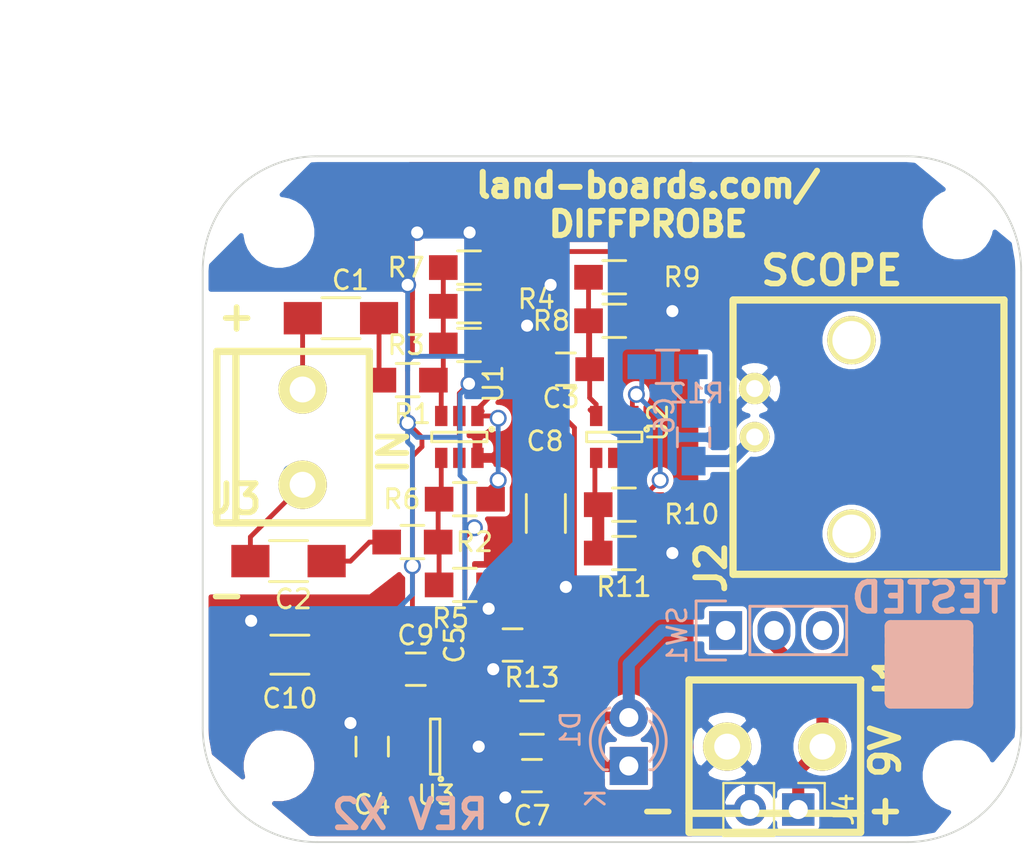
<source format=kicad_pcb>
(kicad_pcb (version 20171130) (host pcbnew "(5.1.5)-3")

  (general
    (thickness 1.6)
    (drawings 42)
    (tracks 217)
    (zones 0)
    (modules 37)
    (nets 19)
  )

  (page B)
  (title_block
    (title "8-Channel Opto-Isolated Output I2C")
    (rev X1)
    (company land-boards.com)
  )

  (layers
    (0 F.Cu signal)
    (31 B.Cu signal)
    (36 B.SilkS user)
    (37 F.SilkS user)
    (38 B.Mask user)
    (39 F.Mask user)
    (42 Eco1.User user)
    (44 Edge.Cuts user)
    (45 Margin user)
    (46 B.CrtYd user)
    (47 F.CrtYd user)
  )

  (setup
    (last_trace_width 0.254)
    (user_trace_width 0.635)
    (trace_clearance 0.254)
    (zone_clearance 0.254)
    (zone_45_only yes)
    (trace_min 0.254)
    (via_size 0.889)
    (via_drill 0.635)
    (via_min_size 0.889)
    (via_min_drill 0.508)
    (uvia_size 0.508)
    (uvia_drill 0.127)
    (uvias_allowed no)
    (uvia_min_size 0.508)
    (uvia_min_drill 0.127)
    (edge_width 0.1)
    (segment_width 0.2)
    (pcb_text_width 0.3)
    (pcb_text_size 1.5 1.5)
    (mod_edge_width 0.15)
    (mod_text_size 1.27 1.27)
    (mod_text_width 0.3175)
    (pad_size 9.525 9.525)
    (pad_drill 3.8354)
    (pad_to_mask_clearance 0.0762)
    (aux_axis_origin 0 0)
    (visible_elements 7FFFFF3F)
    (pcbplotparams
      (layerselection 0x010f0_ffffffff)
      (usegerberextensions false)
      (usegerberattributes false)
      (usegerberadvancedattributes false)
      (creategerberjobfile false)
      (excludeedgelayer true)
      (linewidth 0.150000)
      (plotframeref false)
      (viasonmask false)
      (mode 1)
      (useauxorigin false)
      (hpglpennumber 1)
      (hpglpenspeed 20)
      (hpglpendiameter 15.000000)
      (psnegative false)
      (psa4output false)
      (plotreference true)
      (plotvalue true)
      (plotinvisibletext false)
      (padsonsilk false)
      (subtractmaskfromsilk false)
      (outputformat 1)
      (mirror false)
      (drillshape 0)
      (scaleselection 1)
      (outputdirectory "plots/"))
  )

  (net 0 "")
  (net 1 GND)
  (net 2 +5V)
  (net 3 "Net-(C1-Pad1)")
  (net 4 "Net-(C2-Pad1)")
  (net 5 "Net-(C7-Pad1)")
  (net 6 "Net-(C9-Pad2)")
  (net 7 "Net-(J1-Pad1)")
  (net 8 "Net-(D1-Pad2)")
  (net 9 /VI-)
  (net 10 /VI+)
  (net 11 /VIF)
  (net 12 /VDO)
  (net 13 /VOUT)
  (net 14 /RCO)
  (net 15 /VFBM)
  (net 16 /VFB)
  (net 17 /FOUT)
  (net 18 /VIP)

  (net_class Default "This is the default net class."
    (clearance 0.254)
    (trace_width 0.254)
    (via_dia 0.889)
    (via_drill 0.635)
    (uvia_dia 0.508)
    (uvia_drill 0.127)
    (diff_pair_width 0.254)
    (diff_pair_gap 0.25)
    (add_net +5V)
    (add_net /FOUT)
    (add_net /RCO)
    (add_net /VDO)
    (add_net /VFB)
    (add_net /VFBM)
    (add_net /VI+)
    (add_net /VI-)
    (add_net /VIF)
    (add_net /VIP)
    (add_net /VOUT)
    (add_net GND)
    (add_net "Net-(C1-Pad1)")
    (add_net "Net-(C2-Pad1)")
    (add_net "Net-(C7-Pad1)")
    (add_net "Net-(C9-Pad2)")
    (add_net "Net-(D1-Pad2)")
    (add_net "Net-(J1-Pad1)")
  )

  (module Mounting_Holes:MountingHole_3.2mm_M3 (layer F.Cu) (tedit 583668A0) (tstamp 58368D62)
    (at 39.624 32.512 180)
    (descr "Mounting Hole 3.2mm, no annular, M3")
    (tags "mounting hole 3.2mm no annular m3")
    (path /537A5CA4)
    (fp_text reference MTG1 (at 0 -4.2 180) (layer F.SilkS) hide
      (effects (font (size 1 1) (thickness 0.15)))
    )
    (fp_text value MTG_HOLE (at 0 4.2 180) (layer F.Fab) hide
      (effects (font (size 1 1) (thickness 0.15)))
    )
    (fp_circle (center 0 0) (end 3.2 0) (layer Cmts.User) (width 0.15))
    (fp_circle (center 0 0) (end 3.45 0) (layer F.CrtYd) (width 0.05))
    (pad 1 np_thru_hole circle (at 0 0 180) (size 3.2 3.2) (drill 3.2) (layers *.Cu *.Mask))
  )

  (module Resistors_SMD:R_1206_HandSoldering (layer F.Cu) (tedit 58686458) (tstamp 58365C04)
    (at 7.25 8.5 180)
    (descr "Resistor SMD 1206, hand soldering")
    (tags "resistor 1206")
    (path /5836656E)
    (attr smd)
    (fp_text reference C1 (at -0.5 2 180) (layer F.SilkS)
      (effects (font (size 1 1) (thickness 0.15)))
    )
    (fp_text value 2.2nF/1kV (at 0 2.3 180) (layer F.Fab) hide
      (effects (font (size 1 1) (thickness 0.15)))
    )
    (fp_line (start -1.6 0.8) (end -1.6 -0.8) (layer F.Fab) (width 0.1))
    (fp_line (start 1.6 0.8) (end -1.6 0.8) (layer F.Fab) (width 0.1))
    (fp_line (start 1.6 -0.8) (end 1.6 0.8) (layer F.Fab) (width 0.1))
    (fp_line (start -1.6 -0.8) (end 1.6 -0.8) (layer F.Fab) (width 0.1))
    (fp_line (start -3.3 -1.2) (end 3.3 -1.2) (layer F.CrtYd) (width 0.05))
    (fp_line (start -3.3 1.2) (end 3.3 1.2) (layer F.CrtYd) (width 0.05))
    (fp_line (start -3.3 -1.2) (end -3.3 1.2) (layer F.CrtYd) (width 0.05))
    (fp_line (start 3.3 -1.2) (end 3.3 1.2) (layer F.CrtYd) (width 0.05))
    (fp_line (start 1 1.075) (end -1 1.075) (layer F.SilkS) (width 0.15))
    (fp_line (start -1 -1.075) (end 1 -1.075) (layer F.SilkS) (width 0.15))
    (pad 1 smd rect (at -2 0 180) (size 2 1.7) (layers F.Cu F.Mask)
      (net 3 "Net-(C1-Pad1)"))
    (pad 2 smd rect (at 2 0 180) (size 2 1.7) (layers F.Cu F.Mask)
      (net 9 /VI-))
    (model Resistors_SMD.3dshapes/R_1206_HandSoldering.wrl
      (at (xyz 0 0 0))
      (scale (xyz 1 1 1))
      (rotate (xyz 0 0 0))
    )
  )

  (module Resistors_SMD:R_1206_HandSoldering (layer F.Cu) (tedit 58686438) (tstamp 58365C13)
    (at 4.5 21.25 180)
    (descr "Resistor SMD 1206, hand soldering")
    (tags "resistor 1206")
    (path /583668C4)
    (attr smd)
    (fp_text reference C2 (at -0.25 -2 180) (layer F.SilkS)
      (effects (font (size 1 1) (thickness 0.15)))
    )
    (fp_text value 2.2nF/1kV (at 0 2.3 180) (layer F.Fab) hide
      (effects (font (size 1 1) (thickness 0.15)))
    )
    (fp_line (start -1.6 0.8) (end -1.6 -0.8) (layer F.Fab) (width 0.1))
    (fp_line (start 1.6 0.8) (end -1.6 0.8) (layer F.Fab) (width 0.1))
    (fp_line (start 1.6 -0.8) (end 1.6 0.8) (layer F.Fab) (width 0.1))
    (fp_line (start -1.6 -0.8) (end 1.6 -0.8) (layer F.Fab) (width 0.1))
    (fp_line (start -3.3 -1.2) (end 3.3 -1.2) (layer F.CrtYd) (width 0.05))
    (fp_line (start -3.3 1.2) (end 3.3 1.2) (layer F.CrtYd) (width 0.05))
    (fp_line (start -3.3 -1.2) (end -3.3 1.2) (layer F.CrtYd) (width 0.05))
    (fp_line (start 3.3 -1.2) (end 3.3 1.2) (layer F.CrtYd) (width 0.05))
    (fp_line (start 1 1.075) (end -1 1.075) (layer F.SilkS) (width 0.15))
    (fp_line (start -1 -1.075) (end 1 -1.075) (layer F.SilkS) (width 0.15))
    (pad 1 smd rect (at -2 0 180) (size 2 1.7) (layers F.Cu F.Mask)
      (net 4 "Net-(C2-Pad1)"))
    (pad 2 smd rect (at 2 0 180) (size 2 1.7) (layers F.Cu F.Mask)
      (net 10 /VI+))
    (model Resistors_SMD.3dshapes/R_1206_HandSoldering.wrl
      (at (xyz 0 0 0))
      (scale (xyz 1 1 1))
      (rotate (xyz 0 0 0))
    )
  )

  (module Capacitors_SMD:C_0805_HandSoldering (layer F.Cu) (tedit 5838E46A) (tstamp 58365C22)
    (at 19.05 11.176 180)
    (descr "Capacitor SMD 0805, hand soldering")
    (tags "capacitor 0805")
    (path /5836D0EE)
    (attr smd)
    (fp_text reference C3 (at 0.254 -1.524 180) (layer F.SilkS)
      (effects (font (size 1 1) (thickness 0.15)))
    )
    (fp_text value 10nF (at 0 2.1 180) (layer F.Fab) hide
      (effects (font (size 1 1) (thickness 0.15)))
    )
    (fp_line (start -1 0.625) (end -1 -0.625) (layer F.Fab) (width 0.15))
    (fp_line (start 1 0.625) (end -1 0.625) (layer F.Fab) (width 0.15))
    (fp_line (start 1 -0.625) (end 1 0.625) (layer F.Fab) (width 0.15))
    (fp_line (start -1 -0.625) (end 1 -0.625) (layer F.Fab) (width 0.15))
    (fp_line (start -2.3 -1) (end 2.3 -1) (layer F.CrtYd) (width 0.05))
    (fp_line (start -2.3 1) (end 2.3 1) (layer F.CrtYd) (width 0.05))
    (fp_line (start -2.3 -1) (end -2.3 1) (layer F.CrtYd) (width 0.05))
    (fp_line (start 2.3 -1) (end 2.3 1) (layer F.CrtYd) (width 0.05))
    (fp_line (start 0.5 -0.85) (end -0.5 -0.85) (layer F.SilkS) (width 0.15))
    (fp_line (start -0.5 0.85) (end 0.5 0.85) (layer F.SilkS) (width 0.15))
    (pad 1 smd rect (at -1.25 0 180) (size 1.5 1.25) (layers F.Cu F.Mask)
      (net 11 /VIF))
    (pad 2 smd rect (at 1.25 0 180) (size 1.5 1.25) (layers F.Cu F.Mask)
      (net 12 /VDO))
    (model Capacitors_SMD.3dshapes/C_0805_HandSoldering.wrl
      (at (xyz 0 0 0))
      (scale (xyz 1 1 1))
      (rotate (xyz 0 0 0))
    )
  )

  (module Capacitors_SMD:C_0805_HandSoldering (layer F.Cu) (tedit 5838E4BE) (tstamp 58365C40)
    (at 8.89 30.988 90)
    (descr "Capacitor SMD 0805, hand soldering")
    (tags "capacitor 0805")
    (path /5836BDD6)
    (attr smd)
    (fp_text reference C4 (at -3.048 0 180) (layer F.SilkS)
      (effects (font (size 1 1) (thickness 0.15)))
    )
    (fp_text value 10nF (at 0 2.1 90) (layer F.Fab) hide
      (effects (font (size 1 1) (thickness 0.15)))
    )
    (fp_line (start -1 0.625) (end -1 -0.625) (layer F.Fab) (width 0.15))
    (fp_line (start 1 0.625) (end -1 0.625) (layer F.Fab) (width 0.15))
    (fp_line (start 1 -0.625) (end 1 0.625) (layer F.Fab) (width 0.15))
    (fp_line (start -1 -0.625) (end 1 -0.625) (layer F.Fab) (width 0.15))
    (fp_line (start -2.3 -1) (end 2.3 -1) (layer F.CrtYd) (width 0.05))
    (fp_line (start -2.3 1) (end 2.3 1) (layer F.CrtYd) (width 0.05))
    (fp_line (start -2.3 -1) (end -2.3 1) (layer F.CrtYd) (width 0.05))
    (fp_line (start 2.3 -1) (end 2.3 1) (layer F.CrtYd) (width 0.05))
    (fp_line (start 0.5 -0.85) (end -0.5 -0.85) (layer F.SilkS) (width 0.15))
    (fp_line (start -0.5 0.85) (end 0.5 0.85) (layer F.SilkS) (width 0.15))
    (pad 1 smd rect (at -1.25 0 90) (size 1.5 1.25) (layers F.Cu F.Mask)
      (net 2 +5V))
    (pad 2 smd rect (at 1.25 0 90) (size 1.5 1.25) (layers F.Cu F.Mask)
      (net 1 GND))
    (model Capacitors_SMD.3dshapes/C_0805_HandSoldering.wrl
      (at (xyz 0 0 0))
      (scale (xyz 1 1 1))
      (rotate (xyz 0 0 0))
    )
  )

  (module Capacitors_SMD:C_0805_HandSoldering (layer F.Cu) (tedit 5838E4C6) (tstamp 58365C50)
    (at 16.256 25.654 180)
    (descr "Capacitor SMD 0805, hand soldering")
    (tags "capacitor 0805")
    (path /58379FDF)
    (attr smd)
    (fp_text reference C5 (at 3.048 0 270) (layer F.SilkS)
      (effects (font (size 1 1) (thickness 0.15)))
    )
    (fp_text value 10nF (at 0 2.1 180) (layer F.Fab) hide
      (effects (font (size 1 1) (thickness 0.15)))
    )
    (fp_line (start -1 0.625) (end -1 -0.625) (layer F.Fab) (width 0.15))
    (fp_line (start 1 0.625) (end -1 0.625) (layer F.Fab) (width 0.15))
    (fp_line (start 1 -0.625) (end 1 0.625) (layer F.Fab) (width 0.15))
    (fp_line (start -1 -0.625) (end 1 -0.625) (layer F.Fab) (width 0.15))
    (fp_line (start -2.3 -1) (end 2.3 -1) (layer F.CrtYd) (width 0.05))
    (fp_line (start -2.3 1) (end 2.3 1) (layer F.CrtYd) (width 0.05))
    (fp_line (start -2.3 -1) (end -2.3 1) (layer F.CrtYd) (width 0.05))
    (fp_line (start 2.3 -1) (end 2.3 1) (layer F.CrtYd) (width 0.05))
    (fp_line (start 0.5 -0.85) (end -0.5 -0.85) (layer F.SilkS) (width 0.15))
    (fp_line (start -0.5 0.85) (end 0.5 0.85) (layer F.SilkS) (width 0.15))
    (pad 1 smd rect (at -1.25 0 180) (size 1.5 1.25) (layers F.Cu F.Mask)
      (net 2 +5V))
    (pad 2 smd rect (at 1.25 0 180) (size 1.5 1.25) (layers F.Cu F.Mask)
      (net 1 GND))
    (model Capacitors_SMD.3dshapes/C_0805_HandSoldering.wrl
      (at (xyz 0 0 0))
      (scale (xyz 1 1 1))
      (rotate (xyz 0 0 0))
    )
  )

  (module Capacitors_SMD:C_0805_HandSoldering (layer B.Cu) (tedit 5838E494) (tstamp 58365C60)
    (at 25.75 14.75 90)
    (descr "Capacitor SMD 0805, hand soldering")
    (tags "capacitor 0805")
    (path /583716E8)
    (attr smd)
    (fp_text reference C6 (at 1.143 -1.524 90) (layer B.SilkS)
      (effects (font (size 1 1) (thickness 0.15)) (justify mirror))
    )
    (fp_text value 1uF (at 0 -2.1 90) (layer B.Fab) hide
      (effects (font (size 1 1) (thickness 0.15)) (justify mirror))
    )
    (fp_line (start -1 -0.625) (end -1 0.625) (layer B.Fab) (width 0.15))
    (fp_line (start 1 -0.625) (end -1 -0.625) (layer B.Fab) (width 0.15))
    (fp_line (start 1 0.625) (end 1 -0.625) (layer B.Fab) (width 0.15))
    (fp_line (start -1 0.625) (end 1 0.625) (layer B.Fab) (width 0.15))
    (fp_line (start -2.3 1) (end 2.3 1) (layer B.CrtYd) (width 0.05))
    (fp_line (start -2.3 -1) (end 2.3 -1) (layer B.CrtYd) (width 0.05))
    (fp_line (start -2.3 1) (end -2.3 -1) (layer B.CrtYd) (width 0.05))
    (fp_line (start 2.3 1) (end 2.3 -1) (layer B.CrtYd) (width 0.05))
    (fp_line (start 0.5 0.85) (end -0.5 0.85) (layer B.SilkS) (width 0.15))
    (fp_line (start -0.5 -0.85) (end 0.5 -0.85) (layer B.SilkS) (width 0.15))
    (pad 1 smd rect (at -1.25 0 90) (size 1.5 1.25) (layers B.Cu B.Mask)
      (net 13 /VOUT))
    (pad 2 smd rect (at 1.25 0 90) (size 1.5 1.25) (layers B.Cu B.Mask)
      (net 14 /RCO))
    (model Capacitors_SMD.3dshapes/C_0805_HandSoldering.wrl
      (at (xyz 0 0 0))
      (scale (xyz 1 1 1))
      (rotate (xyz 0 0 0))
    )
  )

  (module Capacitors_SMD:C_0805_HandSoldering (layer F.Cu) (tedit 58366724) (tstamp 58365C70)
    (at 17.272 32.512 180)
    (descr "Capacitor SMD 0805, hand soldering")
    (tags "capacitor 0805")
    (path /583651F8)
    (attr smd)
    (fp_text reference C7 (at 0 -2.1 180) (layer F.SilkS)
      (effects (font (size 1 1) (thickness 0.15)))
    )
    (fp_text value 1uF (at 0 2.1 180) (layer F.Fab) hide
      (effects (font (size 1 1) (thickness 0.15)))
    )
    (fp_line (start -1 0.625) (end -1 -0.625) (layer F.Fab) (width 0.15))
    (fp_line (start 1 0.625) (end -1 0.625) (layer F.Fab) (width 0.15))
    (fp_line (start 1 -0.625) (end 1 0.625) (layer F.Fab) (width 0.15))
    (fp_line (start -1 -0.625) (end 1 -0.625) (layer F.Fab) (width 0.15))
    (fp_line (start -2.3 -1) (end 2.3 -1) (layer F.CrtYd) (width 0.05))
    (fp_line (start -2.3 1) (end 2.3 1) (layer F.CrtYd) (width 0.05))
    (fp_line (start -2.3 -1) (end -2.3 1) (layer F.CrtYd) (width 0.05))
    (fp_line (start 2.3 -1) (end 2.3 1) (layer F.CrtYd) (width 0.05))
    (fp_line (start 0.5 -0.85) (end -0.5 -0.85) (layer F.SilkS) (width 0.15))
    (fp_line (start -0.5 0.85) (end 0.5 0.85) (layer F.SilkS) (width 0.15))
    (pad 1 smd rect (at -1.25 0 180) (size 1.5 1.25) (layers F.Cu F.Mask)
      (net 5 "Net-(C7-Pad1)"))
    (pad 2 smd rect (at 1.25 0 180) (size 1.5 1.25) (layers F.Cu F.Mask)
      (net 1 GND))
    (model Capacitors_SMD.3dshapes/C_0805_HandSoldering.wrl
      (at (xyz 0 0 0))
      (scale (xyz 1 1 1))
      (rotate (xyz 0 0 0))
    )
  )

  (module Capacitors_SMD:C_0805_HandSoldering (layer F.Cu) (tedit 5838E4B5) (tstamp 58365C90)
    (at 11.176 26.924 180)
    (descr "Capacitor SMD 0805, hand soldering")
    (tags "capacitor 0805")
    (path /583657AF)
    (attr smd)
    (fp_text reference C9 (at 0 1.778 180) (layer F.SilkS)
      (effects (font (size 1 1) (thickness 0.15)))
    )
    (fp_text value 10nF (at 0 2.1 180) (layer F.Fab) hide
      (effects (font (size 1 1) (thickness 0.15)))
    )
    (fp_line (start -1 0.625) (end -1 -0.625) (layer F.Fab) (width 0.15))
    (fp_line (start 1 0.625) (end -1 0.625) (layer F.Fab) (width 0.15))
    (fp_line (start 1 -0.625) (end 1 0.625) (layer F.Fab) (width 0.15))
    (fp_line (start -1 -0.625) (end 1 -0.625) (layer F.Fab) (width 0.15))
    (fp_line (start -2.3 -1) (end 2.3 -1) (layer F.CrtYd) (width 0.05))
    (fp_line (start -2.3 1) (end 2.3 1) (layer F.CrtYd) (width 0.05))
    (fp_line (start -2.3 -1) (end -2.3 1) (layer F.CrtYd) (width 0.05))
    (fp_line (start 2.3 -1) (end 2.3 1) (layer F.CrtYd) (width 0.05))
    (fp_line (start 0.5 -0.85) (end -0.5 -0.85) (layer F.SilkS) (width 0.15))
    (fp_line (start -0.5 0.85) (end 0.5 0.85) (layer F.SilkS) (width 0.15))
    (pad 1 smd rect (at -1.25 0 180) (size 1.5 1.25) (layers F.Cu F.Mask)
      (net 2 +5V))
    (pad 2 smd rect (at 1.25 0 180) (size 1.5 1.25) (layers F.Cu F.Mask)
      (net 6 "Net-(C9-Pad2)"))
    (model Capacitors_SMD.3dshapes/C_0805_HandSoldering.wrl
      (at (xyz 0 0 0))
      (scale (xyz 1 1 1))
      (rotate (xyz 0 0 0))
    )
  )

  (module Resistors_SMD:R_0805_HandSoldering (layer F.Cu) (tedit 5840745E) (tstamp 58365C91)
    (at 10.75 11.75 180)
    (descr "Resistor SMD 0805, hand soldering")
    (tags "resistor 0805")
    (path /58366D64)
    (attr smd)
    (fp_text reference R1 (at -0.254 -1.778 180) (layer F.SilkS)
      (effects (font (size 1 1) (thickness 0.15)))
    )
    (fp_text value 470K (at 0 2.1 180) (layer F.Fab) hide
      (effects (font (size 1 1) (thickness 0.15)))
    )
    (fp_line (start -1 0.625) (end -1 -0.625) (layer F.Fab) (width 0.1))
    (fp_line (start 1 0.625) (end -1 0.625) (layer F.Fab) (width 0.1))
    (fp_line (start 1 -0.625) (end 1 0.625) (layer F.Fab) (width 0.1))
    (fp_line (start -1 -0.625) (end 1 -0.625) (layer F.Fab) (width 0.1))
    (fp_line (start -2.4 -1) (end 2.4 -1) (layer F.CrtYd) (width 0.05))
    (fp_line (start -2.4 1) (end 2.4 1) (layer F.CrtYd) (width 0.05))
    (fp_line (start -2.4 -1) (end -2.4 1) (layer F.CrtYd) (width 0.05))
    (fp_line (start 2.4 -1) (end 2.4 1) (layer F.CrtYd) (width 0.05))
    (fp_line (start 0.6 0.875) (end -0.6 0.875) (layer F.SilkS) (width 0.15))
    (fp_line (start -0.6 -0.875) (end 0.6 -0.875) (layer F.SilkS) (width 0.15))
    (pad 1 smd rect (at -1.35 0 180) (size 1.5 1.3) (layers F.Cu F.Mask)
      (net 18 /VIP))
    (pad 2 smd rect (at 1.35 0 180) (size 1.5 1.3) (layers F.Cu F.Mask)
      (net 3 "Net-(C1-Pad1)"))
    (model Resistors_SMD.3dshapes/R_0805_HandSoldering.wrl
      (at (xyz 0 0 0))
      (scale (xyz 1 1 1))
      (rotate (xyz 0 0 0))
    )
  )

  (module Resistors_SMD:R_0805_HandSoldering (layer F.Cu) (tedit 5868641E) (tstamp 58365CA0)
    (at 11 20.25 180)
    (descr "Resistor SMD 0805, hand soldering")
    (tags "resistor 0805")
    (path /583670C8)
    (attr smd)
    (fp_text reference R2 (at -3.25 0 180) (layer F.SilkS)
      (effects (font (size 1 1) (thickness 0.15)))
    )
    (fp_text value 470K (at 0 2.1 180) (layer F.Fab) hide
      (effects (font (size 1 1) (thickness 0.15)))
    )
    (fp_line (start -1 0.625) (end -1 -0.625) (layer F.Fab) (width 0.1))
    (fp_line (start 1 0.625) (end -1 0.625) (layer F.Fab) (width 0.1))
    (fp_line (start 1 -0.625) (end 1 0.625) (layer F.Fab) (width 0.1))
    (fp_line (start -1 -0.625) (end 1 -0.625) (layer F.Fab) (width 0.1))
    (fp_line (start -2.4 -1) (end 2.4 -1) (layer F.CrtYd) (width 0.05))
    (fp_line (start -2.4 1) (end 2.4 1) (layer F.CrtYd) (width 0.05))
    (fp_line (start -2.4 -1) (end -2.4 1) (layer F.CrtYd) (width 0.05))
    (fp_line (start 2.4 -1) (end 2.4 1) (layer F.CrtYd) (width 0.05))
    (fp_line (start 0.6 0.875) (end -0.6 0.875) (layer F.SilkS) (width 0.15))
    (fp_line (start -0.6 -0.875) (end 0.6 -0.875) (layer F.SilkS) (width 0.15))
    (pad 1 smd rect (at -1.35 0 180) (size 1.5 1.3) (layers F.Cu F.Mask)
      (net 15 /VFBM))
    (pad 2 smd rect (at 1.35 0 180) (size 1.5 1.3) (layers F.Cu F.Mask)
      (net 4 "Net-(C2-Pad1)"))
    (model Resistors_SMD.3dshapes/R_0805_HandSoldering.wrl
      (at (xyz 0 0 0))
      (scale (xyz 1 1 1))
      (rotate (xyz 0 0 0))
    )
  )

  (module Resistors_SMD:R_0805_HandSoldering (layer F.Cu) (tedit 5838E447) (tstamp 58365CAF)
    (at 13.97 9.906)
    (descr "Resistor SMD 0805, hand soldering")
    (tags "resistor 0805")
    (path /58367602)
    (attr smd)
    (fp_text reference R3 (at -3.302 0) (layer F.SilkS)
      (effects (font (size 1 1) (thickness 0.15)))
    )
    (fp_text value 549 (at 0 2.1) (layer F.Fab) hide
      (effects (font (size 1 1) (thickness 0.15)))
    )
    (fp_line (start -1 0.625) (end -1 -0.625) (layer F.Fab) (width 0.1))
    (fp_line (start 1 0.625) (end -1 0.625) (layer F.Fab) (width 0.1))
    (fp_line (start 1 -0.625) (end 1 0.625) (layer F.Fab) (width 0.1))
    (fp_line (start -1 -0.625) (end 1 -0.625) (layer F.Fab) (width 0.1))
    (fp_line (start -2.4 -1) (end 2.4 -1) (layer F.CrtYd) (width 0.05))
    (fp_line (start -2.4 1) (end 2.4 1) (layer F.CrtYd) (width 0.05))
    (fp_line (start -2.4 -1) (end -2.4 1) (layer F.CrtYd) (width 0.05))
    (fp_line (start 2.4 -1) (end 2.4 1) (layer F.CrtYd) (width 0.05))
    (fp_line (start 0.6 0.875) (end -0.6 0.875) (layer F.SilkS) (width 0.15))
    (fp_line (start -0.6 -0.875) (end 0.6 -0.875) (layer F.SilkS) (width 0.15))
    (pad 1 smd rect (at -1.35 0) (size 1.5 1.3) (layers F.Cu F.Mask)
      (net 18 /VIP))
    (pad 2 smd rect (at 1.35 0) (size 1.5 1.3) (layers F.Cu F.Mask)
      (net 1 GND))
    (model Resistors_SMD.3dshapes/R_0805_HandSoldering.wrl
      (at (xyz 0 0 0))
      (scale (xyz 1 1 1))
      (rotate (xyz 0 0 0))
    )
  )

  (module Resistors_SMD:R_0805_HandSoldering (layer F.Cu) (tedit 5868645F) (tstamp 58365CBE)
    (at 13.97 7.874)
    (descr "Resistor SMD 0805, hand soldering")
    (tags "resistor 0805")
    (path /58367664)
    (attr smd)
    (fp_text reference R4 (at 3.53 -0.374) (layer F.SilkS)
      (effects (font (size 1 1) (thickness 0.15)))
    )
    (fp_text value 10K (at 0 2.1) (layer F.Fab) hide
      (effects (font (size 1 1) (thickness 0.15)))
    )
    (fp_line (start -1 0.625) (end -1 -0.625) (layer F.Fab) (width 0.1))
    (fp_line (start 1 0.625) (end -1 0.625) (layer F.Fab) (width 0.1))
    (fp_line (start 1 -0.625) (end 1 0.625) (layer F.Fab) (width 0.1))
    (fp_line (start -1 -0.625) (end 1 -0.625) (layer F.Fab) (width 0.1))
    (fp_line (start -2.4 -1) (end 2.4 -1) (layer F.CrtYd) (width 0.05))
    (fp_line (start -2.4 1) (end 2.4 1) (layer F.CrtYd) (width 0.05))
    (fp_line (start -2.4 -1) (end -2.4 1) (layer F.CrtYd) (width 0.05))
    (fp_line (start 2.4 -1) (end 2.4 1) (layer F.CrtYd) (width 0.05))
    (fp_line (start 0.6 0.875) (end -0.6 0.875) (layer F.SilkS) (width 0.15))
    (fp_line (start -0.6 -0.875) (end 0.6 -0.875) (layer F.SilkS) (width 0.15))
    (pad 1 smd rect (at -1.35 0) (size 1.5 1.3) (layers F.Cu F.Mask)
      (net 18 /VIP))
    (pad 2 smd rect (at 1.35 0) (size 1.5 1.3) (layers F.Cu F.Mask)
      (net 1 GND))
    (model Resistors_SMD.3dshapes/R_0805_HandSoldering.wrl
      (at (xyz 0 0 0))
      (scale (xyz 1 1 1))
      (rotate (xyz 0 0 0))
    )
  )

  (module Resistors_SMD:R_0805_HandSoldering (layer F.Cu) (tedit 5868642D) (tstamp 58365CCD)
    (at 13.75 22.5 180)
    (descr "Resistor SMD 0805, hand soldering")
    (tags "resistor 0805")
    (path /583679FB)
    (attr smd)
    (fp_text reference R5 (at 0.75 -1.75 180) (layer F.SilkS)
      (effects (font (size 1 1) (thickness 0.15)))
    )
    (fp_text value 549 (at 0 2.1 180) (layer F.Fab) hide
      (effects (font (size 1 1) (thickness 0.15)))
    )
    (fp_line (start -1 0.625) (end -1 -0.625) (layer F.Fab) (width 0.1))
    (fp_line (start 1 0.625) (end -1 0.625) (layer F.Fab) (width 0.1))
    (fp_line (start 1 -0.625) (end 1 0.625) (layer F.Fab) (width 0.1))
    (fp_line (start -1 -0.625) (end 1 -0.625) (layer F.Fab) (width 0.1))
    (fp_line (start -2.4 -1) (end 2.4 -1) (layer F.CrtYd) (width 0.05))
    (fp_line (start -2.4 1) (end 2.4 1) (layer F.CrtYd) (width 0.05))
    (fp_line (start -2.4 -1) (end -2.4 1) (layer F.CrtYd) (width 0.05))
    (fp_line (start 2.4 -1) (end 2.4 1) (layer F.CrtYd) (width 0.05))
    (fp_line (start 0.6 0.875) (end -0.6 0.875) (layer F.SilkS) (width 0.15))
    (fp_line (start -0.6 -0.875) (end 0.6 -0.875) (layer F.SilkS) (width 0.15))
    (pad 1 smd rect (at -1.35 0 180) (size 1.5 1.3) (layers F.Cu F.Mask)
      (net 1 GND))
    (pad 2 smd rect (at 1.35 0 180) (size 1.5 1.3) (layers F.Cu F.Mask)
      (net 15 /VFBM))
    (model Resistors_SMD.3dshapes/R_0805_HandSoldering.wrl
      (at (xyz 0 0 0))
      (scale (xyz 1 1 1))
      (rotate (xyz 0 0 0))
    )
  )

  (module Resistors_SMD:R_0805_HandSoldering (layer F.Cu) (tedit 5838E44F) (tstamp 58365CDC)
    (at 13.75 18)
    (descr "Resistor SMD 0805, hand soldering")
    (tags "resistor 0805")
    (path /58367A01)
    (attr smd)
    (fp_text reference R6 (at -3.302 0) (layer F.SilkS)
      (effects (font (size 1 1) (thickness 0.15)))
    )
    (fp_text value 4.99K (at 0 2.1) (layer F.Fab) hide
      (effects (font (size 1 1) (thickness 0.15)))
    )
    (fp_line (start -1 0.625) (end -1 -0.625) (layer F.Fab) (width 0.1))
    (fp_line (start 1 0.625) (end -1 0.625) (layer F.Fab) (width 0.1))
    (fp_line (start 1 -0.625) (end 1 0.625) (layer F.Fab) (width 0.1))
    (fp_line (start -1 -0.625) (end 1 -0.625) (layer F.Fab) (width 0.1))
    (fp_line (start -2.4 -1) (end 2.4 -1) (layer F.CrtYd) (width 0.05))
    (fp_line (start -2.4 1) (end 2.4 1) (layer F.CrtYd) (width 0.05))
    (fp_line (start -2.4 -1) (end -2.4 1) (layer F.CrtYd) (width 0.05))
    (fp_line (start 2.4 -1) (end 2.4 1) (layer F.CrtYd) (width 0.05))
    (fp_line (start 0.6 0.875) (end -0.6 0.875) (layer F.SilkS) (width 0.15))
    (fp_line (start -0.6 -0.875) (end 0.6 -0.875) (layer F.SilkS) (width 0.15))
    (pad 1 smd rect (at -1.35 0) (size 1.5 1.3) (layers F.Cu F.Mask)
      (net 15 /VFBM))
    (pad 2 smd rect (at 1.35 0) (size 1.5 1.3) (layers F.Cu F.Mask)
      (net 12 /VDO))
    (model Resistors_SMD.3dshapes/R_0805_HandSoldering.wrl
      (at (xyz 0 0 0))
      (scale (xyz 1 1 1))
      (rotate (xyz 0 0 0))
    )
  )

  (module Resistors_SMD:R_0805_HandSoldering (layer F.Cu) (tedit 5838E43A) (tstamp 58365CEB)
    (at 13.97 5.842)
    (descr "Resistor SMD 0805, hand soldering")
    (tags "resistor 0805")
    (path /583693C6)
    (attr smd)
    (fp_text reference R7 (at -3.302 0) (layer F.SilkS)
      (effects (font (size 1 1) (thickness 0.15)))
    )
    (fp_text value 10K (at 0 2.1) (layer F.Fab) hide
      (effects (font (size 1 1) (thickness 0.15)))
    )
    (fp_line (start -1 0.625) (end -1 -0.625) (layer F.Fab) (width 0.1))
    (fp_line (start 1 0.625) (end -1 0.625) (layer F.Fab) (width 0.1))
    (fp_line (start 1 -0.625) (end 1 0.625) (layer F.Fab) (width 0.1))
    (fp_line (start -1 -0.625) (end 1 -0.625) (layer F.Fab) (width 0.1))
    (fp_line (start -2.4 -1) (end 2.4 -1) (layer F.CrtYd) (width 0.05))
    (fp_line (start -2.4 1) (end 2.4 1) (layer F.CrtYd) (width 0.05))
    (fp_line (start -2.4 -1) (end -2.4 1) (layer F.CrtYd) (width 0.05))
    (fp_line (start 2.4 -1) (end 2.4 1) (layer F.CrtYd) (width 0.05))
    (fp_line (start 0.6 0.875) (end -0.6 0.875) (layer F.SilkS) (width 0.15))
    (fp_line (start -0.6 -0.875) (end 0.6 -0.875) (layer F.SilkS) (width 0.15))
    (pad 1 smd rect (at -1.35 0) (size 1.5 1.3) (layers F.Cu F.Mask)
      (net 18 /VIP))
    (pad 2 smd rect (at 1.35 0) (size 1.5 1.3) (layers F.Cu F.Mask)
      (net 2 +5V))
    (model Resistors_SMD.3dshapes/R_0805_HandSoldering.wrl
      (at (xyz 0 0 0))
      (scale (xyz 1 1 1))
      (rotate (xyz 0 0 0))
    )
  )

  (module Resistors_SMD:R_0805_HandSoldering (layer F.Cu) (tedit 5838E47A) (tstamp 58365D09)
    (at 21.59 8.636)
    (descr "Resistor SMD 0805, hand soldering")
    (tags "resistor 0805")
    (path /5836E8D0)
    (attr smd)
    (fp_text reference R8 (at -3.302 0) (layer F.SilkS)
      (effects (font (size 1 1) (thickness 0.15)))
    )
    (fp_text value 10K (at 0 2.1) (layer F.Fab) hide
      (effects (font (size 1 1) (thickness 0.15)))
    )
    (fp_line (start -1 0.625) (end -1 -0.625) (layer F.Fab) (width 0.1))
    (fp_line (start 1 0.625) (end -1 0.625) (layer F.Fab) (width 0.1))
    (fp_line (start 1 -0.625) (end 1 0.625) (layer F.Fab) (width 0.1))
    (fp_line (start -1 -0.625) (end 1 -0.625) (layer F.Fab) (width 0.1))
    (fp_line (start -2.4 -1) (end 2.4 -1) (layer F.CrtYd) (width 0.05))
    (fp_line (start -2.4 1) (end 2.4 1) (layer F.CrtYd) (width 0.05))
    (fp_line (start -2.4 -1) (end -2.4 1) (layer F.CrtYd) (width 0.05))
    (fp_line (start 2.4 -1) (end 2.4 1) (layer F.CrtYd) (width 0.05))
    (fp_line (start 0.6 0.875) (end -0.6 0.875) (layer F.SilkS) (width 0.15))
    (fp_line (start -0.6 -0.875) (end 0.6 -0.875) (layer F.SilkS) (width 0.15))
    (pad 1 smd rect (at -1.35 0) (size 1.5 1.3) (layers F.Cu F.Mask)
      (net 11 /VIF))
    (pad 2 smd rect (at 1.35 0) (size 1.5 1.3) (layers F.Cu F.Mask)
      (net 1 GND))
    (model Resistors_SMD.3dshapes/R_0805_HandSoldering.wrl
      (at (xyz 0 0 0))
      (scale (xyz 1 1 1))
      (rotate (xyz 0 0 0))
    )
  )

  (module Resistors_SMD:R_0805_HandSoldering (layer F.Cu) (tedit 5838E473) (tstamp 58365D19)
    (at 21.59 6.35)
    (descr "Resistor SMD 0805, hand soldering")
    (tags "resistor 0805")
    (path /5836F28E)
    (attr smd)
    (fp_text reference R9 (at 3.556 0) (layer F.SilkS)
      (effects (font (size 1 1) (thickness 0.15)))
    )
    (fp_text value 191K (at 0 2.1) (layer F.Fab) hide
      (effects (font (size 1 1) (thickness 0.15)))
    )
    (fp_line (start -1 0.625) (end -1 -0.625) (layer F.Fab) (width 0.1))
    (fp_line (start 1 0.625) (end -1 0.625) (layer F.Fab) (width 0.1))
    (fp_line (start 1 -0.625) (end 1 0.625) (layer F.Fab) (width 0.1))
    (fp_line (start -1 -0.625) (end 1 -0.625) (layer F.Fab) (width 0.1))
    (fp_line (start -2.4 -1) (end 2.4 -1) (layer F.CrtYd) (width 0.05))
    (fp_line (start -2.4 1) (end 2.4 1) (layer F.CrtYd) (width 0.05))
    (fp_line (start -2.4 -1) (end -2.4 1) (layer F.CrtYd) (width 0.05))
    (fp_line (start 2.4 -1) (end 2.4 1) (layer F.CrtYd) (width 0.05))
    (fp_line (start 0.6 0.875) (end -0.6 0.875) (layer F.SilkS) (width 0.15))
    (fp_line (start -0.6 -0.875) (end 0.6 -0.875) (layer F.SilkS) (width 0.15))
    (pad 1 smd rect (at -1.35 0) (size 1.5 1.3) (layers F.Cu F.Mask)
      (net 11 /VIF))
    (pad 2 smd rect (at 1.35 0) (size 1.5 1.3) (layers F.Cu F.Mask)
      (net 2 +5V))
    (model Resistors_SMD.3dshapes/R_0805_HandSoldering.wrl
      (at (xyz 0 0 0))
      (scale (xyz 1 1 1))
      (rotate (xyz 0 0 0))
    )
  )

  (module Resistors_SMD:R_0805_HandSoldering (layer F.Cu) (tedit 58644E19) (tstamp 58365D29)
    (at 22.098 18.288)
    (descr "Resistor SMD 0805, hand soldering")
    (tags "resistor 0805")
    (path /5836FA6D)
    (attr smd)
    (fp_text reference R10 (at 3.556 0.508) (layer F.SilkS)
      (effects (font (size 1 1) (thickness 0.15)))
    )
    (fp_text value 499 (at 0 2.1) (layer F.Fab) hide
      (effects (font (size 1 1) (thickness 0.15)))
    )
    (fp_line (start -1 0.625) (end -1 -0.625) (layer F.Fab) (width 0.1))
    (fp_line (start 1 0.625) (end -1 0.625) (layer F.Fab) (width 0.1))
    (fp_line (start 1 -0.625) (end 1 0.625) (layer F.Fab) (width 0.1))
    (fp_line (start -1 -0.625) (end 1 -0.625) (layer F.Fab) (width 0.1))
    (fp_line (start -2.4 -1) (end 2.4 -1) (layer F.CrtYd) (width 0.05))
    (fp_line (start -2.4 1) (end 2.4 1) (layer F.CrtYd) (width 0.05))
    (fp_line (start -2.4 -1) (end -2.4 1) (layer F.CrtYd) (width 0.05))
    (fp_line (start 2.4 -1) (end 2.4 1) (layer F.CrtYd) (width 0.05))
    (fp_line (start 0.6 0.875) (end -0.6 0.875) (layer F.SilkS) (width 0.15))
    (fp_line (start -0.6 -0.875) (end 0.6 -0.875) (layer F.SilkS) (width 0.15))
    (pad 1 smd rect (at -1.35 0) (size 1.5 1.3) (layers F.Cu F.Mask)
      (net 16 /VFB))
    (pad 2 smd rect (at 1.35 0) (size 1.5 1.3) (layers F.Cu F.Mask)
      (net 17 /FOUT))
    (model Resistors_SMD.3dshapes/R_0805_HandSoldering.wrl
      (at (xyz 0 0 0))
      (scale (xyz 1 1 1))
      (rotate (xyz 0 0 0))
    )
  )

  (module Resistors_SMD:R_0805_HandSoldering (layer F.Cu) (tedit 5838E4AC) (tstamp 58365D39)
    (at 22.098 20.828 180)
    (descr "Resistor SMD 0805, hand soldering")
    (tags "resistor 0805")
    (path /5836F6C1)
    (attr smd)
    (fp_text reference R11 (at 0 -1.778 180) (layer F.SilkS)
      (effects (font (size 1 1) (thickness 0.15)))
    )
    (fp_text value 54.9 (at 0 2.1 180) (layer F.Fab) hide
      (effects (font (size 1 1) (thickness 0.15)))
    )
    (fp_line (start -1 0.625) (end -1 -0.625) (layer F.Fab) (width 0.1))
    (fp_line (start 1 0.625) (end -1 0.625) (layer F.Fab) (width 0.1))
    (fp_line (start 1 -0.625) (end 1 0.625) (layer F.Fab) (width 0.1))
    (fp_line (start -1 -0.625) (end 1 -0.625) (layer F.Fab) (width 0.1))
    (fp_line (start -2.4 -1) (end 2.4 -1) (layer F.CrtYd) (width 0.05))
    (fp_line (start -2.4 1) (end 2.4 1) (layer F.CrtYd) (width 0.05))
    (fp_line (start -2.4 -1) (end -2.4 1) (layer F.CrtYd) (width 0.05))
    (fp_line (start 2.4 -1) (end 2.4 1) (layer F.CrtYd) (width 0.05))
    (fp_line (start 0.6 0.875) (end -0.6 0.875) (layer F.SilkS) (width 0.15))
    (fp_line (start -0.6 -0.875) (end 0.6 -0.875) (layer F.SilkS) (width 0.15))
    (pad 1 smd rect (at -1.35 0 180) (size 1.5 1.3) (layers F.Cu F.Mask)
      (net 1 GND))
    (pad 2 smd rect (at 1.35 0 180) (size 1.5 1.3) (layers F.Cu F.Mask)
      (net 16 /VFB))
    (model Resistors_SMD.3dshapes/R_0805_HandSoldering.wrl
      (at (xyz 0 0 0))
      (scale (xyz 1 1 1))
      (rotate (xyz 0 0 0))
    )
  )

  (module Resistors_SMD:R_0805_HandSoldering (layer B.Cu) (tedit 5838E481) (tstamp 58365D49)
    (at 24.384 11.049)
    (descr "Resistor SMD 0805, hand soldering")
    (tags "resistor 0805")
    (path /58371BCF)
    (attr smd)
    (fp_text reference R12 (at 1.524 1.397) (layer B.SilkS)
      (effects (font (size 1 1) (thickness 0.15)) (justify mirror))
    )
    (fp_text value 48.7 (at 0 -2.1) (layer B.Fab) hide
      (effects (font (size 1 1) (thickness 0.15)) (justify mirror))
    )
    (fp_line (start -1 -0.625) (end -1 0.625) (layer B.Fab) (width 0.1))
    (fp_line (start 1 -0.625) (end -1 -0.625) (layer B.Fab) (width 0.1))
    (fp_line (start 1 0.625) (end 1 -0.625) (layer B.Fab) (width 0.1))
    (fp_line (start -1 0.625) (end 1 0.625) (layer B.Fab) (width 0.1))
    (fp_line (start -2.4 1) (end 2.4 1) (layer B.CrtYd) (width 0.05))
    (fp_line (start -2.4 -1) (end 2.4 -1) (layer B.CrtYd) (width 0.05))
    (fp_line (start -2.4 1) (end -2.4 -1) (layer B.CrtYd) (width 0.05))
    (fp_line (start 2.4 1) (end 2.4 -1) (layer B.CrtYd) (width 0.05))
    (fp_line (start 0.6 -0.875) (end -0.6 -0.875) (layer B.SilkS) (width 0.15))
    (fp_line (start -0.6 0.875) (end 0.6 0.875) (layer B.SilkS) (width 0.15))
    (pad 1 smd rect (at -1.35 0) (size 1.5 1.3) (layers B.Cu B.Mask)
      (net 17 /FOUT))
    (pad 2 smd rect (at 1.35 0) (size 1.5 1.3) (layers B.Cu B.Mask)
      (net 14 /RCO))
    (model Resistors_SMD.3dshapes/R_0805_HandSoldering.wrl
      (at (xyz 0 0 0))
      (scale (xyz 1 1 1))
      (rotate (xyz 0 0 0))
    )
  )

  (module Resistors_SMD:R_0805_HandSoldering (layer F.Cu) (tedit 58365E41) (tstamp 58365D59)
    (at 17.272 29.464)
    (descr "Resistor SMD 0805, hand soldering")
    (tags "resistor 0805")
    (path /5836516B)
    (attr smd)
    (fp_text reference R13 (at 0 -2.1) (layer F.SilkS)
      (effects (font (size 1 1) (thickness 0.15)))
    )
    (fp_text value 75 (at 0 2.1) (layer F.Fab) hide
      (effects (font (size 1 1) (thickness 0.15)))
    )
    (fp_line (start -1 0.625) (end -1 -0.625) (layer F.Fab) (width 0.1))
    (fp_line (start 1 0.625) (end -1 0.625) (layer F.Fab) (width 0.1))
    (fp_line (start 1 -0.625) (end 1 0.625) (layer F.Fab) (width 0.1))
    (fp_line (start -1 -0.625) (end 1 -0.625) (layer F.Fab) (width 0.1))
    (fp_line (start -2.4 -1) (end 2.4 -1) (layer F.CrtYd) (width 0.05))
    (fp_line (start -2.4 1) (end 2.4 1) (layer F.CrtYd) (width 0.05))
    (fp_line (start -2.4 -1) (end -2.4 1) (layer F.CrtYd) (width 0.05))
    (fp_line (start 2.4 -1) (end 2.4 1) (layer F.CrtYd) (width 0.05))
    (fp_line (start 0.6 0.875) (end -0.6 0.875) (layer F.SilkS) (width 0.15))
    (fp_line (start -0.6 -0.875) (end 0.6 -0.875) (layer F.SilkS) (width 0.15))
    (pad 1 smd rect (at -1.35 0) (size 1.5 1.3) (layers F.Cu F.Mask)
      (net 5 "Net-(C7-Pad1)"))
    (pad 2 smd rect (at 1.35 0) (size 1.5 1.3) (layers F.Cu F.Mask)
      (net 8 "Net-(D1-Pad2)"))
    (model Resistors_SMD.3dshapes/R_0805_HandSoldering.wrl
      (at (xyz 0 0 0))
      (scale (xyz 1 1 1))
      (rotate (xyz 0 0 0))
    )
  )

  (module DougsNewMods:TEST_BLK-REAR (layer F.Cu) (tedit 5838E4D7) (tstamp 58365D70)
    (at 38.1 26.67)
    (path /580F6225)
    (fp_text reference TESTED (at 0 -3.5) (layer B.SilkS)
      (effects (font (size 1.524 1.524) (thickness 0.3048)) (justify mirror))
    )
    (fp_text value TESTED_COUPON (at 0 4) (layer F.SilkS) hide
      (effects (font (size 1.524 1.524) (thickness 0.3048)))
    )
    (fp_line (start -2 -2) (end 2 -2) (layer B.SilkS) (width 0.65))
    (fp_line (start 2 -2) (end 2 2) (layer B.SilkS) (width 0.65))
    (fp_line (start 2 2) (end -2 2) (layer B.SilkS) (width 0.65))
    (fp_line (start -2 2) (end -2 -2) (layer B.SilkS) (width 0.65))
    (fp_line (start -2 -2) (end -2 -1.5) (layer B.SilkS) (width 0.65))
    (fp_line (start -2 -1.5) (end 2 -1.5) (layer B.SilkS) (width 0.65))
    (fp_line (start 2 -1.5) (end 2 -1) (layer B.SilkS) (width 0.65))
    (fp_line (start 2 -1) (end -2 -1) (layer B.SilkS) (width 0.65))
    (fp_line (start -2 -1) (end -2 -0.5) (layer B.SilkS) (width 0.65))
    (fp_line (start -2 -0.5) (end 2 -0.5) (layer B.SilkS) (width 0.65))
    (fp_line (start 2 -0.5) (end 2 0) (layer B.SilkS) (width 0.65))
    (fp_line (start 2 0) (end -2 0) (layer B.SilkS) (width 0.65))
    (fp_line (start -2 0) (end -2 0.5) (layer B.SilkS) (width 0.65))
    (fp_line (start -2 0.5) (end 1.5 0.5) (layer B.SilkS) (width 0.65))
    (fp_line (start 1.5 0.5) (end 2 0.5) (layer B.SilkS) (width 0.65))
    (fp_line (start 2 0.5) (end 2 1) (layer B.SilkS) (width 0.65))
    (fp_line (start 2 1) (end -2 1) (layer B.SilkS) (width 0.65))
    (fp_line (start -2 1) (end -2 1.5) (layer B.SilkS) (width 0.65))
    (fp_line (start -2 1.5) (end 2 1.5) (layer B.SilkS) (width 0.65))
  )

  (module dougsLib:TB2-5MM (layer F.Cu) (tedit 58644FF7) (tstamp 583673F5)
    (at 32.512 30.988 180)
    (path /58364F49)
    (fp_text reference J1 (at -3.556 3.556 270) (layer F.SilkS)
      (effects (font (size 1.524 1.524) (thickness 0.3048)))
    )
    (fp_text value CONN_01X02 (at 2 5 180) (layer F.SilkS) hide
      (effects (font (size 1.524 1.524) (thickness 0.3048)))
    )
    (fp_line (start -2 -4.5) (end -2 3.5) (layer F.SilkS) (width 0.381))
    (fp_line (start 7 -4.5) (end 7 3.5) (layer F.SilkS) (width 0.381))
    (fp_line (start -2 3.5) (end 7 3.5) (layer F.SilkS) (width 0.381))
    (fp_line (start -2 -3.5) (end 7 -3.5) (layer F.SilkS) (width 0.381))
    (fp_line (start -2 -4.5) (end 7 -4.5) (layer F.SilkS) (width 0.381))
    (pad 1 thru_hole circle (at 0 0 180) (size 2.54 2.54) (drill 1.3589) (layers *.Cu *.Mask F.SilkS)
      (net 7 "Net-(J1-Pad1)"))
    (pad 2 thru_hole circle (at 5 0 180) (size 2.54 2.54) (drill 1.3589) (layers *.Cu *.Mask F.SilkS)
      (net 1 GND))
  )

  (module dougsLib:TB2-5MM (layer F.Cu) (tedit 58686168) (tstamp 58367400)
    (at 5.24 17.242 90)
    (path /58364F6E)
    (fp_text reference J3 (at -0.758 -3.49 180) (layer F.SilkS)
      (effects (font (size 1.524 1.524) (thickness 0.3048)))
    )
    (fp_text value CONN_01X02 (at 2 5 90) (layer F.SilkS) hide
      (effects (font (size 1.524 1.524) (thickness 0.3048)))
    )
    (fp_line (start -2 -4.5) (end -2 3.5) (layer F.SilkS) (width 0.381))
    (fp_line (start 7 -4.5) (end 7 3.5) (layer F.SilkS) (width 0.381))
    (fp_line (start -2 3.5) (end 7 3.5) (layer F.SilkS) (width 0.381))
    (fp_line (start -2 -3.5) (end 7 -3.5) (layer F.SilkS) (width 0.381))
    (fp_line (start -2 -4.5) (end 7 -4.5) (layer F.SilkS) (width 0.381))
    (pad 1 thru_hole circle (at 0 0 90) (size 2.54 2.54) (drill 1.3589) (layers *.Cu *.Mask F.SilkS)
      (net 10 /VI+))
    (pad 2 thru_hole circle (at 5 0 90) (size 2.54 2.54) (drill 1.3589) (layers *.Cu *.Mask F.SilkS)
      (net 9 /VI-))
  )

  (module TO_SOT_Packages_SMD:SOT-23-6 (layer F.Cu) (tedit 5838E282) (tstamp 58367597)
    (at 13.462 14.732 270)
    (descr "6-pin SOT-23 package")
    (tags SOT-23-6)
    (path /58369349)
    (attr smd)
    (fp_text reference U1 (at -2.794 -1.778 270) (layer F.SilkS)
      (effects (font (size 1 1) (thickness 0.15)))
    )
    (fp_text value LTC6268S6 (at 0 2.9 270) (layer F.Fab) hide
      (effects (font (size 1 1) (thickness 0.15)))
    )
    (fp_circle (center -0.4 -1.7) (end -0.3 -1.7) (layer F.SilkS) (width 0.15))
    (fp_line (start 0.25 -1.45) (end -0.25 -1.45) (layer F.SilkS) (width 0.15))
    (fp_line (start 0.25 1.45) (end 0.25 -1.45) (layer F.SilkS) (width 0.15))
    (fp_line (start -0.25 1.45) (end 0.25 1.45) (layer F.SilkS) (width 0.15))
    (fp_line (start -0.25 -1.45) (end -0.25 1.45) (layer F.SilkS) (width 0.15))
    (pad 1 smd rect (at -1.1 -0.95 270) (size 1.06 0.65) (layers F.Cu F.Mask)
      (net 12 /VDO))
    (pad 2 smd rect (at -1.1 0 270) (size 1.06 0.65) (layers F.Cu F.Mask)
      (net 1 GND))
    (pad 3 smd rect (at -1.1 0.95 270) (size 1.06 0.65) (layers F.Cu F.Mask)
      (net 18 /VIP))
    (pad 4 smd rect (at 1.1 0.95 270) (size 1.06 0.65) (layers F.Cu F.Mask)
      (net 15 /VFBM))
    (pad 6 smd rect (at 1.1 -0.95 270) (size 1.06 0.65) (layers F.Cu F.Mask)
      (net 2 +5V))
    (pad 5 smd rect (at 1.1 0 270) (size 1.06 0.65) (layers F.Cu F.Mask))
    (model TO_SOT_Packages_SMD.3dshapes/SOT-23-6.wrl
      (at (xyz 0 0 0))
      (scale (xyz 1 1 1))
      (rotate (xyz 0 0 0))
    )
  )

  (module TO_SOT_Packages_SMD:SOT-23-6 (layer F.Cu) (tedit 5838E49A) (tstamp 583675A5)
    (at 21.59 14.732 270)
    (descr "6-pin SOT-23 package")
    (tags SOT-23-6)
    (path /5836E257)
    (attr smd)
    (fp_text reference U2 (at -0.762 -2.286 270) (layer F.SilkS)
      (effects (font (size 1 1) (thickness 0.15)))
    )
    (fp_text value LTC6268S6 (at 0 2.9 270) (layer F.Fab) hide
      (effects (font (size 1 1) (thickness 0.15)))
    )
    (fp_circle (center -0.4 -1.7) (end -0.3 -1.7) (layer F.SilkS) (width 0.15))
    (fp_line (start 0.25 -1.45) (end -0.25 -1.45) (layer F.SilkS) (width 0.15))
    (fp_line (start 0.25 1.45) (end 0.25 -1.45) (layer F.SilkS) (width 0.15))
    (fp_line (start -0.25 1.45) (end 0.25 1.45) (layer F.SilkS) (width 0.15))
    (fp_line (start -0.25 -1.45) (end -0.25 1.45) (layer F.SilkS) (width 0.15))
    (pad 1 smd rect (at -1.1 -0.95 270) (size 1.06 0.65) (layers F.Cu F.Mask)
      (net 17 /FOUT))
    (pad 2 smd rect (at -1.1 0 270) (size 1.06 0.65) (layers F.Cu F.Mask)
      (net 1 GND))
    (pad 3 smd rect (at -1.1 0.95 270) (size 1.06 0.65) (layers F.Cu F.Mask)
      (net 11 /VIF))
    (pad 4 smd rect (at 1.1 0.95 270) (size 1.06 0.65) (layers F.Cu F.Mask)
      (net 16 /VFB))
    (pad 6 smd rect (at 1.1 -0.95 270) (size 1.06 0.65) (layers F.Cu F.Mask)
      (net 2 +5V))
    (pad 5 smd rect (at 1.1 0 270) (size 1.06 0.65) (layers F.Cu F.Mask))
    (model TO_SOT_Packages_SMD.3dshapes/SOT-23-6.wrl
      (at (xyz 0 0 0))
      (scale (xyz 1 1 1))
      (rotate (xyz 0 0 0))
    )
  )

  (module TO_SOT_Packages_SMD:SOT-23-5 (layer F.Cu) (tedit 58365E48) (tstamp 58367BD0)
    (at 12.192 30.988 180)
    (descr "5-pin SOT23 package")
    (tags SOT-23-5)
    (path /58365696)
    (attr smd)
    (fp_text reference U3 (at -0.05 -2.55 180) (layer F.SilkS)
      (effects (font (size 1 1) (thickness 0.15)))
    )
    (fp_text value LT1761 (at -0.05 2.35 180) (layer F.Fab) hide
      (effects (font (size 1 1) (thickness 0.15)))
    )
    (fp_line (start -1.8 -1.6) (end 1.8 -1.6) (layer F.CrtYd) (width 0.05))
    (fp_line (start 1.8 -1.6) (end 1.8 1.6) (layer F.CrtYd) (width 0.05))
    (fp_line (start 1.8 1.6) (end -1.8 1.6) (layer F.CrtYd) (width 0.05))
    (fp_line (start -1.8 1.6) (end -1.8 -1.6) (layer F.CrtYd) (width 0.05))
    (fp_circle (center -0.3 -1.7) (end -0.2 -1.7) (layer F.SilkS) (width 0.15))
    (fp_line (start 0.25 -1.45) (end -0.25 -1.45) (layer F.SilkS) (width 0.15))
    (fp_line (start 0.25 1.45) (end 0.25 -1.45) (layer F.SilkS) (width 0.15))
    (fp_line (start -0.25 1.45) (end 0.25 1.45) (layer F.SilkS) (width 0.15))
    (fp_line (start -0.25 -1.45) (end -0.25 1.45) (layer F.SilkS) (width 0.15))
    (pad 1 smd rect (at -1.1 -0.95 180) (size 1.06 0.65) (layers F.Cu F.Mask)
      (net 5 "Net-(C7-Pad1)"))
    (pad 2 smd rect (at -1.1 0 180) (size 1.06 0.65) (layers F.Cu F.Mask)
      (net 1 GND))
    (pad 3 smd rect (at -1.1 0.95 180) (size 1.06 0.65) (layers F.Cu F.Mask)
      (net 5 "Net-(C7-Pad1)"))
    (pad 4 smd rect (at 1.1 0.95 180) (size 1.06 0.65) (layers F.Cu F.Mask)
      (net 6 "Net-(C9-Pad2)"))
    (pad 5 smd rect (at 1.1 -0.95 180) (size 1.06 0.65) (layers F.Cu F.Mask)
      (net 2 +5V))
    (model TO_SOT_Packages_SMD.3dshapes/SOT-23-5.wrl
      (at (xyz 0 0 0))
      (scale (xyz 1 1 1))
      (rotate (xyz 0 0 0))
    )
  )

  (module LEDs:LED-3MM (layer B.Cu) (tedit 58366D2A) (tstamp 58368CFB)
    (at 22.352 32.004 90)
    (descr "LED 3mm round vertical")
    (tags "LED  3mm round vertical")
    (path /583650FC)
    (fp_text reference D1 (at 1.91 -3.06 90) (layer B.SilkS)
      (effects (font (size 1 1) (thickness 0.15)) (justify mirror))
    )
    (fp_text value LED (at 1.3 2.9 90) (layer B.Fab) hide
      (effects (font (size 1 1) (thickness 0.15)) (justify mirror))
    )
    (fp_line (start -1.2 -2.3) (end 3.8 -2.3) (layer B.CrtYd) (width 0.05))
    (fp_line (start 3.8 -2.3) (end 3.8 2.2) (layer B.CrtYd) (width 0.05))
    (fp_line (start 3.8 2.2) (end -1.2 2.2) (layer B.CrtYd) (width 0.05))
    (fp_line (start -1.2 2.2) (end -1.2 -2.3) (layer B.CrtYd) (width 0.05))
    (fp_line (start -0.199 -1.314) (end -0.199 -1.114) (layer B.SilkS) (width 0.15))
    (fp_line (start -0.199 1.28) (end -0.199 1.1) (layer B.SilkS) (width 0.15))
    (fp_arc (start 1.301 -0.034) (end -0.199 1.286) (angle -108.5) (layer B.SilkS) (width 0.15))
    (fp_arc (start 1.301 -0.034) (end 0.25 1.1) (angle -85.7) (layer B.SilkS) (width 0.15))
    (fp_arc (start 1.311 -0.034) (end 3.051 -0.994) (angle -110) (layer B.SilkS) (width 0.15))
    (fp_arc (start 1.301 -0.034) (end 2.335 -1.094) (angle -87.5) (layer B.SilkS) (width 0.15))
    (fp_text user K (at -1.69 -1.74 90) (layer B.SilkS)
      (effects (font (size 1 1) (thickness 0.15)) (justify mirror))
    )
    (pad 1 thru_hole rect (at 0 0) (size 2 2) (drill 1.00076) (layers *.Cu *.Mask)
      (net 5 "Net-(C7-Pad1)"))
    (pad 2 thru_hole circle (at 2.54 0 90) (size 2 2) (drill 1.00076) (layers *.Cu *.Mask)
      (net 8 "Net-(D1-Pad2)"))
    (model LEDs.3dshapes/LED-3MM.wrl
      (offset (xyz 1.269999980926514 0 0))
      (scale (xyz 1 1 1))
      (rotate (xyz 0 0 90))
    )
  )

  (module dougsLib:BNC-RT (layer F.Cu) (tedit 58644E1F) (tstamp 58368D07)
    (at 28.956 14.732 270)
    (path /58371E73)
    (fp_text reference J2 (at 6.858 2.286 270) (layer F.SilkS)
      (effects (font (size 1.524 1.524) (thickness 0.3048)))
    )
    (fp_text value BNC (at -0.14986 6.2992 270) (layer F.SilkS) hide
      (effects (font (size 1.524 1.524) (thickness 0.3048)))
    )
    (fp_line (start -7.1882 1.1176) (end -7.1882 -13.08354) (layer F.SilkS) (width 0.381))
    (fp_line (start -7.19328 -13.07846) (end 7.20598 -13.07846) (layer F.SilkS) (width 0.381))
    (fp_line (start 7.21106 -13.08354) (end 7.21106 1.1176) (layer F.SilkS) (width 0.381))
    (fp_line (start -7.1882 1.13538) (end 7.21106 1.13538) (layer F.SilkS) (width 0.381))
    (pad 1 thru_hole circle (at 0 0 270) (size 1.5748 1.5748) (drill 0.889) (layers *.Cu *.Mask F.SilkS)
      (net 13 /VOUT))
    (pad 2 thru_hole circle (at -2.54 0 270) (size 1.651 1.651) (drill 0.889) (layers *.Cu *.Mask F.SilkS)
      (net 1 GND))
    (pad "" thru_hole circle (at -5.08 -5.08 270) (size 2.54 2.54) (drill 2.00914) (layers *.Cu *.Mask F.SilkS))
    (pad "" thru_hole circle (at 5.08 -5.08 270) (size 2.54 2.54) (drill 2.00914) (layers *.Cu *.Mask F.SilkS))
  )

  (module Pin_Headers:Pin_Header_Straight_1x03 (layer B.Cu) (tedit 5838E526) (tstamp 58368D19)
    (at 27.432 24.892 270)
    (descr "Through hole pin header")
    (tags "pin header")
    (path /5836504B)
    (fp_text reference SW1 (at 0.254 2.54 270) (layer B.SilkS)
      (effects (font (size 1 1) (thickness 0.15)) (justify mirror))
    )
    (fp_text value SPST (at 0 3.1 270) (layer B.Fab) hide
      (effects (font (size 1 1) (thickness 0.15)) (justify mirror))
    )
    (fp_line (start -1.75 1.75) (end -1.75 -6.85) (layer B.CrtYd) (width 0.05))
    (fp_line (start 1.75 1.75) (end 1.75 -6.85) (layer B.CrtYd) (width 0.05))
    (fp_line (start -1.75 1.75) (end 1.75 1.75) (layer B.CrtYd) (width 0.05))
    (fp_line (start -1.75 -6.85) (end 1.75 -6.85) (layer B.CrtYd) (width 0.05))
    (fp_line (start -1.27 -1.27) (end -1.27 -6.35) (layer B.SilkS) (width 0.15))
    (fp_line (start -1.27 -6.35) (end 1.27 -6.35) (layer B.SilkS) (width 0.15))
    (fp_line (start 1.27 -6.35) (end 1.27 -1.27) (layer B.SilkS) (width 0.15))
    (fp_line (start 1.55 1.55) (end 1.55 0) (layer B.SilkS) (width 0.15))
    (fp_line (start 1.27 -1.27) (end -1.27 -1.27) (layer B.SilkS) (width 0.15))
    (fp_line (start -1.55 0) (end -1.55 1.55) (layer B.SilkS) (width 0.15))
    (fp_line (start -1.55 1.55) (end 1.55 1.55) (layer B.SilkS) (width 0.15))
    (pad 1 thru_hole rect (at 0 0 270) (size 2.032 1.7272) (drill 1.016) (layers *.Cu *.Mask)
      (net 8 "Net-(D1-Pad2)"))
    (pad 2 thru_hole oval (at 0 -2.54 270) (size 2.032 1.7272) (drill 1.016) (layers *.Cu *.Mask)
      (net 7 "Net-(J1-Pad1)"))
    (pad 3 thru_hole oval (at 0 -5.08 270) (size 2.032 1.7272) (drill 1.016) (layers *.Cu *.Mask))
    (model Pin_Headers.3dshapes/Pin_Header_Straight_1x03.wrl
      (offset (xyz 0 -2.539999961853027 0))
      (scale (xyz 1 1 1))
      (rotate (xyz 0 0 90))
    )
  )

  (module Mounting_Holes:MountingHole_3.2mm_M3 (layer F.Cu) (tedit 58366891) (tstamp 58368D68)
    (at 4 32 180)
    (descr "Mounting Hole 3.2mm, no annular, M3")
    (tags "mounting hole 3.2mm no annular m3")
    (path /537A5C95)
    (fp_text reference MTG2 (at 0 -4.2 180) (layer F.SilkS) hide
      (effects (font (size 1 1) (thickness 0.15)))
    )
    (fp_text value MTG_HOLE (at 0 4.2 180) (layer F.Fab) hide
      (effects (font (size 1 1) (thickness 0.15)))
    )
    (fp_circle (center 0 0) (end 3.2 0) (layer Cmts.User) (width 0.15))
    (fp_circle (center 0 0) (end 3.45 0) (layer F.CrtYd) (width 0.05))
    (pad 1 np_thru_hole circle (at 0 0 180) (size 3.2 3.2) (drill 3.2) (layers *.Cu *.Mask))
  )

  (module Mounting_Holes:MountingHole_3.2mm_M3 (layer F.Cu) (tedit 58366887) (tstamp 58368D6E)
    (at 39.624 3.556 180)
    (descr "Mounting Hole 3.2mm, no annular, M3")
    (tags "mounting hole 3.2mm no annular m3")
    (path /537A5C86)
    (fp_text reference MTG3 (at 0 -4.2 180) (layer F.SilkS) hide
      (effects (font (size 1 1) (thickness 0.15)))
    )
    (fp_text value MTG_HOLE (at 0 4.2 180) (layer F.Fab) hide
      (effects (font (size 1 1) (thickness 0.15)))
    )
    (fp_circle (center 0 0) (end 3.2 0) (layer Cmts.User) (width 0.15))
    (fp_circle (center 0 0) (end 3.45 0) (layer F.CrtYd) (width 0.05))
    (pad 1 np_thru_hole circle (at 0 0 180) (size 3.2 3.2) (drill 3.2) (layers *.Cu *.Mask))
  )

  (module Mounting_Holes:MountingHole_3.2mm_M3 (layer F.Cu) (tedit 58644E3B) (tstamp 58368D74)
    (at 4 4 180)
    (descr "Mounting Hole 3.2mm, no annular, M3")
    (tags "mounting hole 3.2mm no annular m3")
    (path /537A5C77)
    (fp_text reference MTG4 (at 0 -4.2 180) (layer F.SilkS) hide
      (effects (font (size 1 1) (thickness 0.15)))
    )
    (fp_text value MTG_HOLE (at 0 4.2 180) (layer F.Fab) hide
      (effects (font (size 1 1) (thickness 0.15)))
    )
    (fp_circle (center 0 0) (end 3.2 0) (layer Cmts.User) (width 0.15))
    (fp_circle (center 0 0) (end 3.45 0) (layer F.CrtYd) (width 0.05))
    (pad 1 np_thru_hole circle (at 0 0 180) (size 3.2 3.2) (drill 3.2) (layers *.Cu *.Mask))
  )

  (module Capacitors_SMD:C_1206_HandSoldering (layer F.Cu) (tedit 58644EAB) (tstamp 58644E55)
    (at 4.572 26.162 180)
    (descr "Capacitor SMD 1206, hand soldering")
    (tags "capacitor 1206")
    (path /5864595E)
    (attr smd)
    (fp_text reference C10 (at 0 -2.3 180) (layer F.SilkS)
      (effects (font (size 1 1) (thickness 0.15)))
    )
    (fp_text value 10uF (at 0 2.3 180) (layer F.Fab) hide
      (effects (font (size 1 1) (thickness 0.15)))
    )
    (fp_line (start -1.6 0.8) (end -1.6 -0.8) (layer F.Fab) (width 0.15))
    (fp_line (start 1.6 0.8) (end -1.6 0.8) (layer F.Fab) (width 0.15))
    (fp_line (start 1.6 -0.8) (end 1.6 0.8) (layer F.Fab) (width 0.15))
    (fp_line (start -1.6 -0.8) (end 1.6 -0.8) (layer F.Fab) (width 0.15))
    (fp_line (start -3.3 -1.15) (end 3.3 -1.15) (layer F.CrtYd) (width 0.05))
    (fp_line (start -3.3 1.15) (end 3.3 1.15) (layer F.CrtYd) (width 0.05))
    (fp_line (start -3.3 -1.15) (end -3.3 1.15) (layer F.CrtYd) (width 0.05))
    (fp_line (start 3.3 -1.15) (end 3.3 1.15) (layer F.CrtYd) (width 0.05))
    (fp_line (start 1 -1.025) (end -1 -1.025) (layer F.SilkS) (width 0.15))
    (fp_line (start -1 1.025) (end 1 1.025) (layer F.SilkS) (width 0.15))
    (pad 1 smd rect (at -2 0 180) (size 2 1.6) (layers F.Cu F.Mask)
      (net 2 +5V))
    (pad 2 smd rect (at 2 0 180) (size 2 1.6) (layers F.Cu F.Mask)
      (net 1 GND))
    (model Capacitors_SMD.3dshapes/C_1206_HandSoldering.wrl
      (at (xyz 0 0 0))
      (scale (xyz 1 1 1))
      (rotate (xyz 0 0 0))
    )
  )

  (module Capacitors_SMD:C_1206_HandSoldering (layer F.Cu) (tedit 586458D9) (tstamp 58644EBF)
    (at 18 18.75 270)
    (descr "Capacitor SMD 1206, hand soldering")
    (tags "capacitor 1206")
    (path /5837A6FD)
    (attr smd)
    (fp_text reference C8 (at -3.796 0.042) (layer F.SilkS)
      (effects (font (size 1 1) (thickness 0.15)))
    )
    (fp_text value 10uF (at 0 2.3 270) (layer F.Fab) hide
      (effects (font (size 1 1) (thickness 0.15)))
    )
    (fp_line (start -1.6 0.8) (end -1.6 -0.8) (layer F.Fab) (width 0.15))
    (fp_line (start 1.6 0.8) (end -1.6 0.8) (layer F.Fab) (width 0.15))
    (fp_line (start 1.6 -0.8) (end 1.6 0.8) (layer F.Fab) (width 0.15))
    (fp_line (start -1.6 -0.8) (end 1.6 -0.8) (layer F.Fab) (width 0.15))
    (fp_line (start -3.3 -1.15) (end 3.3 -1.15) (layer F.CrtYd) (width 0.05))
    (fp_line (start -3.3 1.15) (end 3.3 1.15) (layer F.CrtYd) (width 0.05))
    (fp_line (start -3.3 -1.15) (end -3.3 1.15) (layer F.CrtYd) (width 0.05))
    (fp_line (start 3.3 -1.15) (end 3.3 1.15) (layer F.CrtYd) (width 0.05))
    (fp_line (start 1 -1.025) (end -1 -1.025) (layer F.SilkS) (width 0.15))
    (fp_line (start -1 1.025) (end 1 1.025) (layer F.SilkS) (width 0.15))
    (pad 1 smd rect (at -2 0 270) (size 2 1.6) (layers F.Cu F.Mask)
      (net 2 +5V))
    (pad 2 smd rect (at 2 0 270) (size 2 1.6) (layers F.Cu F.Mask)
      (net 1 GND))
    (model Capacitors_SMD.3dshapes/C_1206_HandSoldering.wrl
      (at (xyz 0 0 0))
      (scale (xyz 1 1 1))
      (rotate (xyz 0 0 0))
    )
  )

  (module Pin_Headers:Pin_Header_Straight_1x02_Pitch2.54mm (layer F.Cu) (tedit 58644FEE) (tstamp 58645022)
    (at 31.242 34.29 270)
    (descr "Through hole straight pin header, 1x02, 2.54mm pitch, single row")
    (tags "Through hole pin header THT 1x02 2.54mm single row")
    (path /58647C2A)
    (fp_text reference J4 (at 0 -2.39 270) (layer F.SilkS)
      (effects (font (size 1 1) (thickness 0.15)))
    )
    (fp_text value CONN_01X02 (at 0 4.93 270) (layer F.Fab) hide
      (effects (font (size 1 1) (thickness 0.15)))
    )
    (fp_line (start -1.27 -1.27) (end -1.27 3.81) (layer F.Fab) (width 0.1))
    (fp_line (start -1.27 3.81) (end 1.27 3.81) (layer F.Fab) (width 0.1))
    (fp_line (start 1.27 3.81) (end 1.27 -1.27) (layer F.Fab) (width 0.1))
    (fp_line (start 1.27 -1.27) (end -1.27 -1.27) (layer F.Fab) (width 0.1))
    (fp_line (start -1.39 1.27) (end -1.39 3.93) (layer F.SilkS) (width 0.12))
    (fp_line (start -1.39 3.93) (end 1.39 3.93) (layer F.SilkS) (width 0.12))
    (fp_line (start 1.39 3.93) (end 1.39 1.27) (layer F.SilkS) (width 0.12))
    (fp_line (start 1.39 1.27) (end -1.39 1.27) (layer F.SilkS) (width 0.12))
    (fp_line (start -1.39 0) (end -1.39 -1.39) (layer F.SilkS) (width 0.12))
    (fp_line (start -1.39 -1.39) (end 0 -1.39) (layer F.SilkS) (width 0.12))
    (fp_line (start -1.6 -1.6) (end -1.6 4.1) (layer F.CrtYd) (width 0.05))
    (fp_line (start -1.6 4.1) (end 1.6 4.1) (layer F.CrtYd) (width 0.05))
    (fp_line (start 1.6 4.1) (end 1.6 -1.6) (layer F.CrtYd) (width 0.05))
    (fp_line (start 1.6 -1.6) (end -1.6 -1.6) (layer F.CrtYd) (width 0.05))
    (pad 1 thru_hole rect (at 0 0 270) (size 1.7 1.7) (drill 1) (layers *.Cu *.Mask)
      (net 7 "Net-(J1-Pad1)"))
    (pad 2 thru_hole oval (at 0 2.54 270) (size 1.7 1.7) (drill 1) (layers *.Cu *.Mask)
      (net 1 GND))
    (model Pin_Headers.3dshapes/Pin_Header_Straight_1x02_Pitch2.54mm.wrl
      (offset (xyz 0 -1.269999980926514 0))
      (scale (xyz 1 1 1))
      (rotate (xyz 0 0 90))
    )
  )

  (gr_line (start 19.1008 9.9568) (end 18.9738 9.9568) (angle 90) (layer F.Mask) (width 0.2))
  (gr_line (start 19.1008 11.9634) (end 19.1008 9.9568) (angle 90) (layer F.Mask) (width 0.2))
  (gr_line (start 18.8976 11.9634) (end 19.1008 11.9634) (angle 90) (layer F.Mask) (width 0.2))
  (gr_line (start 18.8976 9.9568) (end 18.8976 11.9634) (angle 90) (layer F.Mask) (width 0.2))
  (gr_line (start 22.098 19.4818) (end 22.1488 19.4818) (angle 90) (layer F.Mask) (width 0.2))
  (gr_line (start 22.098 21.844) (end 22.098 19.4818) (angle 90) (layer F.Mask) (width 0.2))
  (gr_line (start 21.9202 21.844) (end 22.098 21.844) (angle 90) (layer F.Mask) (width 0.2))
  (gr_line (start 21.9202 19.5072) (end 21.9202 21.844) (angle 90) (layer F.Mask) (width 0.2))
  (gr_line (start 22.0726 17.1704) (end 22.0726 19.4056) (angle 90) (layer F.Mask) (width 0.2))
  (gr_line (start 21.8948 17.1704) (end 22.0726 17.1704) (angle 90) (layer F.Mask) (width 0.2))
  (gr_line (start 21.8948 19.3802) (end 21.8948 17.1704) (angle 90) (layer F.Mask) (width 0.2))
  (gr_line (start 13.6144 18.9992) (end 13.843 18.9992) (angle 90) (layer F.Mask) (width 0.2))
  (gr_line (start 13.6144 16.9672) (end 13.6144 18.9992) (angle 90) (layer F.Mask) (width 0.2))
  (gr_line (start 13.843 16.9672) (end 13.716 16.9672) (angle 90) (layer F.Mask) (width 0.2))
  (gr_line (start 13.843 19.1262) (end 13.843 16.9672) (angle 90) (layer F.Mask) (width 0.2))
  (gr_line (start 11.049 18.7452) (end 11.049 21.4122) (angle 90) (layer F.Mask) (width 0.2))
  (gr_line (start 10.9728 21.2598) (end 11.0236 21.2598) (angle 90) (layer F.Mask) (width 0.2))
  (gr_line (start 10.9728 18.8214) (end 10.9728 21.2598) (angle 90) (layer F.Mask) (width 0.2))
  (gr_line (start 13.7414 16.9926) (end 13.5128 16.764) (angle 90) (layer F.Mask) (width 0.2))
  (gr_line (start 13.7414 19.2786) (end 13.7414 16.9926) (angle 90) (layer F.Mask) (width 0.2))
  (gr_line (start 10.795 13.97) (end 10.668 13.97) (angle 90) (layer F.Mask) (width 0.2))
  (gr_line (start 10.795 15.1892) (end 10.795 13.97) (angle 90) (layer F.Mask) (width 0.2))
  (gr_line (start 11.049 15.4432) (end 10.795 15.1892) (angle 90) (layer F.Mask) (width 0.2))
  (gr_text SCOPE (at 33 6) (layer F.SilkS)
    (effects (font (size 1.5 1.5) (thickness 0.3)))
  )
  (gr_text IN (at 10 15.5 90) (layer F.SilkS)
    (effects (font (size 1.5 1.5) (thickness 0.3)))
  )
  (gr_text 9V (at 35.814 31.242 90) (layer F.SilkS)
    (effects (font (size 1.5 1.5) (thickness 0.3)))
  )
  (gr_text - (at 23.876 34.29) (layer F.SilkS)
    (effects (font (size 1.5 1.5) (thickness 0.3)))
  )
  (gr_text + (at 35.814 34.29) (layer F.SilkS)
    (effects (font (size 1.5 1.5) (thickness 0.3)))
  )
  (gr_text + (at 1.778 8.382) (layer F.SilkS)
    (effects (font (size 1.5 1.5) (thickness 0.3)))
  )
  (gr_text - (at 1.25 23) (layer F.SilkS)
    (effects (font (size 1.5 1.5) (thickness 0.3)))
  )
  (gr_line (start 37 36) (end 6 36) (angle 90) (layer Edge.Cuts) (width 0.1))
  (gr_line (start 6 0) (end 36.936 0) (angle 90) (layer Edge.Cuts) (width 0.1))
  (dimension 42 (width 0.3) (layer Eco1.User)
    (gr_text "42.000 mm" (at 21 -6.35) (layer Eco1.User)
      (effects (font (size 1.5 1.5) (thickness 0.3)))
    )
    (feature1 (pts (xy 42 5) (xy 42 -7.7)))
    (feature2 (pts (xy 0 5) (xy 0 -7.7)))
    (crossbar (pts (xy 0 -5) (xy 42 -5)))
    (arrow1a (pts (xy 42 -5) (xy 40.873496 -4.413579)))
    (arrow1b (pts (xy 42 -5) (xy 40.873496 -5.586421)))
    (arrow2a (pts (xy 0 -5) (xy 1.126504 -4.413579)))
    (arrow2b (pts (xy 0 -5) (xy 1.126504 -5.586421)))
  )
  (dimension 36 (width 0.3) (layer Eco1.User)
    (gr_text "36.000 mm" (at -4.35 18 270) (layer Eco1.User)
      (effects (font (size 1.5 1.5) (thickness 0.3)))
    )
    (feature1 (pts (xy 6 36) (xy -5.7 36)))
    (feature2 (pts (xy 6 0) (xy -5.7 0)))
    (crossbar (pts (xy -3 0) (xy -3 36)))
    (arrow1a (pts (xy -3 36) (xy -3.586421 34.873496)))
    (arrow1b (pts (xy -3 36) (xy -2.413579 34.873496)))
    (arrow2a (pts (xy -3 0) (xy -3.586421 1.126504)))
    (arrow2b (pts (xy -3 0) (xy -2.413579 1.126504)))
  )
  (gr_line (start 42.936 6) (end 42.936 30) (angle 90) (layer Edge.Cuts) (width 0.1))
  (gr_line (start 0 30) (end 0 6) (angle 90) (layer Edge.Cuts) (width 0.1))
  (gr_arc (start 6 30) (end 6 36) (angle 90) (layer Edge.Cuts) (width 0.1))
  (gr_arc (start 36.936 30) (end 42.936 30) (angle 89.3888682) (layer Edge.Cuts) (width 0.1))
  (gr_arc (start 36.936 6) (end 36.936 0) (angle 90) (layer Edge.Cuts) (width 0.1))
  (gr_arc (start 6 6) (end 0 6) (angle 90) (layer Edge.Cuts) (width 0.1))
  (gr_text "land-boards.com/\nDIFFPROBE" (at 23.368 2.54) (layer F.SilkS)
    (effects (font (size 1.27 1.27) (thickness 0.3175)))
  )
  (gr_text "REV X2" (at 6.604 34.544) (layer B.SilkS)
    (effects (font (size 1.5 1.5) (thickness 0.3)) (justify right mirror))
  )

  (segment (start 15.32 9.906) (end 13.97 9.906) (width 0.254) (layer F.Cu) (net 1))
  (segment (start 15.32 7.874) (end 13.97 7.874) (width 0.254) (layer F.Cu) (net 1))
  (segment (start 22.94 8.636) (end 21.59 8.636) (width 0.254) (layer F.Cu) (net 1))
  (segment (start 19 10) (end 19 7.5) (width 0.254) (layer F.Cu) (net 1))
  (via (at 18.25 6.75) (size 0.889) (drill 0.635) (layers F.Cu B.Cu) (net 1))
  (segment (start 19 7.5) (end 18.25 6.75) (width 0.254) (layer F.Cu) (net 1) (tstamp 58686C86))
  (segment (start 11 7.5) (end 11 7) (width 0.254) (layer F.Cu) (net 1))
  (segment (start 10.75 6.75) (end 10.75 11.25) (width 0.254) (layer B.Cu) (net 1))
  (via (at 10.75 6.75) (size 0.889) (drill 0.635) (layers F.Cu B.Cu) (net 1))
  (segment (start 11 7) (end 10.75 6.75) (width 0.254) (layer F.Cu) (net 1) (tstamp 58686941))
  (segment (start 14.25 19.5) (end 14 19.5) (width 0.254) (layer B.Cu) (net 1))
  (segment (start 13.75 20) (end 14.25 19.5) (width 0.254) (layer F.Cu) (net 1) (tstamp 586868AE))
  (via (at 14.25 19.5) (size 0.889) (drill 0.635) (layers F.Cu B.Cu) (net 1))
  (segment (start 13.75 22.75) (end 13.75 20) (width 0.254) (layer F.Cu) (net 1))
  (segment (start 14 19.5) (end 13.75 19.25) (width 0.254) (layer B.Cu) (net 1) (tstamp 586868D7))
  (segment (start 13.97 11.938) (end 13.97 9.906) (width 0.254) (layer F.Cu) (net 1))
  (segment (start 13.97 9.906) (end 13.97 7.874) (width 0.254) (layer F.Cu) (net 1) (tstamp 58686CA2))
  (segment (start 13.97 7.874) (end 13.97 4.03) (width 0.254) (layer F.Cu) (net 1) (tstamp 58686C9E))
  (segment (start 13.97 4.03) (end 14 4) (width 0.254) (layer F.Cu) (net 1) (tstamp 5868687B))
  (via (at 14 4) (size 0.889) (drill 0.635) (layers F.Cu B.Cu) (net 1))
  (segment (start 11 10.5) (end 11 7.5) (width 0.254) (layer F.Cu) (net 1))
  (segment (start 11 7.5) (end 11 4.25) (width 0.254) (layer F.Cu) (net 1) (tstamp 5868693F))
  (segment (start 10.75 14) (end 10.75 10.75) (width 0.254) (layer F.Cu) (net 1) (tstamp 58686380))
  (segment (start 10.75 10.75) (end 11 10.5) (width 0.254) (layer F.Cu) (net 1) (tstamp 58686381))
  (via (at 11.25 4) (size 0.889) (drill 0.635) (layers F.Cu B.Cu) (net 1))
  (segment (start 11 4.25) (end 11.25 4) (width 0.254) (layer F.Cu) (net 1) (tstamp 58686863))
  (segment (start 19.05 22.606) (end 19.394 22.606) (width 0.254) (layer F.Cu) (net 1))
  (via (at 19.05 22.606) (size 0.889) (drill 0.635) (layers F.Cu B.Cu) (net 1))
  (segment (start 22 22) (end 22 17.25) (width 0.254) (layer F.Cu) (net 1) (tstamp 586866F7))
  (segment (start 21.75 22.25) (end 22 22) (width 0.254) (layer F.Cu) (net 1) (tstamp 586866F6))
  (segment (start 19.75 22.25) (end 21.75 22.25) (width 0.254) (layer F.Cu) (net 1) (tstamp 586866F3))
  (segment (start 19.394 22.606) (end 19.75 22.25) (width 0.254) (layer F.Cu) (net 1) (tstamp 586866F2))
  (segment (start 19.05 22.606) (end 19.05 22.45) (width 0.254) (layer F.Cu) (net 1))
  (segment (start 18.542 22.098) (end 19.05 22.606) (width 0.254) (layer F.Cu) (net 1) (tstamp 58644F2D))
  (segment (start 18 20.75) (end 18.542 22.098) (width 0.254) (layer F.Cu) (net 1) (status 10))
  (segment (start 19.5 14.25) (end 19 13.75) (width 0.254) (layer F.Cu) (net 1) (tstamp 586866CD))
  (segment (start 19.5 22) (end 19.5 14.25) (width 0.254) (layer F.Cu) (net 1) (tstamp 586866CC))
  (segment (start 19.05 22.45) (end 19.5 22) (width 0.254) (layer F.Cu) (net 1) (tstamp 586866CB))
  (segment (start 21.59 5.09) (end 21.5 5) (width 0.254) (layer F.Cu) (net 1) (tstamp 5868651A))
  (segment (start 21.59 8.636) (end 21.59 5.09) (width 0.254) (layer F.Cu) (net 1) (tstamp 58686C98))
  (segment (start 19 5) (end 19 10) (width 0.254) (layer F.Cu) (net 1) (tstamp 58686520))
  (segment (start 21.5 5) (end 19 5) (width 0.254) (layer F.Cu) (net 1) (tstamp 5868651F))
  (segment (start 19 10) (end 19 11.25) (width 0.254) (layer F.Cu) (net 1) (tstamp 58686C84))
  (segment (start 19 11.25) (end 19 13.75) (width 0.254) (layer F.Cu) (net 1) (tstamp 58686521))
  (segment (start 21.59 13.632) (end 21.59 12.7) (width 0.254) (layer F.Cu) (net 1) (status 10))
  (segment (start 21.59 12.7) (end 21.59 8.636) (width 0.254) (layer F.Cu) (net 1))
  (segment (start 13.75 23.75) (end 13.75 19.25) (width 0.254) (layer B.Cu) (net 1))
  (segment (start 13.75 19.25) (end 13.75 17) (width 0.254) (layer B.Cu) (net 1) (tstamp 586868DB))
  (segment (start 13.75 17) (end 13.5 16.75) (width 0.254) (layer B.Cu) (net 1) (tstamp 586864D8))
  (segment (start 13.5 16.75) (end 13.5 14.75) (width 0.254) (layer B.Cu) (net 1) (tstamp 586864DE))
  (segment (start 10.75 12.75) (end 10.75 14) (width 0.254) (layer B.Cu) (net 1))
  (via (at 10.75 14) (size 0.889) (drill 0.635) (layers F.Cu B.Cu) (net 1))
  (segment (start 14 10.5) (end 11 10.5) (width 0.254) (layer B.Cu) (net 1))
  (segment (start 10.75 10.75) (end 11 10.5) (width 0.254) (layer B.Cu) (net 1) (tstamp 5868648B))
  (segment (start 10.75 10.75) (end 10.75 11.25) (width 0.254) (layer B.Cu) (net 1) (tstamp 58686496))
  (segment (start 10.75 11.25) (end 10.75 12.75) (width 0.254) (layer B.Cu) (net 1) (tstamp 5868691E))
  (segment (start 10.75 12.75) (end 10.75 14.25) (width 0.254) (layer B.Cu) (net 1) (tstamp 586864B3))
  (segment (start 13.97 11.938) (end 13.97 12.03) (width 0.254) (layer B.Cu) (net 1))
  (segment (start 13.462 12.446) (end 13.97 11.938) (width 0.254) (layer F.Cu) (net 1) (tstamp 5838E1FB))
  (via (at 13.97 11.938) (size 0.889) (drill 0.635) (layers F.Cu B.Cu) (net 1))
  (segment (start 13.462 13.632) (end 13.462 12.446) (width 0.254) (layer F.Cu) (net 1) (status 10))
  (segment (start 11.25 14.75) (end 10.75 14.25) (width 0.254) (layer B.Cu) (net 1) (tstamp 58686492))
  (segment (start 13.5 14.75) (end 11.25 14.75) (width 0.254) (layer B.Cu) (net 1) (tstamp 58686490))
  (segment (start 13.5 12.5) (end 13.5 14.75) (width 0.254) (layer B.Cu) (net 1) (tstamp 5868648F))
  (segment (start 13.97 12.03) (end 13.5 12.5) (width 0.254) (layer B.Cu) (net 1) (tstamp 5868648E))
  (segment (start 11 21.5) (end 11 15.25) (width 0.254) (layer B.Cu) (net 1))
  (segment (start 11 15.25) (end 10.75 15) (width 0.254) (layer B.Cu) (net 1) (tstamp 58686489))
  (segment (start 10.75 15) (end 10.75 14.25) (width 0.254) (layer B.Cu) (net 1) (tstamp 5868648A))
  (segment (start 11 21.5) (end 11 23) (width 0.254) (layer B.Cu) (net 1))
  (via (at 11 21.5) (size 0.889) (drill 0.635) (layers F.Cu B.Cu) (net 1))
  (segment (start 11 23) (end 9.75 24.25) (width 0.254) (layer B.Cu) (net 1) (tstamp 586863E9))
  (segment (start 11 21.5) (end 11 23.75) (width 0.254) (layer F.Cu) (net 1))
  (segment (start 11.5 15.25) (end 11 15.75) (width 0.254) (layer F.Cu) (net 1) (tstamp 58686390))
  (segment (start 11 15.75) (end 11 21.5) (width 0.254) (layer F.Cu) (net 1) (tstamp 58686392))
  (segment (start 11.5 14.75) (end 11.5 15.25) (width 0.254) (layer F.Cu) (net 1))
  (segment (start 13.75 24) (end 13.75 22.75) (width 0.254) (layer F.Cu) (net 1) (tstamp 586863C4))
  (segment (start 13.75 22.75) (end 13.75 17.25) (width 0.254) (layer F.Cu) (net 1) (tstamp 586868AC))
  (segment (start 13.5 24.25) (end 13.75 24) (width 0.254) (layer F.Cu) (net 1) (tstamp 586863C1))
  (segment (start 12.75 24.25) (end 13.5 24.25) (width 0.254) (layer F.Cu) (net 1) (tstamp 586863BF))
  (segment (start 11.5 24.25) (end 12.75 24.25) (width 0.254) (layer F.Cu) (net 1) (tstamp 586863BE))
  (segment (start 11 23.75) (end 11.5 24.25) (width 0.254) (layer F.Cu) (net 1) (tstamp 586863BB))
  (segment (start 13.462 13.632) (end 13.462 14.712) (width 0.254) (layer F.Cu) (net 1))
  (segment (start 11.5 14.75) (end 10.75 14) (width 0.254) (layer F.Cu) (net 1) (tstamp 5868637E))
  (segment (start 13.424 14.75) (end 11.5 14.75) (width 0.254) (layer F.Cu) (net 1) (tstamp 5868637A))
  (segment (start 13.462 14.712) (end 13.424 14.75) (width 0.254) (layer F.Cu) (net 1) (tstamp 58686378))
  (segment (start 15.1 22.5) (end 15.1 23.65) (width 0.254) (layer F.Cu) (net 1))
  (via (at 15 23.75) (size 0.889) (drill 0.635) (layers F.Cu B.Cu) (net 1))
  (segment (start 15.1 23.65) (end 15 23.75) (width 0.254) (layer F.Cu) (net 1) (tstamp 5868634A))
  (segment (start 15.32 22.93) (end 15.25 23) (width 0.254) (layer F.Cu) (net 1) (tstamp 58648A31) (status 30))
  (segment (start 15.32 7.874) (end 16.002 7.874) (width 0.635) (layer F.Cu) (net 1) (status 30))
  (segment (start 16.002 7.874) (end 17.018 8.89) (width 0.635) (layer F.Cu) (net 1) (tstamp 58645901) (status 10))
  (via (at 17.018 8.89) (size 0.889) (drill 0.635) (layers F.Cu B.Cu) (net 1))
  (segment (start 15.32 9.906) (end 16.002 9.906) (width 0.635) (layer F.Cu) (net 1) (status 30))
  (segment (start 16.002 9.906) (end 17.018 8.89) (width 0.635) (layer F.Cu) (net 1) (tstamp 586458FD) (status 10))
  (segment (start 8.89 29.738) (end 7.762 29.738) (width 0.635) (layer F.Cu) (net 1) (status 10))
  (via (at 7.75 29.75) (size 0.889) (drill 0.635) (layers F.Cu B.Cu) (net 1))
  (segment (start 7.762 29.738) (end 7.75 29.75) (width 0.635) (layer F.Cu) (net 1) (tstamp 5864588E))
  (segment (start 15.006 25.654) (end 15.006 26.69) (width 0.254) (layer F.Cu) (net 1) (status 10))
  (via (at 15.24 26.924) (size 0.889) (drill 0.635) (layers F.Cu B.Cu) (net 1))
  (segment (start 15.006 26.69) (end 15.24 26.924) (width 0.254) (layer F.Cu) (net 1) (tstamp 586454D4))
  (segment (start 2.572 26.162) (end 2.572 24.416) (width 0.254) (layer F.Cu) (net 1) (status 10))
  (via (at 2.54 24.384) (size 0.889) (drill 0.635) (layers F.Cu B.Cu) (net 1))
  (segment (start 2.572 24.416) (end 2.54 24.384) (width 0.254) (layer F.Cu) (net 1) (tstamp 58644F53))
  (segment (start 13.292 30.988) (end 14.478 30.988) (width 0.254) (layer F.Cu) (net 1) (status 10))
  (via (at 14.478 30.988) (size 0.889) (drill 0.635) (layers F.Cu B.Cu) (net 1))
  (segment (start 8.89 29.738) (end 8.89 29.718) (width 0.254) (layer F.Cu) (net 1) (status 30))
  (segment (start 22.94 8.636) (end 24.13 8.636) (width 0.254) (layer F.Cu) (net 1) (status 10))
  (via (at 24.638 8.128) (size 0.889) (drill 0.635) (layers F.Cu B.Cu) (net 1))
  (segment (start 24.13 8.636) (end 24.638 8.128) (width 0.254) (layer F.Cu) (net 1) (tstamp 5838E363))
  (segment (start 16.002 9.906) (end 17.018 8.89) (width 0.254) (layer F.Cu) (net 1) (tstamp 5838D925) (status 10))
  (segment (start 16.002 7.874) (end 17.018 8.89) (width 0.254) (layer F.Cu) (net 1) (tstamp 5838D91D) (status 10))
  (segment (start 23.448 20.828) (end 24.638 20.828) (width 0.254) (layer F.Cu) (net 1) (status 10))
  (via (at 24.638 20.828) (size 0.889) (drill 0.635) (layers F.Cu B.Cu) (net 1))
  (segment (start 16.022 32.512) (end 16.022 33.508) (width 0.254) (layer F.Cu) (net 1) (status 10))
  (via (at 15.875 33.655) (size 0.889) (drill 0.635) (layers F.Cu B.Cu) (net 1))
  (segment (start 16.022 33.508) (end 15.875 33.655) (width 0.254) (layer F.Cu) (net 1) (tstamp 5838D223))
  (segment (start 22.54 15.832) (end 24.918 15.832) (width 0.254) (layer F.Cu) (net 2))
  (segment (start 24.918 15.832) (end 25 15.75) (width 0.254) (layer F.Cu) (net 2) (tstamp 586865A3))
  (segment (start 9.25 8.5) (end 9.25 11.6) (width 0.254) (layer F.Cu) (net 3))
  (segment (start 9.25 11.6) (end 9.4 11.75) (width 0.254) (layer F.Cu) (net 3) (tstamp 586862A5))
  (segment (start 9.65 20.25) (end 8.75 20.25) (width 0.254) (layer F.Cu) (net 4))
  (segment (start 7.75 21.25) (end 6.5 21.25) (width 0.254) (layer F.Cu) (net 4) (tstamp 58686275))
  (segment (start 8.75 20.25) (end 7.75 21.25) (width 0.254) (layer F.Cu) (net 4) (tstamp 58686274))
  (segment (start 15.922 29.464) (end 13.866 29.464) (width 0.635) (layer F.Cu) (net 5) (status 10))
  (segment (start 13.866 29.464) (end 13.292 30.038) (width 0.635) (layer F.Cu) (net 5) (tstamp 5864587E) (status 20))
  (segment (start 22.352 32.004) (end 20.701 32.004) (width 0.635) (layer F.Cu) (net 5) (status 10))
  (segment (start 20.701 32.004) (end 20.193 32.512) (width 0.635) (layer F.Cu) (net 5) (tstamp 58645877))
  (segment (start 20.193 32.512) (end 18.522 32.512) (width 0.635) (layer F.Cu) (net 5) (tstamp 58645878) (status 20))
  (segment (start 13.866 29.464) (end 13.292 30.038) (width 0.254) (layer F.Cu) (net 5) (tstamp 5838E618) (status 20))
  (segment (start 13.292 31.938) (end 12.38 31.938) (width 0.254) (layer F.Cu) (net 5) (status 10))
  (segment (start 12.38 31.938) (end 12.192 31.75) (width 0.254) (layer F.Cu) (net 5) (tstamp 5838E609))
  (segment (start 12.192 31.75) (end 12.192 30.226) (width 0.254) (layer F.Cu) (net 5) (tstamp 5838E60C))
  (segment (start 12.192 30.226) (end 12.38 30.038) (width 0.254) (layer F.Cu) (net 5) (tstamp 5838E60E))
  (segment (start 12.38 30.038) (end 13.292 30.038) (width 0.254) (layer F.Cu) (net 5) (tstamp 5838E60F) (status 20))
  (segment (start 18.522 32.512) (end 20.193 32.512) (width 0.254) (layer F.Cu) (net 5) (status 10))
  (segment (start 20.193 32.512) (end 20.701 32.004) (width 0.254) (layer F.Cu) (net 5) (tstamp 5838D239))
  (segment (start 15.922 29.464) (end 15.922 29.912) (width 0.254) (layer F.Cu) (net 5) (status 30))
  (segment (start 15.922 29.912) (end 18.522 32.512) (width 0.254) (layer F.Cu) (net 5) (tstamp 5838D22E) (status 30))
  (segment (start 11.092 30.038) (end 11.092 29.38) (width 0.254) (layer F.Cu) (net 6) (status 10))
  (segment (start 9.926 28.214) (end 9.926 26.924) (width 0.254) (layer F.Cu) (net 6) (tstamp 5838E61E) (status 20))
  (segment (start 11.092 29.38) (end 9.926 28.214) (width 0.254) (layer F.Cu) (net 6) (tstamp 5838E61D))
  (segment (start 31.242 34.29) (end 31.242 32.258) (width 0.635) (layer F.Cu) (net 7) (status 10))
  (segment (start 31.242 32.258) (end 32.512 30.988) (width 0.635) (layer F.Cu) (net 7) (tstamp 5864557D) (status 20))
  (segment (start 29.972 24.892) (end 29.972 25.654) (width 0.635) (layer F.Cu) (net 7) (status 30))
  (segment (start 29.972 25.654) (end 32.512 28.194) (width 0.635) (layer F.Cu) (net 7) (tstamp 5864556F) (status 10))
  (segment (start 32.512 28.194) (end 32.512 30.988) (width 0.635) (layer F.Cu) (net 7) (tstamp 58645570) (status 20))
  (segment (start 29.972 24.892) (end 29.972 25.908) (width 0.254) (layer F.Cu) (net 7) (status 30))
  (segment (start 32.512 30.988) (end 32.512 30.734) (width 0.254) (layer F.Cu) (net 7) (status 30))
  (segment (start 18.622 29.464) (end 22.352 29.464) (width 0.635) (layer F.Cu) (net 8) (status 30))
  (segment (start 22.352 29.464) (end 22.352 26.648) (width 0.635) (layer B.Cu) (net 8) (status 10))
  (segment (start 22.352 26.648) (end 24.108 24.892) (width 0.635) (layer B.Cu) (net 8) (tstamp 58645869))
  (segment (start 24.108 24.892) (end 27.432 24.892) (width 0.635) (layer B.Cu) (net 8) (tstamp 5864586B) (status 20))
  (segment (start 5.24 12.242) (end 5.24 8.51) (width 0.254) (layer F.Cu) (net 9) (status 30))
  (segment (start 5.24 8.51) (end 5.25 8.5) (width 0.254) (layer F.Cu) (net 9) (tstamp 58686220) (status 30))
  (segment (start 5.24 12.242) (end 4.522 12.242) (width 0.254) (layer B.Cu) (net 9) (status 30))
  (segment (start 5.322 12.16) (end 5.24 12.242) (width 0.254) (layer B.Cu) (net 9) (tstamp 5838D146) (status 30))
  (segment (start 2.5 21.25) (end 2.5 19.982) (width 0.254) (layer F.Cu) (net 10) (status 10))
  (segment (start 2.5 19.982) (end 5.24 17.242) (width 0.254) (layer F.Cu) (net 10) (tstamp 58686254) (status 20))
  (segment (start 4.54 16.542) (end 5.24 17.242) (width 0.635) (layer B.Cu) (net 10) (tstamp 586457E9) (status 30))
  (segment (start 4.508 16.51) (end 5.24 17.242) (width 0.254) (layer B.Cu) (net 10) (tstamp 5838D85C) (status 30))
  (segment (start 5.81 17.812) (end 5.24 17.242) (width 0.254) (layer B.Cu) (net 10) (tstamp 5838D14A) (status 30))
  (segment (start 20.24 8.636) (end 20.24 11.116) (width 0.254) (layer F.Cu) (net 11) (status 30))
  (segment (start 20.24 11.116) (end 20.3 11.176) (width 0.254) (layer F.Cu) (net 11) (tstamp 5838E35D) (status 30))
  (segment (start 20.64 13.632) (end 20.64 13.02) (width 0.254) (layer F.Cu) (net 11) (status 10))
  (segment (start 20.3 12.68) (end 20.3 8.696) (width 0.254) (layer F.Cu) (net 11) (tstamp 5838E34E) (status 20))
  (segment (start 20.64 13.02) (end 20.3 12.68) (width 0.254) (layer F.Cu) (net 11) (tstamp 5838E34D))
  (segment (start 20.3 8.696) (end 20.24 8.636) (width 0.254) (layer F.Cu) (net 11) (tstamp 5838E34F) (status 30))
  (segment (start 20.24 8.636) (end 20.24 6.35) (width 0.254) (layer F.Cu) (net 11) (tstamp 5838E350) (status 30))
  (segment (start 20.32 13.312) (end 20.64 13.632) (width 0.254) (layer F.Cu) (net 11) (tstamp 5838D3A2) (status 30))
  (segment (start 14.412 13.632) (end 15.382 13.632) (width 0.254) (layer F.Cu) (net 12))
  (segment (start 15.5 17) (end 15.1 17.4) (width 0.254) (layer F.Cu) (net 12) (tstamp 5868633C))
  (via (at 15.5 17) (size 0.889) (drill 0.635) (layers F.Cu B.Cu) (net 12))
  (segment (start 15.5 13.75) (end 15.5 17) (width 0.254) (layer B.Cu) (net 12) (tstamp 58686338))
  (via (at 15.5 13.75) (size 0.889) (drill 0.635) (layers F.Cu B.Cu) (net 12))
  (segment (start 15.382 13.632) (end 15.5 13.75) (width 0.254) (layer F.Cu) (net 12) (tstamp 58686333))
  (segment (start 15.1 17.4) (end 15.1 18) (width 0.254) (layer F.Cu) (net 12) (tstamp 5868633D))
  (segment (start 14.412 13.632) (end 14.412 13.274) (width 0.254) (layer F.Cu) (net 12) (status 30))
  (segment (start 14.412 13.274) (end 16.51 11.176) (width 0.254) (layer F.Cu) (net 12) (tstamp 5838E317) (status 10))
  (segment (start 16.51 11.176) (end 17.8 11.176) (width 0.254) (layer F.Cu) (net 12) (tstamp 5838E318) (status 20))
  (segment (start 14.412 13.632) (end 14.662 13.382) (width 0.254) (layer F.Cu) (net 12) (status 30))
  (segment (start 14.412 13.632) (end 14.478 13.566) (width 0.254) (layer F.Cu) (net 12) (status 30))
  (segment (start 25.75 16) (end 27.688 16) (width 0.635) (layer B.Cu) (net 13) (status 10))
  (segment (start 27.688 16) (end 28.956 14.732) (width 0.635) (layer B.Cu) (net 13) (tstamp 586457C4) (status 20))
  (segment (start 27.688 16) (end 28.956 14.732) (width 0.254) (layer B.Cu) (net 13) (tstamp 586456F4) (status 20))
  (segment (start 25.75 13.5) (end 25.75 11.065) (width 0.635) (layer B.Cu) (net 14) (status 30))
  (segment (start 25.75 11.065) (end 25.734 11.049) (width 0.635) (layer B.Cu) (net 14) (tstamp 586457C8) (status 30))
  (segment (start 25.734 11.049) (end 25.734 13.484) (width 0.254) (layer B.Cu) (net 14) (status 30))
  (segment (start 25.734 13.484) (end 25.75 13.5) (width 0.254) (layer B.Cu) (net 14) (tstamp 586456F9) (status 30))
  (segment (start 12.512 15.832) (end 12.512 17.888) (width 0.254) (layer F.Cu) (net 15))
  (segment (start 12.512 17.888) (end 12.4 18) (width 0.254) (layer F.Cu) (net 15) (tstamp 58686284))
  (segment (start 12.35 20.25) (end 12.35 18.05) (width 0.254) (layer F.Cu) (net 15))
  (segment (start 12.35 18.05) (end 12.4 18) (width 0.254) (layer F.Cu) (net 15) (tstamp 58686281))
  (segment (start 12.4 22.5) (end 12.4 20.3) (width 0.254) (layer F.Cu) (net 15))
  (segment (start 12.4 20.3) (end 12.35 20.25) (width 0.254) (layer F.Cu) (net 15) (tstamp 5868627D))
  (segment (start 20.748 18.288) (end 20.748 20.828) (width 0.635) (layer F.Cu) (net 16) (status 30))
  (segment (start 20.748 18.288) (end 20.574 18.114) (width 0.254) (layer F.Cu) (net 16) (tstamp 5838D2BF) (status 30))
  (segment (start 20.574 18.114) (end 20.574 15.898) (width 0.254) (layer F.Cu) (net 16) (tstamp 5838D2C0) (status 30))
  (segment (start 20.574 15.898) (end 20.64 15.832) (width 0.254) (layer F.Cu) (net 16) (tstamp 5838D2C1) (status 30))
  (segment (start 23.034 11.049) (end 23.034 12.216) (width 0.254) (layer B.Cu) (net 17))
  (segment (start 23.034 12.216) (end 22.75 12.5) (width 0.254) (layer B.Cu) (net 17) (tstamp 58686580))
  (segment (start 24 17) (end 24 13.75) (width 0.254) (layer B.Cu) (net 17))
  (segment (start 24 13.75) (end 22.75 12.5) (width 0.254) (layer B.Cu) (net 17) (tstamp 5868656E))
  (segment (start 23.448 17.552) (end 23.448 18.288) (width 0.254) (layer F.Cu) (net 17) (tstamp 586456EE) (status 20))
  (segment (start 24 17) (end 23.448 17.552) (width 0.254) (layer F.Cu) (net 17) (tstamp 586456ED))
  (via (at 24 17) (size 0.889) (drill 0.635) (layers F.Cu B.Cu) (net 17))
  (segment (start 22.54 13.632) (end 22.54 12.71) (width 0.254) (layer F.Cu) (net 17) (status 10))
  (segment (start 22.54 12.71) (end 22.75 12.5) (width 0.254) (layer F.Cu) (net 17) (tstamp 586456D2))
  (via (at 22.75 12.5) (size 0.889) (drill 0.635) (layers F.Cu B.Cu) (net 17))
  (segment (start 22.75 12.5) (end 23.034 12.216) (width 0.254) (layer B.Cu) (net 17) (tstamp 586456D5))
  (segment (start 23.368 11.383) (end 23.034 11.049) (width 0.635) (layer B.Cu) (net 17) (tstamp 586456C6) (status 30))
  (segment (start 12.62 5.842) (end 12.62 7.874) (width 0.254) (layer F.Cu) (net 18))
  (segment (start 12.62 7.874) (end 12.62 9.906) (width 0.254) (layer F.Cu) (net 18) (tstamp 5868629E))
  (segment (start 12.62 9.906) (end 12.62 11.23) (width 0.254) (layer F.Cu) (net 18))
  (segment (start 12.62 11.23) (end 12.1 11.75) (width 0.254) (layer F.Cu) (net 18) (tstamp 58686290))
  (segment (start 12.512 13.632) (end 12.512 12.162) (width 0.254) (layer F.Cu) (net 18))
  (segment (start 12.512 12.162) (end 12.1 11.75) (width 0.254) (layer F.Cu) (net 18) (tstamp 5868628D))
  (segment (start 12.7 13.444) (end 12.512 13.632) (width 0.254) (layer F.Cu) (net 18) (tstamp 5838D35D) (status 30))

  (zone (net 1) (net_name GND) (layer B.Cu) (tstamp 60494D95) (hatch edge 0.508)
    (connect_pads (clearance 0.254))
    (min_thickness 0.254)
    (fill yes (arc_segments 16) (thermal_gap 0.508) (thermal_bridge_width 0.508))
    (polygon
      (pts
        (xy 43 5) (xy 36.957 0) (xy 6 0) (xy 0 6) (xy 0 31)
        (xy 6 36) (xy 38 36) (xy 43 30)
      )
    )
    (filled_polygon
      (pts
        (xy 37.318446 0.463897) (xy 38.851025 1.731958) (xy 38.685645 1.800461) (xy 38.361186 2.017257) (xy 38.085257 2.293186)
        (xy 37.868461 2.617645) (xy 37.719129 2.978164) (xy 37.643 3.360889) (xy 37.643 3.751111) (xy 37.719129 4.133836)
        (xy 37.868461 4.494355) (xy 38.085257 4.818814) (xy 38.361186 5.094743) (xy 38.685645 5.311539) (xy 39.046164 5.460871)
        (xy 39.428889 5.537) (xy 39.819111 5.537) (xy 40.201836 5.460871) (xy 40.562355 5.311539) (xy 40.886814 5.094743)
        (xy 41.162743 4.818814) (xy 41.379539 4.494355) (xy 41.528871 4.133836) (xy 41.560677 3.973935) (xy 42.32373 4.605287)
        (xy 42.480163 5.483492) (xy 42.505 6.010167) (xy 42.505001 29.982297) (xy 42.4673 30.44086) (xy 41.427275 31.68889)
        (xy 41.379539 31.573645) (xy 41.162743 31.249186) (xy 40.886814 30.973257) (xy 40.562355 30.756461) (xy 40.201836 30.607129)
        (xy 39.819111 30.531) (xy 39.428889 30.531) (xy 39.046164 30.607129) (xy 38.685645 30.756461) (xy 38.361186 30.973257)
        (xy 38.085257 31.249186) (xy 37.868461 31.573645) (xy 37.719129 31.934164) (xy 37.643 32.316889) (xy 37.643 32.707111)
        (xy 37.719129 33.089836) (xy 37.868461 33.450355) (xy 38.085257 33.774814) (xy 38.361186 34.050743) (xy 38.685645 34.267539)
        (xy 39.046164 34.416871) (xy 39.13863 34.435264) (xy 38.347382 35.384762) (xy 37.451368 35.544366) (xy 36.982197 35.569)
        (xy 29.45347 35.569) (xy 29.46892 35.561641) (xy 29.702269 35.387588) (xy 29.897178 35.171355) (xy 30.009157 34.983367)
        (xy 30.009157 35.14) (xy 30.016513 35.214689) (xy 30.038299 35.286508) (xy 30.073678 35.352696) (xy 30.121289 35.410711)
        (xy 30.179304 35.458322) (xy 30.245492 35.493701) (xy 30.317311 35.515487) (xy 30.392 35.522843) (xy 32.092 35.522843)
        (xy 32.166689 35.515487) (xy 32.238508 35.493701) (xy 32.304696 35.458322) (xy 32.362711 35.410711) (xy 32.410322 35.352696)
        (xy 32.445701 35.286508) (xy 32.467487 35.214689) (xy 32.474843 35.14) (xy 32.474843 33.44) (xy 32.467487 33.365311)
        (xy 32.445701 33.293492) (xy 32.410322 33.227304) (xy 32.362711 33.169289) (xy 32.304696 33.121678) (xy 32.238508 33.086299)
        (xy 32.166689 33.064513) (xy 32.092 33.057157) (xy 30.392 33.057157) (xy 30.317311 33.064513) (xy 30.245492 33.086299)
        (xy 30.179304 33.121678) (xy 30.121289 33.169289) (xy 30.073678 33.227304) (xy 30.038299 33.293492) (xy 30.016513 33.365311)
        (xy 30.009157 33.44) (xy 30.009157 33.596633) (xy 29.897178 33.408645) (xy 29.702269 33.192412) (xy 29.46892 33.018359)
        (xy 29.206099 32.893175) (xy 29.05889 32.848524) (xy 28.829 32.969845) (xy 28.829 34.163) (xy 28.849 34.163)
        (xy 28.849 34.417) (xy 28.829 34.417) (xy 28.829 34.437) (xy 28.575 34.437) (xy 28.575 34.417)
        (xy 27.381186 34.417) (xy 27.260519 34.646891) (xy 27.357843 34.921252) (xy 27.506822 35.171355) (xy 27.701731 35.387588)
        (xy 27.93508 35.561641) (xy 27.95053 35.569) (xy 6.01769 35.569) (xy 5.644346 35.538305) (xy 3.76639 33.973342)
        (xy 3.804889 33.981) (xy 4.195111 33.981) (xy 4.435874 33.933109) (xy 27.260519 33.933109) (xy 27.381186 34.163)
        (xy 28.575 34.163) (xy 28.575 32.969845) (xy 28.34511 32.848524) (xy 28.197901 32.893175) (xy 27.93508 33.018359)
        (xy 27.701731 33.192412) (xy 27.506822 33.408645) (xy 27.357843 33.658748) (xy 27.260519 33.933109) (xy 4.435874 33.933109)
        (xy 4.577836 33.904871) (xy 4.938355 33.755539) (xy 5.262814 33.538743) (xy 5.538743 33.262814) (xy 5.755539 32.938355)
        (xy 5.904871 32.577836) (xy 5.981 32.195111) (xy 5.981 31.804889) (xy 5.904871 31.422164) (xy 5.755539 31.061645)
        (xy 5.717022 31.004) (xy 20.969157 31.004) (xy 20.969157 33.004) (xy 20.976513 33.078689) (xy 20.998299 33.150508)
        (xy 21.033678 33.216696) (xy 21.081289 33.274711) (xy 21.139304 33.322322) (xy 21.205492 33.357701) (xy 21.277311 33.379487)
        (xy 21.352 33.386843) (xy 23.352 33.386843) (xy 23.426689 33.379487) (xy 23.498508 33.357701) (xy 23.564696 33.322322)
        (xy 23.622711 33.274711) (xy 23.670322 33.216696) (xy 23.705701 33.150508) (xy 23.727487 33.078689) (xy 23.734843 33.004)
        (xy 23.734843 32.315852) (xy 26.363753 32.315852) (xy 26.492076 32.607871) (xy 26.827695 32.775723) (xy 27.189611 32.874874)
        (xy 27.563916 32.901514) (xy 27.936227 32.854618) (xy 28.292235 32.735988) (xy 28.531924 32.607871) (xy 28.660247 32.315852)
        (xy 27.512 31.167605) (xy 26.363753 32.315852) (xy 23.734843 32.315852) (xy 23.734843 31.039916) (xy 25.598486 31.039916)
        (xy 25.645382 31.412227) (xy 25.764012 31.768235) (xy 25.892129 32.007924) (xy 26.184148 32.136247) (xy 27.332395 30.988)
        (xy 27.691605 30.988) (xy 28.839852 32.136247) (xy 29.131871 32.007924) (xy 29.299723 31.672305) (xy 29.398874 31.310389)
        (xy 29.425514 30.936084) (xy 29.411572 30.825391) (xy 30.861 30.825391) (xy 30.861 31.150609) (xy 30.924447 31.469579)
        (xy 31.048903 31.770042) (xy 31.229585 32.040451) (xy 31.459549 32.270415) (xy 31.729958 32.451097) (xy 32.030421 32.575553)
        (xy 32.349391 32.639) (xy 32.674609 32.639) (xy 32.993579 32.575553) (xy 33.294042 32.451097) (xy 33.564451 32.270415)
        (xy 33.794415 32.040451) (xy 33.975097 31.770042) (xy 34.099553 31.469579) (xy 34.163 31.150609) (xy 34.163 30.825391)
        (xy 34.099553 30.506421) (xy 33.975097 30.205958) (xy 33.794415 29.935549) (xy 33.564451 29.705585) (xy 33.294042 29.524903)
        (xy 32.993579 29.400447) (xy 32.674609 29.337) (xy 32.349391 29.337) (xy 32.030421 29.400447) (xy 31.729958 29.524903)
        (xy 31.459549 29.705585) (xy 31.229585 29.935549) (xy 31.048903 30.205958) (xy 30.924447 30.506421) (xy 30.861 30.825391)
        (xy 29.411572 30.825391) (xy 29.378618 30.563773) (xy 29.259988 30.207765) (xy 29.131871 29.968076) (xy 28.839852 29.839753)
        (xy 27.691605 30.988) (xy 27.332395 30.988) (xy 26.184148 29.839753) (xy 25.892129 29.968076) (xy 25.724277 30.303695)
        (xy 25.625126 30.665611) (xy 25.598486 31.039916) (xy 23.734843 31.039916) (xy 23.734843 31.004) (xy 23.727487 30.929311)
        (xy 23.705701 30.857492) (xy 23.670322 30.791304) (xy 23.622711 30.733289) (xy 23.564696 30.685678) (xy 23.498508 30.650299)
        (xy 23.426689 30.628513) (xy 23.352 30.621157) (xy 23.105926 30.621157) (xy 23.232336 30.536693) (xy 23.424693 30.344336)
        (xy 23.575826 30.118149) (xy 23.679929 29.866823) (xy 23.721039 29.660148) (xy 26.363753 29.660148) (xy 27.512 30.808395)
        (xy 28.660247 29.660148) (xy 28.531924 29.368129) (xy 28.196305 29.200277) (xy 27.834389 29.101126) (xy 27.460084 29.074486)
        (xy 27.087773 29.121382) (xy 26.731765 29.240012) (xy 26.492076 29.368129) (xy 26.363753 29.660148) (xy 23.721039 29.660148)
        (xy 23.733 29.600017) (xy 23.733 29.327983) (xy 23.679929 29.061177) (xy 23.575826 28.809851) (xy 23.424693 28.583664)
        (xy 23.232336 28.391307) (xy 23.0505 28.269808) (xy 23.0505 26.937327) (xy 24.397328 25.5905) (xy 26.185557 25.5905)
        (xy 26.185557 25.908) (xy 26.192913 25.982689) (xy 26.214699 26.054508) (xy 26.250078 26.120696) (xy 26.297689 26.178711)
        (xy 26.355704 26.226322) (xy 26.421892 26.261701) (xy 26.493711 26.283487) (xy 26.5684 26.290843) (xy 28.2956 26.290843)
        (xy 28.370289 26.283487) (xy 28.442108 26.261701) (xy 28.508296 26.226322) (xy 28.566311 26.178711) (xy 28.613922 26.120696)
        (xy 28.649301 26.054508) (xy 28.671087 25.982689) (xy 28.678443 25.908) (xy 28.678443 24.678457) (xy 28.7274 24.678457)
        (xy 28.7274 25.105542) (xy 28.745408 25.288383) (xy 28.816576 25.522991) (xy 28.932146 25.739207) (xy 29.087677 25.928723)
        (xy 29.277192 26.084254) (xy 29.493408 26.199824) (xy 29.728016 26.270992) (xy 29.972 26.295022) (xy 30.215983 26.270992)
        (xy 30.450591 26.199824) (xy 30.666807 26.084254) (xy 30.856323 25.928723) (xy 31.011854 25.739208) (xy 31.127424 25.522992)
        (xy 31.198592 25.288384) (xy 31.2166 25.105543) (xy 31.2166 24.678458) (xy 31.2166 24.678457) (xy 31.2674 24.678457)
        (xy 31.2674 25.105542) (xy 31.285408 25.288383) (xy 31.356576 25.522991) (xy 31.472146 25.739207) (xy 31.627677 25.928723)
        (xy 31.817192 26.084254) (xy 32.033408 26.199824) (xy 32.268016 26.270992) (xy 32.512 26.295022) (xy 32.755983 26.270992)
        (xy 32.990591 26.199824) (xy 33.206807 26.084254) (xy 33.396323 25.928723) (xy 33.551854 25.739208) (xy 33.667424 25.522992)
        (xy 33.738592 25.288384) (xy 33.7566 25.105543) (xy 33.7566 24.678458) (xy 33.738592 24.495617) (xy 33.667424 24.261009)
        (xy 33.551854 24.044793) (xy 33.396323 23.855277) (xy 33.206808 23.699746) (xy 32.990592 23.584176) (xy 32.755984 23.513008)
        (xy 32.512 23.488978) (xy 32.268017 23.513008) (xy 32.033409 23.584176) (xy 31.817193 23.699746) (xy 31.627678 23.855277)
        (xy 31.472147 24.044792) (xy 31.356576 24.261008) (xy 31.285408 24.495616) (xy 31.2674 24.678457) (xy 31.2166 24.678457)
        (xy 31.198592 24.495617) (xy 31.127424 24.261009) (xy 31.011854 24.044793) (xy 30.856323 23.855277) (xy 30.666808 23.699746)
        (xy 30.450592 23.584176) (xy 30.215984 23.513008) (xy 29.972 23.488978) (xy 29.728017 23.513008) (xy 29.493409 23.584176)
        (xy 29.277193 23.699746) (xy 29.087678 23.855277) (xy 28.932147 24.044792) (xy 28.816576 24.261008) (xy 28.745408 24.495616)
        (xy 28.7274 24.678457) (xy 28.678443 24.678457) (xy 28.678443 23.876) (xy 28.671087 23.801311) (xy 28.649301 23.729492)
        (xy 28.613922 23.663304) (xy 28.566311 23.605289) (xy 28.508296 23.557678) (xy 28.442108 23.522299) (xy 28.370289 23.500513)
        (xy 28.2956 23.493157) (xy 26.5684 23.493157) (xy 26.493711 23.500513) (xy 26.421892 23.522299) (xy 26.355704 23.557678)
        (xy 26.297689 23.605289) (xy 26.250078 23.663304) (xy 26.214699 23.729492) (xy 26.192913 23.801311) (xy 26.185557 23.876)
        (xy 26.185557 24.1935) (xy 24.142297 24.1935) (xy 24.107999 24.190122) (xy 24.073701 24.1935) (xy 24.073691 24.1935)
        (xy 23.97107 24.203607) (xy 23.839403 24.243548) (xy 23.839401 24.243549) (xy 23.718056 24.308409) (xy 23.638346 24.373826)
        (xy 23.638343 24.373829) (xy 23.611697 24.395697) (xy 23.589829 24.422343) (xy 21.882344 26.129829) (xy 21.855698 26.151697)
        (xy 21.83383 26.178343) (xy 21.833826 26.178347) (xy 21.768409 26.258057) (xy 21.703549 26.379402) (xy 21.663608 26.511071)
        (xy 21.650122 26.648) (xy 21.653501 26.682308) (xy 21.6535 28.269808) (xy 21.471664 28.391307) (xy 21.279307 28.583664)
        (xy 21.128174 28.809851) (xy 21.024071 29.061177) (xy 20.971 29.327983) (xy 20.971 29.600017) (xy 21.024071 29.866823)
        (xy 21.128174 30.118149) (xy 21.279307 30.344336) (xy 21.471664 30.536693) (xy 21.598074 30.621157) (xy 21.352 30.621157)
        (xy 21.277311 30.628513) (xy 21.205492 30.650299) (xy 21.139304 30.685678) (xy 21.081289 30.733289) (xy 21.033678 30.791304)
        (xy 20.998299 30.857492) (xy 20.976513 30.929311) (xy 20.969157 31.004) (xy 5.717022 31.004) (xy 5.538743 30.737186)
        (xy 5.262814 30.461257) (xy 4.938355 30.244461) (xy 4.577836 30.095129) (xy 4.195111 30.019) (xy 3.804889 30.019)
        (xy 3.422164 30.095129) (xy 3.061645 30.244461) (xy 2.737186 30.461257) (xy 2.461257 30.737186) (xy 2.244461 31.061645)
        (xy 2.095129 31.422164) (xy 2.019 31.804889) (xy 2.019 32.195111) (xy 2.095129 32.577836) (xy 2.096893 32.582094)
        (xy 0.601851 31.336226) (xy 0.455837 30.516509) (xy 0.431 29.989833) (xy 0.431 23.741) (xy 13.716 23.741)
        (xy 13.750967 23.736091) (xy 13.774114 23.726923) (xy 13.795028 23.713416) (xy 13.812905 23.696088) (xy 13.827057 23.675606)
        (xy 14.852408 21.827198) (xy 16.339803 20.339803) (xy 16.355597 20.320557) (xy 16.367333 20.298601) (xy 16.37456 20.274776)
        (xy 16.377 20.25) (xy 16.377 12.75) (xy 16.37456 12.725224) (xy 16.367333 12.701399) (xy 16.355597 12.679443)
        (xy 16.339803 12.660197) (xy 16.320557 12.644403) (xy 16.298601 12.632667) (xy 16.274776 12.62544) (xy 16.25 12.623)
        (xy 13.843 12.623) (xy 13.843 4.5) (xy 19.123 4.5) (xy 19.123 14.5) (xy 19.12544 14.524776)
        (xy 19.132667 14.548601) (xy 19.144403 14.570557) (xy 19.160197 14.589803) (xy 19.373 14.802606) (xy 19.373 22)
        (xy 19.37544 22.024776) (xy 19.382667 22.048601) (xy 19.394403 22.070557) (xy 19.410197 22.089803) (xy 19.429443 22.105597)
        (xy 19.451399 22.117333) (xy 19.475224 22.12456) (xy 19.5 22.127) (xy 21.75 22.127) (xy 21.774776 22.12456)
        (xy 21.798601 22.117333) (xy 21.820557 22.105597) (xy 21.839803 22.089803) (xy 21.855597 22.070557) (xy 21.867333 22.048601)
        (xy 21.87456 22.024776) (xy 21.877 22) (xy 21.877 19.649391) (xy 32.385 19.649391) (xy 32.385 19.974609)
        (xy 32.448447 20.293579) (xy 32.572903 20.594042) (xy 32.753585 20.864451) (xy 32.983549 21.094415) (xy 33.253958 21.275097)
        (xy 33.554421 21.399553) (xy 33.873391 21.463) (xy 34.198609 21.463) (xy 34.517579 21.399553) (xy 34.818042 21.275097)
        (xy 35.088451 21.094415) (xy 35.318415 20.864451) (xy 35.499097 20.594042) (xy 35.623553 20.293579) (xy 35.687 19.974609)
        (xy 35.687 19.649391) (xy 35.623553 19.330421) (xy 35.499097 19.029958) (xy 35.318415 18.759549) (xy 35.088451 18.529585)
        (xy 34.818042 18.348903) (xy 34.517579 18.224447) (xy 34.198609 18.161) (xy 33.873391 18.161) (xy 33.554421 18.224447)
        (xy 33.253958 18.348903) (xy 32.983549 18.529585) (xy 32.753585 18.759549) (xy 32.572903 19.029958) (xy 32.448447 19.330421)
        (xy 32.385 19.649391) (xy 21.877 19.649391) (xy 21.877 14.75) (xy 21.876003 14.734116) (xy 21.870483 14.709839)
        (xy 21.860333 14.687106) (xy 21.845943 14.666789) (xy 21.827866 14.649671) (xy 21.806796 14.636408) (xy 21.377 14.42151)
        (xy 21.377 10.399) (xy 21.901157 10.399) (xy 21.901157 11.699) (xy 21.908513 11.773689) (xy 21.930299 11.845508)
        (xy 21.965678 11.911696) (xy 22.013289 11.969711) (xy 22.071304 12.017322) (xy 22.077487 12.020627) (xy 22.018452 12.108979)
        (xy 21.956224 12.259211) (xy 21.9245 12.418695) (xy 21.9245 12.581305) (xy 21.956224 12.740789) (xy 22.018452 12.891021)
        (xy 22.108792 13.026225) (xy 22.223775 13.141208) (xy 22.358979 13.231548) (xy 22.509211 13.293776) (xy 22.668695 13.3255)
        (xy 22.831305 13.3255) (xy 22.852803 13.321224) (xy 23.492001 13.960422) (xy 23.492 16.346614) (xy 23.473775 16.358792)
        (xy 23.358792 16.473775) (xy 23.268452 16.608979) (xy 23.206224 16.759211) (xy 23.1745 16.918695) (xy 23.1745 17.081305)
        (xy 23.206224 17.240789) (xy 23.268452 17.391021) (xy 23.358792 17.526225) (xy 23.473775 17.641208) (xy 23.608979 17.731548)
        (xy 23.759211 17.793776) (xy 23.918695 17.8255) (xy 24.081305 17.8255) (xy 24.240789 17.793776) (xy 24.391021 17.731548)
        (xy 24.526225 17.641208) (xy 24.641208 17.526225) (xy 24.731548 17.391021) (xy 24.793776 17.240789) (xy 24.8255 17.081305)
        (xy 24.8255 16.985631) (xy 24.854289 17.020711) (xy 24.912304 17.068322) (xy 24.978492 17.103701) (xy 25.050311 17.125487)
        (xy 25.125 17.132843) (xy 26.375 17.132843) (xy 26.449689 17.125487) (xy 26.521508 17.103701) (xy 26.587696 17.068322)
        (xy 26.645711 17.020711) (xy 26.693322 16.962696) (xy 26.728701 16.896508) (xy 26.750487 16.824689) (xy 26.757843 16.75)
        (xy 26.757843 16.6985) (xy 27.653702 16.6985) (xy 27.688 16.701878) (xy 27.722298 16.6985) (xy 27.722309 16.6985)
        (xy 27.82493 16.688393) (xy 27.956597 16.648452) (xy 28.077943 16.583591) (xy 28.184303 16.496303) (xy 28.206175 16.469652)
        (xy 28.786294 15.889534) (xy 28.840923 15.9004) (xy 29.071077 15.9004) (xy 29.29681 15.855499) (xy 29.509445 15.767422)
        (xy 29.700811 15.639555) (xy 29.863555 15.476811) (xy 29.991422 15.285445) (xy 30.079499 15.07281) (xy 30.1244 14.847077)
        (xy 30.1244 14.616923) (xy 30.079499 14.39119) (xy 29.991422 14.178555) (xy 29.863555 13.987189) (xy 29.700811 13.824445)
        (xy 29.509445 13.696578) (xy 29.312966 13.615193) (xy 29.581196 13.519737) (xy 29.712633 13.449481) (xy 29.787304 13.202909)
        (xy 28.956 12.371605) (xy 28.124696 13.202909) (xy 28.199367 13.449481) (xy 28.459228 13.572931) (xy 28.609518 13.61085)
        (xy 28.402555 13.696578) (xy 28.211189 13.824445) (xy 28.048445 13.987189) (xy 27.920578 14.178555) (xy 27.832501 14.39119)
        (xy 27.7876 14.616923) (xy 27.7876 14.847077) (xy 27.798466 14.901706) (xy 27.398673 15.3015) (xy 26.757843 15.3015)
        (xy 26.757843 15.25) (xy 26.750487 15.175311) (xy 26.728701 15.103492) (xy 26.693322 15.037304) (xy 26.645711 14.979289)
        (xy 26.587696 14.931678) (xy 26.521508 14.896299) (xy 26.449689 14.874513) (xy 26.375 14.867157) (xy 25.125 14.867157)
        (xy 25.050311 14.874513) (xy 24.978492 14.896299) (xy 24.912304 14.931678) (xy 24.854289 14.979289) (xy 24.806678 15.037304)
        (xy 24.771299 15.103492) (xy 24.749513 15.175311) (xy 24.742157 15.25) (xy 24.742157 16.634591) (xy 24.731548 16.608979)
        (xy 24.641208 16.473775) (xy 24.526225 16.358792) (xy 24.508 16.346615) (xy 24.508 13.774944) (xy 24.510457 13.75)
        (xy 24.508 13.725053) (xy 24.500649 13.650415) (xy 24.471601 13.554657) (xy 24.447168 13.508947) (xy 24.424429 13.466404)
        (xy 24.37685 13.408429) (xy 24.360948 13.389052) (xy 24.341571 13.37315) (xy 23.571224 12.602803) (xy 23.5755 12.581305)
        (xy 23.5755 12.418695) (xy 23.543776 12.259211) (xy 23.540888 12.252239) (xy 23.542 12.240947) (xy 23.542 12.240944)
        (xy 23.544457 12.216) (xy 23.542 12.191056) (xy 23.542 12.081843) (xy 23.784 12.081843) (xy 23.858689 12.074487)
        (xy 23.930508 12.052701) (xy 23.996696 12.017322) (xy 24.054711 11.969711) (xy 24.102322 11.911696) (xy 24.137701 11.845508)
        (xy 24.159487 11.773689) (xy 24.166843 11.699) (xy 24.166843 10.399) (xy 24.601157 10.399) (xy 24.601157 11.699)
        (xy 24.608513 11.773689) (xy 24.630299 11.845508) (xy 24.665678 11.911696) (xy 24.713289 11.969711) (xy 24.771304 12.017322)
        (xy 24.837492 12.052701) (xy 24.909311 12.074487) (xy 24.984 12.081843) (xy 25.051501 12.081843) (xy 25.0515 12.374396)
        (xy 25.050311 12.374513) (xy 24.978492 12.396299) (xy 24.912304 12.431678) (xy 24.854289 12.479289) (xy 24.806678 12.537304)
        (xy 24.771299 12.603492) (xy 24.749513 12.675311) (xy 24.742157 12.75) (xy 24.742157 14.25) (xy 24.749513 14.324689)
        (xy 24.771299 14.396508) (xy 24.806678 14.462696) (xy 24.854289 14.520711) (xy 24.912304 14.568322) (xy 24.978492 14.603701)
        (xy 25.050311 14.625487) (xy 25.125 14.632843) (xy 26.375 14.632843) (xy 26.449689 14.625487) (xy 26.521508 14.603701)
        (xy 26.587696 14.568322) (xy 26.645711 14.520711) (xy 26.693322 14.462696) (xy 26.728701 14.396508) (xy 26.750487 14.324689)
        (xy 26.757843 14.25) (xy 26.757843 12.75) (xy 26.750487 12.675311) (xy 26.728701 12.603492) (xy 26.693322 12.537304)
        (xy 26.645711 12.479289) (xy 26.587696 12.431678) (xy 26.521508 12.396299) (xy 26.449689 12.374513) (xy 26.4485 12.374396)
        (xy 26.4485 12.261502) (xy 27.490079 12.261502) (xy 27.531806 12.546154) (xy 27.628263 12.817196) (xy 27.698519 12.948633)
        (xy 27.945091 13.023304) (xy 28.776395 12.192) (xy 29.135605 12.192) (xy 29.966909 13.023304) (xy 30.213481 12.948633)
        (xy 30.336931 12.688772) (xy 30.407313 12.40982) (xy 30.421921 12.122498) (xy 30.380194 11.837846) (xy 30.283737 11.566804)
        (xy 30.213481 11.435367) (xy 29.966909 11.360696) (xy 29.135605 12.192) (xy 28.776395 12.192) (xy 27.945091 11.360696)
        (xy 27.698519 11.435367) (xy 27.575069 11.695228) (xy 27.504687 11.97418) (xy 27.490079 12.261502) (xy 26.4485 12.261502)
        (xy 26.4485 12.081843) (xy 26.484 12.081843) (xy 26.558689 12.074487) (xy 26.630508 12.052701) (xy 26.696696 12.017322)
        (xy 26.754711 11.969711) (xy 26.802322 11.911696) (xy 26.837701 11.845508) (xy 26.859487 11.773689) (xy 26.866843 11.699)
        (xy 26.866843 11.181091) (xy 28.124696 11.181091) (xy 28.956 12.012395) (xy 29.787304 11.181091) (xy 29.712633 10.934519)
        (xy 29.452772 10.811069) (xy 29.17382 10.740687) (xy 28.886498 10.726079) (xy 28.601846 10.767806) (xy 28.330804 10.864263)
        (xy 28.199367 10.934519) (xy 28.124696 11.181091) (xy 26.866843 11.181091) (xy 26.866843 10.399) (xy 26.859487 10.324311)
        (xy 26.837701 10.252492) (xy 26.802322 10.186304) (xy 26.754711 10.128289) (xy 26.696696 10.080678) (xy 26.630508 10.045299)
        (xy 26.558689 10.023513) (xy 26.484 10.016157) (xy 24.984 10.016157) (xy 24.909311 10.023513) (xy 24.837492 10.045299)
        (xy 24.771304 10.080678) (xy 24.713289 10.128289) (xy 24.665678 10.186304) (xy 24.630299 10.252492) (xy 24.608513 10.324311)
        (xy 24.601157 10.399) (xy 24.166843 10.399) (xy 24.159487 10.324311) (xy 24.137701 10.252492) (xy 24.102322 10.186304)
        (xy 24.054711 10.128289) (xy 23.996696 10.080678) (xy 23.930508 10.045299) (xy 23.858689 10.023513) (xy 23.784 10.016157)
        (xy 22.284 10.016157) (xy 22.209311 10.023513) (xy 22.137492 10.045299) (xy 22.071304 10.080678) (xy 22.013289 10.128289)
        (xy 21.965678 10.186304) (xy 21.930299 10.252492) (xy 21.908513 10.324311) (xy 21.901157 10.399) (xy 21.377 10.399)
        (xy 21.377 9.489391) (xy 32.385 9.489391) (xy 32.385 9.814609) (xy 32.448447 10.133579) (xy 32.572903 10.434042)
        (xy 32.753585 10.704451) (xy 32.983549 10.934415) (xy 33.253958 11.115097) (xy 33.554421 11.239553) (xy 33.873391 11.303)
        (xy 34.198609 11.303) (xy 34.517579 11.239553) (xy 34.818042 11.115097) (xy 35.088451 10.934415) (xy 35.318415 10.704451)
        (xy 35.499097 10.434042) (xy 35.623553 10.133579) (xy 35.687 9.814609) (xy 35.687 9.489391) (xy 35.623553 9.170421)
        (xy 35.499097 8.869958) (xy 35.318415 8.599549) (xy 35.088451 8.369585) (xy 34.818042 8.188903) (xy 34.517579 8.064447)
        (xy 34.198609 8.001) (xy 33.873391 8.001) (xy 33.554421 8.064447) (xy 33.253958 8.188903) (xy 32.983549 8.369585)
        (xy 32.753585 8.599549) (xy 32.572903 8.869958) (xy 32.448447 9.170421) (xy 32.385 9.489391) (xy 21.377 9.489391)
        (xy 21.377 4.5) (xy 21.37456 4.475224) (xy 21.367333 4.451399) (xy 21.355597 4.429443) (xy 21.339803 4.410197)
        (xy 21.320557 4.394403) (xy 21.298601 4.382667) (xy 21.274776 4.37544) (xy 21.25 4.373) (xy 19.25 4.373)
        (xy 19.225224 4.37544) (xy 19.201399 4.382667) (xy 19.179443 4.394403) (xy 19.160197 4.410197) (xy 19.144403 4.429443)
        (xy 19.132667 4.451399) (xy 19.12544 4.475224) (xy 19.123 4.5) (xy 13.843 4.5) (xy 13.843 4.318)
        (xy 13.84056 4.293224) (xy 13.833333 4.269399) (xy 13.821597 4.247443) (xy 13.805803 4.228197) (xy 13.786557 4.212403)
        (xy 13.764601 4.200667) (xy 13.740776 4.19344) (xy 13.716 4.191) (xy 11.12 4.191) (xy 11.095224 4.19344)
        (xy 11.071399 4.200667) (xy 11.049443 4.212403) (xy 11.030197 4.228197) (xy 11.014403 4.247443) (xy 11.002667 4.269399)
        (xy 10.99544 4.293224) (xy 10.993 4.318) (xy 10.993 6.985) (xy 0.431 6.985) (xy 0.431 6.01769)
        (xy 0.455105 5.724501) (xy 2.019 4.160606) (xy 2.019 4.195111) (xy 2.095129 4.577836) (xy 2.244461 4.938355)
        (xy 2.461257 5.262814) (xy 2.737186 5.538743) (xy 3.061645 5.755539) (xy 3.422164 5.904871) (xy 3.804889 5.981)
        (xy 4.195111 5.981) (xy 4.577836 5.904871) (xy 4.938355 5.755539) (xy 5.262814 5.538743) (xy 5.538743 5.262814)
        (xy 5.755539 4.938355) (xy 5.904871 4.577836) (xy 5.981 4.195111) (xy 5.981 3.804889) (xy 5.904871 3.422164)
        (xy 5.755539 3.061645) (xy 5.538743 2.737186) (xy 5.262814 2.461257) (xy 4.938355 2.244461) (xy 4.577836 2.095129)
        (xy 4.195111 2.019) (xy 4.160606 2.019) (xy 5.735661 0.443945) (xy 6.010167 0.431) (xy 36.91831 0.431)
      )
    )
  )
  (zone (net 2) (net_name +5V) (layer F.Cu) (tstamp 60494D92) (hatch edge 0.508)
    (connect_pads (clearance 0.254))
    (min_thickness 0.254)
    (fill yes (arc_segments 16) (thermal_gap 0.508) (thermal_bridge_width 0.508))
    (polygon
      (pts
        (xy 6 0) (xy 25.75 0) (xy 26 4.75) (xy 26 22.25) (xy 25.75 22.5)
        (xy 25.75 36) (xy 6 36) (xy 0 31) (xy 0 6)
      )
    )
    (filled_polygon
      (pts
        (xy 25.873 4.753331) (xy 25.873 22.197394) (xy 25.660197 22.410197) (xy 25.644403 22.429443) (xy 25.632667 22.451399)
        (xy 25.62544 22.475224) (xy 25.623 22.5) (xy 25.623 35.569) (xy 6.01769 35.569) (xy 5.644346 35.538305)
        (xy 3.76639 33.973342) (xy 3.804889 33.981) (xy 4.195111 33.981) (xy 4.577836 33.904871) (xy 4.938355 33.755539)
        (xy 5.262814 33.538743) (xy 5.538743 33.262814) (xy 5.722367 32.988) (xy 7.626928 32.988) (xy 7.639188 33.112482)
        (xy 7.675498 33.23218) (xy 7.734463 33.342494) (xy 7.813815 33.439185) (xy 7.910506 33.518537) (xy 8.02082 33.577502)
        (xy 8.140518 33.613812) (xy 8.265 33.626072) (xy 8.60425 33.623) (xy 8.763 33.46425) (xy 8.763 32.365)
        (xy 7.78875 32.365) (xy 7.63 32.52375) (xy 7.626928 32.988) (xy 5.722367 32.988) (xy 5.755539 32.938355)
        (xy 5.904871 32.577836) (xy 5.981 32.195111) (xy 5.981 31.804889) (xy 5.904871 31.422164) (xy 5.755539 31.061645)
        (xy 5.538743 30.737186) (xy 5.262814 30.461257) (xy 4.938355 30.244461) (xy 4.577836 30.095129) (xy 4.195111 30.019)
        (xy 3.804889 30.019) (xy 3.422164 30.095129) (xy 3.061645 30.244461) (xy 2.737186 30.461257) (xy 2.461257 30.737186)
        (xy 2.244461 31.061645) (xy 2.095129 31.422164) (xy 2.019 31.804889) (xy 2.019 32.195111) (xy 2.095129 32.577836)
        (xy 2.096893 32.582094) (xy 0.601851 31.336226) (xy 0.455837 30.516509) (xy 0.431 29.989833) (xy 0.431 29.668695)
        (xy 6.9245 29.668695) (xy 6.9245 29.831305) (xy 6.956224 29.990789) (xy 7.018452 30.141021) (xy 7.108792 30.276225)
        (xy 7.223775 30.391208) (xy 7.358979 30.481548) (xy 7.509211 30.543776) (xy 7.668695 30.5755) (xy 7.831305 30.5755)
        (xy 7.889866 30.563851) (xy 7.911299 30.634508) (xy 7.946678 30.700696) (xy 7.994289 30.758711) (xy 8.052304 30.806322)
        (xy 8.118492 30.841701) (xy 8.174874 30.858804) (xy 8.140518 30.862188) (xy 8.02082 30.898498) (xy 7.910506 30.957463)
        (xy 7.813815 31.036815) (xy 7.734463 31.133506) (xy 7.675498 31.24382) (xy 7.639188 31.363518) (xy 7.626928 31.488)
        (xy 7.63 31.95225) (xy 7.78875 32.111) (xy 8.763 32.111) (xy 8.763 32.091) (xy 9.017 32.091)
        (xy 9.017 32.111) (xy 9.037 32.111) (xy 9.037 32.365) (xy 9.017 32.365) (xy 9.017 33.46425)
        (xy 9.17575 33.623) (xy 9.515 33.626072) (xy 9.639482 33.613812) (xy 9.75918 33.577502) (xy 9.869494 33.518537)
        (xy 9.966185 33.439185) (xy 10.045537 33.342494) (xy 10.104502 33.23218) (xy 10.140812 33.112482) (xy 10.153072 32.988)
        (xy 10.151481 32.747559) (xy 10.207506 32.793537) (xy 10.31782 32.852502) (xy 10.437518 32.888812) (xy 10.562 32.901072)
        (xy 10.80625 32.898) (xy 10.965 32.73925) (xy 10.965 32.065) (xy 10.945 32.065) (xy 10.945 31.811)
        (xy 10.965 31.811) (xy 10.965 31.13675) (xy 10.80625 30.978) (xy 10.562 30.974928) (xy 10.437518 30.987188)
        (xy 10.31782 31.023498) (xy 10.207506 31.082463) (xy 10.110815 31.161815) (xy 10.080448 31.198818) (xy 10.045537 31.133506)
        (xy 9.966185 31.036815) (xy 9.869494 30.957463) (xy 9.75918 30.898498) (xy 9.639482 30.862188) (xy 9.605126 30.858804)
        (xy 9.661508 30.841701) (xy 9.727696 30.806322) (xy 9.785711 30.758711) (xy 9.833322 30.700696) (xy 9.868701 30.634508)
        (xy 9.890487 30.562689) (xy 9.897843 30.488) (xy 9.897843 28.988) (xy 9.890487 28.913311) (xy 9.883344 28.889765)
        (xy 10.374689 29.381109) (xy 10.349304 29.394678) (xy 10.291289 29.442289) (xy 10.243678 29.500304) (xy 10.208299 29.566492)
        (xy 10.186513 29.638311) (xy 10.179157 29.713) (xy 10.179157 30.363) (xy 10.186513 30.437689) (xy 10.208299 30.509508)
        (xy 10.243678 30.575696) (xy 10.291289 30.633711) (xy 10.349304 30.681322) (xy 10.415492 30.716701) (xy 10.487311 30.738487)
        (xy 10.562 30.745843) (xy 11.622 30.745843) (xy 11.684001 30.739737) (xy 11.684001 30.981034) (xy 11.622 30.974928)
        (xy 11.37775 30.978) (xy 11.219 31.13675) (xy 11.219 31.811) (xy 11.239 31.811) (xy 11.239 32.065)
        (xy 11.219 32.065) (xy 11.219 32.73925) (xy 11.37775 32.898) (xy 11.622 32.901072) (xy 11.746482 32.888812)
        (xy 11.86618 32.852502) (xy 11.976494 32.793537) (xy 12.073185 32.714185) (xy 12.152537 32.617494) (xy 12.211502 32.50718)
        (xy 12.236346 32.425281) (xy 12.280415 32.438649) (xy 12.355053 32.446) (xy 12.355055 32.446) (xy 12.379999 32.448457)
        (xy 12.404943 32.446) (xy 12.427805 32.446) (xy 12.443678 32.475696) (xy 12.491289 32.533711) (xy 12.549304 32.581322)
        (xy 12.615492 32.616701) (xy 12.687311 32.638487) (xy 12.762 32.645843) (xy 13.822 32.645843) (xy 13.896689 32.638487)
        (xy 13.968508 32.616701) (xy 14.034696 32.581322) (xy 14.092711 32.533711) (xy 14.140322 32.475696) (xy 14.175701 32.409508)
        (xy 14.197487 32.337689) (xy 14.204843 32.263) (xy 14.204843 31.768369) (xy 14.237211 31.781776) (xy 14.396695 31.8135)
        (xy 14.559305 31.8135) (xy 14.718789 31.781776) (xy 14.869021 31.719548) (xy 14.97425 31.649237) (xy 14.953678 31.674304)
        (xy 14.918299 31.740492) (xy 14.896513 31.812311) (xy 14.889157 31.887) (xy 14.889157 33.137) (xy 14.896513 33.211689)
        (xy 14.918299 33.283508) (xy 14.953678 33.349696) (xy 15.001289 33.407711) (xy 15.059304 33.455322) (xy 15.071726 33.461962)
        (xy 15.0495 33.573695) (xy 15.0495 33.736305) (xy 15.081224 33.895789) (xy 15.143452 34.046021) (xy 15.233792 34.181225)
        (xy 15.348775 34.296208) (xy 15.483979 34.386548) (xy 15.634211 34.448776) (xy 15.793695 34.4805) (xy 15.956305 34.4805)
        (xy 16.115789 34.448776) (xy 16.266021 34.386548) (xy 16.401225 34.296208) (xy 16.516208 34.181225) (xy 16.606548 34.046021)
        (xy 16.668776 33.895789) (xy 16.7005 33.736305) (xy 16.7005 33.573695) (xy 16.689788 33.519843) (xy 16.772 33.519843)
        (xy 16.846689 33.512487) (xy 16.918508 33.490701) (xy 16.984696 33.455322) (xy 17.042711 33.407711) (xy 17.090322 33.349696)
        (xy 17.125701 33.283508) (xy 17.147487 33.211689) (xy 17.154843 33.137) (xy 17.154843 31.887) (xy 17.15225 31.86067)
        (xy 17.389157 32.097578) (xy 17.389157 33.137) (xy 17.396513 33.211689) (xy 17.418299 33.283508) (xy 17.453678 33.349696)
        (xy 17.501289 33.407711) (xy 17.559304 33.455322) (xy 17.625492 33.490701) (xy 17.697311 33.512487) (xy 17.772 33.519843)
        (xy 19.272 33.519843) (xy 19.346689 33.512487) (xy 19.418508 33.490701) (xy 19.484696 33.455322) (xy 19.542711 33.407711)
        (xy 19.590322 33.349696) (xy 19.625701 33.283508) (xy 19.647487 33.211689) (xy 19.647604 33.2105) (xy 20.158702 33.2105)
        (xy 20.193 33.213878) (xy 20.227298 33.2105) (xy 20.227309 33.2105) (xy 20.32993 33.200393) (xy 20.461597 33.160452)
        (xy 20.582943 33.095591) (xy 20.689303 33.008303) (xy 20.711175 32.981652) (xy 20.969157 32.723671) (xy 20.969157 33.004)
        (xy 20.976513 33.078689) (xy 20.998299 33.150508) (xy 21.033678 33.216696) (xy 21.081289 33.274711) (xy 21.139304 33.322322)
        (xy 21.205492 33.357701) (xy 21.277311 33.379487) (xy 21.352 33.386843) (xy 23.352 33.386843) (xy 23.426689 33.379487)
        (xy 23.498508 33.357701) (xy 23.564696 33.322322) (xy 23.622711 33.274711) (xy 23.670322 33.216696) (xy 23.705701 33.150508)
        (xy 23.727487 33.078689) (xy 23.734843 33.004) (xy 23.734843 31.004) (xy 23.727487 30.929311) (xy 23.705701 30.857492)
        (xy 23.670322 30.791304) (xy 23.622711 30.733289) (xy 23.564696 30.685678) (xy 23.498508 30.650299) (xy 23.426689 30.628513)
        (xy 23.352 30.621157) (xy 23.105926 30.621157) (xy 23.232336 30.536693) (xy 23.424693 30.344336) (xy 23.575826 30.118149)
        (xy 23.679929 29.866823) (xy 23.733 29.600017) (xy 23.733 29.327983) (xy 23.679929 29.061177) (xy 23.575826 28.809851)
        (xy 23.424693 28.583664) (xy 23.232336 28.391307) (xy 23.006149 28.240174) (xy 22.754823 28.136071) (xy 22.488017 28.083)
        (xy 22.215983 28.083) (xy 21.949177 28.136071) (xy 21.697851 28.240174) (xy 21.471664 28.391307) (xy 21.279307 28.583664)
        (xy 21.157808 28.7655) (xy 19.750066 28.7655) (xy 19.747487 28.739311) (xy 19.725701 28.667492) (xy 19.690322 28.601304)
        (xy 19.642711 28.543289) (xy 19.584696 28.495678) (xy 19.518508 28.460299) (xy 19.446689 28.438513) (xy 19.372 28.431157)
        (xy 17.872 28.431157) (xy 17.797311 28.438513) (xy 17.725492 28.460299) (xy 17.659304 28.495678) (xy 17.601289 28.543289)
        (xy 17.553678 28.601304) (xy 17.518299 28.667492) (xy 17.496513 28.739311) (xy 17.489157 28.814) (xy 17.489157 30.114)
        (xy 17.496513 30.188689) (xy 17.518299 30.260508) (xy 17.553678 30.326696) (xy 17.601289 30.384711) (xy 17.659304 30.432322)
        (xy 17.725492 30.467701) (xy 17.797311 30.489487) (xy 17.872 30.496843) (xy 19.372 30.496843) (xy 19.446689 30.489487)
        (xy 19.518508 30.467701) (xy 19.584696 30.432322) (xy 19.642711 30.384711) (xy 19.690322 30.326696) (xy 19.725701 30.260508)
        (xy 19.747487 30.188689) (xy 19.750066 30.1625) (xy 21.157808 30.1625) (xy 21.279307 30.344336) (xy 21.471664 30.536693)
        (xy 21.598074 30.621157) (xy 21.352 30.621157) (xy 21.277311 30.628513) (xy 21.205492 30.650299) (xy 21.139304 30.685678)
        (xy 21.081289 30.733289) (xy 21.033678 30.791304) (xy 20.998299 30.857492) (xy 20.976513 30.929311) (xy 20.969157 31.004)
        (xy 20.969157 31.3055) (xy 20.735297 31.3055) (xy 20.700999 31.302122) (xy 20.666701 31.3055) (xy 20.666691 31.3055)
        (xy 20.56407 31.315607) (xy 20.432403 31.355548) (xy 20.432401 31.355549) (xy 20.311056 31.420409) (xy 20.231345 31.485827)
        (xy 20.204697 31.507697) (xy 20.182829 31.534343) (xy 19.903673 31.8135) (xy 19.647604 31.8135) (xy 19.647487 31.812311)
        (xy 19.625701 31.740492) (xy 19.590322 31.674304) (xy 19.542711 31.616289) (xy 19.484696 31.568678) (xy 19.418508 31.533299)
        (xy 19.346689 31.511513) (xy 19.272 31.504157) (xy 18.232578 31.504157) (xy 17.012892 30.284472) (xy 17.025701 30.260508)
        (xy 17.047487 30.188689) (xy 17.054843 30.114) (xy 17.054843 28.814) (xy 17.047487 28.739311) (xy 17.025701 28.667492)
        (xy 16.990322 28.601304) (xy 16.942711 28.543289) (xy 16.884696 28.495678) (xy 16.818508 28.460299) (xy 16.746689 28.438513)
        (xy 16.672 28.431157) (xy 15.172 28.431157) (xy 15.097311 28.438513) (xy 15.025492 28.460299) (xy 14.959304 28.495678)
        (xy 14.901289 28.543289) (xy 14.853678 28.601304) (xy 14.818299 28.667492) (xy 14.796513 28.739311) (xy 14.793934 28.7655)
        (xy 13.900298 28.7655) (xy 13.866 28.762122) (xy 13.831702 28.7655) (xy 13.831691 28.7655) (xy 13.72907 28.775607)
        (xy 13.597403 28.815548) (xy 13.496386 28.869543) (xy 13.476057 28.880409) (xy 13.396346 28.945826) (xy 13.396343 28.945829)
        (xy 13.369697 28.967697) (xy 13.347829 28.994343) (xy 13.012016 29.330157) (xy 12.762 29.330157) (xy 12.687311 29.337513)
        (xy 12.615492 29.359299) (xy 12.549304 29.394678) (xy 12.491289 29.442289) (xy 12.443678 29.500304) (xy 12.427805 29.53)
        (xy 12.404943 29.53) (xy 12.379999 29.527543) (xy 12.355055 29.53) (xy 12.355053 29.53) (xy 12.280415 29.537351)
        (xy 12.184657 29.566399) (xy 12.096405 29.613571) (xy 12.019052 29.677052) (xy 12.003204 29.696363) (xy 11.997487 29.638311)
        (xy 11.975701 29.566492) (xy 11.940322 29.500304) (xy 11.892711 29.442289) (xy 11.834696 29.394678) (xy 11.768508 29.359299)
        (xy 11.696689 29.337513) (xy 11.622 29.330157) (xy 11.597548 29.330157) (xy 11.592649 29.280415) (xy 11.563601 29.184657)
        (xy 11.52305 29.108792) (xy 11.516429 29.096404) (xy 11.46885 29.038429) (xy 11.452948 29.019052) (xy 11.433571 29.00315)
        (xy 10.434 28.00358) (xy 10.434 27.931843) (xy 10.676 27.931843) (xy 10.750689 27.924487) (xy 10.822508 27.902701)
        (xy 10.888696 27.867322) (xy 10.946711 27.819711) (xy 10.994322 27.761696) (xy 11.029701 27.695508) (xy 11.046804 27.639126)
        (xy 11.050188 27.673482) (xy 11.086498 27.79318) (xy 11.145463 27.903494) (xy 11.224815 28.000185) (xy 11.321506 28.079537)
        (xy 11.43182 28.138502) (xy 11.551518 28.174812) (xy 11.676 28.187072) (xy 12.14025 28.184) (xy 12.299 28.02525)
        (xy 12.299 27.051) (xy 12.553 27.051) (xy 12.553 28.02525) (xy 12.71175 28.184) (xy 13.176 28.187072)
        (xy 13.300482 28.174812) (xy 13.42018 28.138502) (xy 13.530494 28.079537) (xy 13.627185 28.000185) (xy 13.706537 27.903494)
        (xy 13.765502 27.79318) (xy 13.801812 27.673482) (xy 13.814072 27.549) (xy 13.811 27.20975) (xy 13.65225 27.051)
        (xy 12.553 27.051) (xy 12.299 27.051) (xy 12.279 27.051) (xy 12.279 26.797) (xy 12.299 26.797)
        (xy 12.299 25.82275) (xy 12.553 25.82275) (xy 12.553 26.797) (xy 13.65225 26.797) (xy 13.811 26.63825)
        (xy 13.814072 26.299) (xy 13.801812 26.174518) (xy 13.765502 26.05482) (xy 13.706537 25.944506) (xy 13.627185 25.847815)
        (xy 13.530494 25.768463) (xy 13.42018 25.709498) (xy 13.300482 25.673188) (xy 13.176 25.660928) (xy 12.71175 25.664)
        (xy 12.553 25.82275) (xy 12.299 25.82275) (xy 12.14025 25.664) (xy 11.676 25.660928) (xy 11.551518 25.673188)
        (xy 11.43182 25.709498) (xy 11.321506 25.768463) (xy 11.224815 25.847815) (xy 11.145463 25.944506) (xy 11.086498 26.05482)
        (xy 11.050188 26.174518) (xy 11.046804 26.208874) (xy 11.029701 26.152492) (xy 10.994322 26.086304) (xy 10.946711 26.028289)
        (xy 10.888696 25.980678) (xy 10.822508 25.945299) (xy 10.750689 25.923513) (xy 10.676 25.916157) (xy 9.176 25.916157)
        (xy 9.101311 25.923513) (xy 9.029492 25.945299) (xy 8.963304 25.980678) (xy 8.905289 26.028289) (xy 8.857678 26.086304)
        (xy 8.822299 26.152492) (xy 8.800513 26.224311) (xy 8.793157 26.299) (xy 8.793157 27.549) (xy 8.800513 27.623689)
        (xy 8.822299 27.695508) (xy 8.857678 27.761696) (xy 8.905289 27.819711) (xy 8.963304 27.867322) (xy 9.029492 27.902701)
        (xy 9.101311 27.924487) (xy 9.176 27.931843) (xy 9.418 27.931843) (xy 9.418 28.189055) (xy 9.415543 28.214)
        (xy 9.418 28.238944) (xy 9.418 28.238946) (xy 9.425351 28.313584) (xy 9.454399 28.409342) (xy 9.501571 28.497595)
        (xy 9.565052 28.574948) (xy 9.584435 28.590855) (xy 9.613236 28.619656) (xy 9.589689 28.612513) (xy 9.515 28.605157)
        (xy 8.265 28.605157) (xy 8.190311 28.612513) (xy 8.118492 28.634299) (xy 8.052304 28.669678) (xy 7.994289 28.717289)
        (xy 7.946678 28.775304) (xy 7.911299 28.841492) (xy 7.889513 28.913311) (xy 7.887314 28.935641) (xy 7.831305 28.9245)
        (xy 7.668695 28.9245) (xy 7.509211 28.956224) (xy 7.358979 29.018452) (xy 7.223775 29.108792) (xy 7.108792 29.223775)
        (xy 7.018452 29.358979) (xy 6.956224 29.509211) (xy 6.9245 29.668695) (xy 0.431 29.668695) (xy 0.431 25.362)
        (xy 1.189157 25.362) (xy 1.189157 26.962) (xy 1.196513 27.036689) (xy 1.218299 27.108508) (xy 1.253678 27.174696)
        (xy 1.301289 27.232711) (xy 1.359304 27.280322) (xy 1.425492 27.315701) (xy 1.497311 27.337487) (xy 1.572 27.344843)
        (xy 3.572 27.344843) (xy 3.646689 27.337487) (xy 3.718508 27.315701) (xy 3.784696 27.280322) (xy 3.842711 27.232711)
        (xy 3.890322 27.174696) (xy 3.925701 27.108508) (xy 3.947487 27.036689) (xy 3.954843 26.962) (xy 4.933928 26.962)
        (xy 4.946188 27.086482) (xy 4.982498 27.20618) (xy 5.041463 27.316494) (xy 5.120815 27.413185) (xy 5.217506 27.492537)
        (xy 5.32782 27.551502) (xy 5.447518 27.587812) (xy 5.572 27.600072) (xy 6.28625 27.597) (xy 6.445 27.43825)
        (xy 6.445 26.289) (xy 6.699 26.289) (xy 6.699 27.43825) (xy 6.85775 27.597) (xy 7.572 27.600072)
        (xy 7.696482 27.587812) (xy 7.81618 27.551502) (xy 7.926494 27.492537) (xy 8.023185 27.413185) (xy 8.102537 27.316494)
        (xy 8.161502 27.20618) (xy 8.197812 27.086482) (xy 8.210072 26.962) (xy 8.207 26.44775) (xy 8.04825 26.289)
        (xy 6.699 26.289) (xy 6.445 26.289) (xy 5.09575 26.289) (xy 4.937 26.44775) (xy 4.933928 26.962)
        (xy 3.954843 26.962) (xy 3.954843 25.362) (xy 4.933928 25.362) (xy 4.937 25.87625) (xy 5.09575 26.035)
        (xy 6.445 26.035) (xy 6.445 24.88575) (xy 6.699 24.88575) (xy 6.699 26.035) (xy 8.04825 26.035)
        (xy 8.207 25.87625) (xy 8.210072 25.362) (xy 8.197812 25.237518) (xy 8.161502 25.11782) (xy 8.114026 25.029)
        (xy 13.873157 25.029) (xy 13.873157 26.279) (xy 13.880513 26.353689) (xy 13.902299 26.425508) (xy 13.937678 26.491696)
        (xy 13.985289 26.549711) (xy 14.043304 26.597322) (xy 14.109492 26.632701) (xy 14.181311 26.654487) (xy 14.256 26.661843)
        (xy 14.455075 26.661843) (xy 14.446224 26.683211) (xy 14.4145 26.842695) (xy 14.4145 27.005305) (xy 14.446224 27.164789)
        (xy 14.508452 27.315021) (xy 14.598792 27.450225) (xy 14.713775 27.565208) (xy 14.848979 27.655548) (xy 14.999211 27.717776)
        (xy 15.158695 27.7495) (xy 15.321305 27.7495) (xy 15.480789 27.717776) (xy 15.631021 27.655548) (xy 15.766225 27.565208)
        (xy 15.881208 27.450225) (xy 15.971548 27.315021) (xy 16.033776 27.164789) (xy 16.0655 27.005305) (xy 16.0655 26.842695)
        (xy 16.033776 26.683211) (xy 15.990715 26.579252) (xy 16.026711 26.549711) (xy 16.074322 26.491696) (xy 16.109701 26.425508)
        (xy 16.126804 26.369126) (xy 16.130188 26.403482) (xy 16.166498 26.52318) (xy 16.225463 26.633494) (xy 16.304815 26.730185)
        (xy 16.401506 26.809537) (xy 16.51182 26.868502) (xy 16.631518 26.904812) (xy 16.756 26.917072) (xy 17.22025 26.914)
        (xy 17.379 26.75525) (xy 17.379 25.781) (xy 17.633 25.781) (xy 17.633 26.75525) (xy 17.79175 26.914)
        (xy 18.256 26.917072) (xy 18.380482 26.904812) (xy 18.50018 26.868502) (xy 18.610494 26.809537) (xy 18.707185 26.730185)
        (xy 18.786537 26.633494) (xy 18.845502 26.52318) (xy 18.881812 26.403482) (xy 18.894072 26.279) (xy 18.891 25.93975)
        (xy 18.73225 25.781) (xy 17.633 25.781) (xy 17.379 25.781) (xy 17.359 25.781) (xy 17.359 25.527)
        (xy 17.379 25.527) (xy 17.379 24.55275) (xy 17.633 24.55275) (xy 17.633 25.527) (xy 18.73225 25.527)
        (xy 18.891 25.36825) (xy 18.894072 25.029) (xy 18.881812 24.904518) (xy 18.845502 24.78482) (xy 18.786537 24.674506)
        (xy 18.707185 24.577815) (xy 18.610494 24.498463) (xy 18.50018 24.439498) (xy 18.380482 24.403188) (xy 18.256 24.390928)
        (xy 17.79175 24.394) (xy 17.633 24.55275) (xy 17.379 24.55275) (xy 17.22025 24.394) (xy 16.756 24.390928)
        (xy 16.631518 24.403188) (xy 16.51182 24.439498) (xy 16.401506 24.498463) (xy 16.304815 24.577815) (xy 16.225463 24.674506)
        (xy 16.166498 24.78482) (xy 16.130188 24.904518) (xy 16.126804 24.938874) (xy 16.109701 24.882492) (xy 16.074322 24.816304)
        (xy 16.026711 24.758289) (xy 15.968696 24.710678) (xy 15.902508 24.675299) (xy 15.830689 24.653513) (xy 15.756 24.646157)
        (xy 14.256 24.646157) (xy 14.181311 24.653513) (xy 14.109492 24.675299) (xy 14.043304 24.710678) (xy 13.985289 24.758289)
        (xy 13.937678 24.816304) (xy 13.902299 24.882492) (xy 13.880513 24.954311) (xy 13.873157 25.029) (xy 8.114026 25.029)
        (xy 8.102537 25.007506) (xy 8.023185 24.910815) (xy 7.926494 24.831463) (xy 7.81618 24.772498) (xy 7.696482 24.736188)
        (xy 7.572 24.723928) (xy 6.85775 24.727) (xy 6.699 24.88575) (xy 6.445 24.88575) (xy 6.28625 24.727)
        (xy 5.572 24.723928) (xy 5.447518 24.736188) (xy 5.32782 24.772498) (xy 5.217506 24.831463) (xy 5.120815 24.910815)
        (xy 5.041463 25.007506) (xy 4.982498 25.11782) (xy 4.946188 25.237518) (xy 4.933928 25.362) (xy 3.954843 25.362)
        (xy 3.947487 25.287311) (xy 3.925701 25.215492) (xy 3.890322 25.149304) (xy 3.842711 25.091289) (xy 3.784696 25.043678)
        (xy 3.718508 25.008299) (xy 3.646689 24.986513) (xy 3.572 24.979157) (xy 3.112276 24.979157) (xy 3.181208 24.910225)
        (xy 3.271548 24.775021) (xy 3.333776 24.624789) (xy 3.3655 24.465305) (xy 3.3655 24.302695) (xy 3.333776 24.143211)
        (xy 3.271548 23.992979) (xy 3.181208 23.857775) (xy 3.066225 23.742792) (xy 2.931021 23.652452) (xy 2.780789 23.590224)
        (xy 2.621305 23.5585) (xy 2.458695 23.5585) (xy 2.299211 23.590224) (xy 2.148979 23.652452) (xy 2.013775 23.742792)
        (xy 1.898792 23.857775) (xy 1.808452 23.992979) (xy 1.746224 24.143211) (xy 1.7145 24.302695) (xy 1.7145 24.465305)
        (xy 1.746224 24.624789) (xy 1.808452 24.775021) (xy 1.898792 24.910225) (xy 1.967724 24.979157) (xy 1.572 24.979157)
        (xy 1.497311 24.986513) (xy 1.425492 25.008299) (xy 1.359304 25.043678) (xy 1.301289 25.091289) (xy 1.253678 25.149304)
        (xy 1.218299 25.215492) (xy 1.196513 25.287311) (xy 1.189157 25.362) (xy 0.431 25.362) (xy 0.431 23.127)
        (xy 8.75 23.127) (xy 8.783672 23.122455) (xy 8.806915 23.113533) (xy 8.82797 23.100248) (xy 10.307518 21.949488)
        (xy 10.358792 22.026225) (xy 10.473775 22.141208) (xy 10.492 22.153386) (xy 10.492001 23.725046) (xy 10.489543 23.75)
        (xy 10.494927 23.804657) (xy 10.499352 23.849585) (xy 10.516327 23.905543) (xy 10.5284 23.945343) (xy 10.575571 24.033595)
        (xy 10.62315 24.09157) (xy 10.639053 24.110948) (xy 10.65843 24.12685) (xy 11.123145 24.591565) (xy 11.139052 24.610948)
        (xy 11.216405 24.674429) (xy 11.304657 24.721601) (xy 11.400415 24.750649) (xy 11.475053 24.758) (xy 11.475056 24.758)
        (xy 11.5 24.760457) (xy 11.524944 24.758) (xy 13.475056 24.758) (xy 13.5 24.760457) (xy 13.524944 24.758)
        (xy 13.524947 24.758) (xy 13.599585 24.750649) (xy 13.695343 24.721601) (xy 13.783595 24.674429) (xy 13.860948 24.610948)
        (xy 13.876855 24.591565) (xy 14.091565 24.376855) (xy 14.110948 24.360948) (xy 14.174429 24.283595) (xy 14.221601 24.195343)
        (xy 14.250649 24.099585) (xy 14.250772 24.098337) (xy 14.268452 24.141021) (xy 14.358792 24.276225) (xy 14.473775 24.391208)
        (xy 14.608979 24.481548) (xy 14.759211 24.543776) (xy 14.918695 24.5755) (xy 15.081305 24.5755) (xy 15.240789 24.543776)
        (xy 15.391021 24.481548) (xy 15.526225 24.391208) (xy 15.641208 24.276225) (xy 15.731548 24.141021) (xy 15.793776 23.990789)
        (xy 15.8255 23.831305) (xy 15.8255 23.668695) (xy 15.798477 23.532843) (xy 15.85 23.532843) (xy 15.924689 23.525487)
        (xy 15.996508 23.503701) (xy 16.062696 23.468322) (xy 16.120711 23.420711) (xy 16.168322 23.362696) (xy 16.203701 23.296508)
        (xy 16.225487 23.224689) (xy 16.232843 23.15) (xy 16.232843 21.85) (xy 16.225487 21.775311) (xy 16.203701 21.703492)
        (xy 16.168322 21.637304) (xy 16.120711 21.579289) (xy 16.062696 21.531678) (xy 15.996508 21.496299) (xy 15.924689 21.474513)
        (xy 15.85 21.467157) (xy 14.35 21.467157) (xy 14.275311 21.474513) (xy 14.258 21.479764) (xy 14.258 21.377)
        (xy 14.75 21.377) (xy 14.774776 21.37456) (xy 14.798601 21.367333) (xy 14.820557 21.355597) (xy 14.839803 21.339803)
        (xy 14.855597 21.320557) (xy 14.867333 21.298601) (xy 14.87456 21.274776) (xy 14.877 21.25) (xy 14.877 20.040433)
        (xy 14.891208 20.026225) (xy 14.981548 19.891021) (xy 15.043776 19.740789) (xy 15.0755 19.581305) (xy 15.0755 19.418695)
        (xy 15.043776 19.259211) (xy 14.981548 19.108979) (xy 14.930676 19.032843) (xy 15.85 19.032843) (xy 15.924689 19.025487)
        (xy 15.996508 19.003701) (xy 16.062696 18.968322) (xy 16.120711 18.920711) (xy 16.168322 18.862696) (xy 16.203701 18.796508)
        (xy 16.225487 18.724689) (xy 16.232843 18.65) (xy 16.232843 17.75) (xy 16.561928 17.75) (xy 16.574188 17.874482)
        (xy 16.610498 17.99418) (xy 16.669463 18.104494) (xy 16.748815 18.201185) (xy 16.845506 18.280537) (xy 16.95582 18.339502)
        (xy 17.075518 18.375812) (xy 17.2 18.388072) (xy 17.71425 18.385) (xy 17.873 18.22625) (xy 17.873 16.877)
        (xy 16.72375 16.877) (xy 16.565 17.03575) (xy 16.561928 17.75) (xy 16.232843 17.75) (xy 16.232843 17.387895)
        (xy 16.293776 17.240789) (xy 16.3255 17.081305) (xy 16.3255 16.918695) (xy 16.293776 16.759211) (xy 16.231548 16.608979)
        (xy 16.141208 16.473775) (xy 16.026225 16.358792) (xy 15.891021 16.268452) (xy 15.740789 16.206224) (xy 15.581305 16.1745)
        (xy 15.418695 16.1745) (xy 15.372829 16.183624) (xy 15.372 16.11775) (xy 15.21325 15.959) (xy 14.539 15.959)
        (xy 14.539 15.979) (xy 14.285 15.979) (xy 14.285 15.959) (xy 14.265 15.959) (xy 14.265 15.75)
        (xy 16.561928 15.75) (xy 16.565 16.46425) (xy 16.72375 16.623) (xy 17.873 16.623) (xy 17.873 15.27375)
        (xy 17.71425 15.115) (xy 17.2 15.111928) (xy 17.075518 15.124188) (xy 16.95582 15.160498) (xy 16.845506 15.219463)
        (xy 16.748815 15.298815) (xy 16.669463 15.395506) (xy 16.610498 15.50582) (xy 16.574188 15.625518) (xy 16.561928 15.75)
        (xy 14.265 15.75) (xy 14.265 15.705) (xy 14.285 15.705) (xy 14.285 14.82575) (xy 14.539 14.82575)
        (xy 14.539 15.705) (xy 15.21325 15.705) (xy 15.372 15.54625) (xy 15.375072 15.302) (xy 15.362812 15.177518)
        (xy 15.326502 15.05782) (xy 15.267537 14.947506) (xy 15.188185 14.850815) (xy 15.091494 14.771463) (xy 14.98118 14.712498)
        (xy 14.861482 14.676188) (xy 14.737 14.663928) (xy 14.69775 14.667) (xy 14.539 14.82575) (xy 14.285 14.82575)
        (xy 14.12625 14.667) (xy 14.087 14.663928) (xy 13.97 14.675451) (xy 13.97 14.524652) (xy 14.012311 14.537487)
        (xy 14.087 14.544843) (xy 14.737 14.544843) (xy 14.811689 14.537487) (xy 14.883508 14.515701) (xy 14.949696 14.480322)
        (xy 15.007711 14.432711) (xy 15.01769 14.420551) (xy 15.108979 14.481548) (xy 15.259211 14.543776) (xy 15.418695 14.5755)
        (xy 15.581305 14.5755) (xy 15.740789 14.543776) (xy 15.891021 14.481548) (xy 16.026225 14.391208) (xy 16.141208 14.276225)
        (xy 16.231548 14.141021) (xy 16.293776 13.990789) (xy 16.3255 13.831305) (xy 16.3255 13.668695) (xy 16.293776 13.509211)
        (xy 16.231548 13.358979) (xy 16.141208 13.223775) (xy 16.026225 13.108792) (xy 15.891021 13.018452) (xy 15.740789 12.956224)
        (xy 15.581305 12.9245) (xy 15.47992 12.9245) (xy 16.667157 11.737264) (xy 16.667157 11.801) (xy 16.674513 11.875689)
        (xy 16.696299 11.947508) (xy 16.731678 12.013696) (xy 16.779289 12.071711) (xy 16.837304 12.119322) (xy 16.903492 12.154701)
        (xy 16.975311 12.176487) (xy 17.05 12.183843) (xy 18.492 12.183843) (xy 18.492001 13.725046) (xy 18.489543 13.75)
        (xy 18.493047 13.78557) (xy 18.499352 13.849585) (xy 18.516942 13.90757) (xy 18.5284 13.945343) (xy 18.575571 14.033595)
        (xy 18.614726 14.081305) (xy 18.623 14.091387) (xy 18.623 15.112985) (xy 18.28575 15.115) (xy 18.127 15.27375)
        (xy 18.127 16.623) (xy 18.147 16.623) (xy 18.147 16.877) (xy 18.127 16.877) (xy 18.127 18.22625)
        (xy 18.28575 18.385) (xy 18.623 18.387015) (xy 18.623 19.367157) (xy 17.2 19.367157) (xy 17.125311 19.374513)
        (xy 17.053492 19.396299) (xy 16.987304 19.431678) (xy 16.929289 19.479289) (xy 16.881678 19.537304) (xy 16.846299 19.603492)
        (xy 16.824513 19.675311) (xy 16.817157 19.75) (xy 16.817157 21.75) (xy 16.824513 21.824689) (xy 16.846299 21.896508)
        (xy 16.881678 21.962696) (xy 16.929289 22.020711) (xy 16.987304 22.068322) (xy 17.053492 22.103701) (xy 17.125311 22.125487)
        (xy 17.2 22.132843) (xy 18.008484 22.132843) (xy 18.06236 22.266838) (xy 18.0704 22.293343) (xy 18.092678 22.335022)
        (xy 18.114642 22.377164) (xy 18.116317 22.379249) (xy 18.117571 22.381595) (xy 18.14757 22.418148) (xy 18.177316 22.455173)
        (xy 18.198562 22.472982) (xy 18.228776 22.503197) (xy 18.2245 22.524695) (xy 18.2245 22.687305) (xy 18.256224 22.846789)
        (xy 18.318452 22.997021) (xy 18.408792 23.132225) (xy 18.523775 23.247208) (xy 18.658979 23.337548) (xy 18.809211 23.399776)
        (xy 18.968695 23.4315) (xy 19.131305 23.4315) (xy 19.290789 23.399776) (xy 19.441021 23.337548) (xy 19.576225 23.247208)
        (xy 19.691208 23.132225) (xy 19.781548 22.997021) (xy 19.824079 22.894341) (xy 19.84142 22.877) (xy 22.5 22.877)
        (xy 22.530407 22.873306) (xy 22.553878 22.865005) (xy 22.57528 22.852284) (xy 22.593788 22.835632) (xy 22.608692 22.81569)
        (xy 22.619419 22.793223) (xy 22.625556 22.769095) (xy 22.626869 22.744233) (xy 22.585864 21.842128) (xy 22.623311 21.853487)
        (xy 22.698 21.860843) (xy 24.198 21.860843) (xy 24.272689 21.853487) (xy 24.344508 21.831701) (xy 24.410696 21.796322)
        (xy 24.468711 21.748711) (xy 24.516322 21.690696) (xy 24.538173 21.649816) (xy 24.556695 21.6535) (xy 24.719305 21.6535)
        (xy 24.878789 21.621776) (xy 25.029021 21.559548) (xy 25.164225 21.469208) (xy 25.279208 21.354225) (xy 25.369548 21.219021)
        (xy 25.431776 21.068789) (xy 25.4635 20.909305) (xy 25.4635 20.746695) (xy 25.431776 20.587211) (xy 25.369548 20.436979)
        (xy 25.279208 20.301775) (xy 25.164225 20.186792) (xy 25.029021 20.096452) (xy 24.878789 20.034224) (xy 24.719305 20.0025)
        (xy 24.556695 20.0025) (xy 24.538173 20.006184) (xy 24.516322 19.965304) (xy 24.468711 19.907289) (xy 24.410696 19.859678)
        (xy 24.344508 19.824299) (xy 24.272689 19.802513) (xy 24.198 19.795157) (xy 22.698 19.795157) (xy 22.623311 19.802513)
        (xy 22.551492 19.824299) (xy 22.508 19.847546) (xy 22.508 19.268454) (xy 22.551492 19.291701) (xy 22.623311 19.313487)
        (xy 22.698 19.320843) (xy 24.198 19.320843) (xy 24.272689 19.313487) (xy 24.344508 19.291701) (xy 24.410696 19.256322)
        (xy 24.468711 19.208711) (xy 24.516322 19.150696) (xy 24.551701 19.084508) (xy 24.573487 19.012689) (xy 24.580843 18.938)
        (xy 24.580843 17.638) (xy 24.576234 17.591199) (xy 24.641208 17.526225) (xy 24.731548 17.391021) (xy 24.793776 17.240789)
        (xy 24.8255 17.081305) (xy 24.8255 16.918695) (xy 24.793776 16.759211) (xy 24.731548 16.608979) (xy 24.641208 16.473775)
        (xy 24.526225 16.358792) (xy 24.391021 16.268452) (xy 24.240789 16.206224) (xy 24.081305 16.1745) (xy 23.918695 16.1745)
        (xy 23.759211 16.206224) (xy 23.608979 16.268452) (xy 23.502788 16.339406) (xy 23.5 16.11775) (xy 23.34125 15.959)
        (xy 22.667 15.959) (xy 22.667 16.83825) (xy 22.82575 16.997) (xy 22.865 17.000072) (xy 22.989482 16.987812)
        (xy 23.10918 16.951502) (xy 23.174969 16.916336) (xy 23.1745 16.918695) (xy 23.1745 17.081305) (xy 23.178776 17.102804)
        (xy 23.106435 17.175145) (xy 23.087052 17.191052) (xy 23.034443 17.255157) (xy 22.698 17.255157) (xy 22.623311 17.262513)
        (xy 22.551492 17.284299) (xy 22.508 17.307546) (xy 22.508 17.225053) (xy 22.500649 17.150415) (xy 22.471601 17.054657)
        (xy 22.424429 16.966405) (xy 22.361511 16.889739) (xy 22.413 16.83825) (xy 22.413 15.959) (xy 22.393 15.959)
        (xy 22.393 15.705) (xy 22.413 15.705) (xy 22.413 14.82575) (xy 22.667 14.82575) (xy 22.667 15.705)
        (xy 23.34125 15.705) (xy 23.5 15.54625) (xy 23.503072 15.302) (xy 23.490812 15.177518) (xy 23.454502 15.05782)
        (xy 23.395537 14.947506) (xy 23.316185 14.850815) (xy 23.219494 14.771463) (xy 23.10918 14.712498) (xy 22.989482 14.676188)
        (xy 22.865 14.663928) (xy 22.82575 14.667) (xy 22.667 14.82575) (xy 22.413 14.82575) (xy 22.259983 14.672733)
        (xy 22.254169 14.544843) (xy 22.865 14.544843) (xy 22.939689 14.537487) (xy 23.011508 14.515701) (xy 23.077696 14.480322)
        (xy 23.135711 14.432711) (xy 23.183322 14.374696) (xy 23.218701 14.308508) (xy 23.240487 14.236689) (xy 23.247843 14.162)
        (xy 23.247843 13.160172) (xy 23.276225 13.141208) (xy 23.391208 13.026225) (xy 23.481548 12.891021) (xy 23.543776 12.740789)
        (xy 23.5755 12.581305) (xy 23.5755 12.418695) (xy 23.543776 12.259211) (xy 23.481548 12.108979) (xy 23.391208 11.973775)
        (xy 23.276225 11.858792) (xy 23.141021 11.768452) (xy 22.990789 11.706224) (xy 22.831305 11.6745) (xy 22.668695 11.6745)
        (xy 22.509211 11.706224) (xy 22.358979 11.768452) (xy 22.223775 11.858792) (xy 22.136063 11.946504) (xy 22.127 11.747115)
        (xy 22.127 9.662638) (xy 22.19 9.668843) (xy 23.69 9.668843) (xy 23.764689 9.661487) (xy 23.836508 9.639701)
        (xy 23.902696 9.604322) (xy 23.960711 9.556711) (xy 24.008322 9.498696) (xy 24.043701 9.432508) (xy 24.065487 9.360689)
        (xy 24.072843 9.286) (xy 24.072843 9.144) (xy 24.105056 9.144) (xy 24.13 9.146457) (xy 24.154944 9.144)
        (xy 24.154947 9.144) (xy 24.229585 9.136649) (xy 24.325343 9.107601) (xy 24.413595 9.060429) (xy 24.490948 8.996948)
        (xy 24.506855 8.977566) (xy 24.535197 8.949224) (xy 24.556695 8.9535) (xy 24.719305 8.9535) (xy 24.878789 8.921776)
        (xy 25.029021 8.859548) (xy 25.164225 8.769208) (xy 25.279208 8.654225) (xy 25.369548 8.519021) (xy 25.431776 8.368789)
        (xy 25.4635 8.209305) (xy 25.4635 8.046695) (xy 25.431776 7.887211) (xy 25.369548 7.736979) (xy 25.279208 7.601775)
        (xy 25.164225 7.486792) (xy 25.029021 7.396452) (xy 24.878789 7.334224) (xy 24.719305 7.3025) (xy 24.556695 7.3025)
        (xy 24.397211 7.334224) (xy 24.246979 7.396452) (xy 24.111775 7.486792) (xy 23.996792 7.601775) (xy 23.935028 7.694212)
        (xy 23.902696 7.667678) (xy 23.836508 7.632299) (xy 23.814803 7.625715) (xy 23.93418 7.589502) (xy 24.044494 7.530537)
        (xy 24.141185 7.451185) (xy 24.220537 7.354494) (xy 24.279502 7.24418) (xy 24.315812 7.124482) (xy 24.328072 7)
        (xy 24.325 6.63575) (xy 24.16625 6.477) (xy 23.067 6.477) (xy 23.067 6.497) (xy 22.813 6.497)
        (xy 22.813 6.477) (xy 22.793 6.477) (xy 22.793 6.223) (xy 22.813 6.223) (xy 22.813 5.22375)
        (xy 23.067 5.22375) (xy 23.067 6.223) (xy 24.16625 6.223) (xy 24.325 6.06425) (xy 24.328072 5.7)
        (xy 24.315812 5.575518) (xy 24.279502 5.45582) (xy 24.220537 5.345506) (xy 24.141185 5.248815) (xy 24.044494 5.169463)
        (xy 23.93418 5.110498) (xy 23.814482 5.074188) (xy 23.69 5.061928) (xy 23.22575 5.065) (xy 23.067 5.22375)
        (xy 22.813 5.22375) (xy 22.65425 5.065) (xy 22.19 5.061928) (xy 22.127 5.068133) (xy 22.127 4.5)
        (xy 22.12456 4.475224) (xy 22.117333 4.451399) (xy 22.105597 4.429443) (xy 22.089803 4.410197) (xy 22.070557 4.394403)
        (xy 22.048601 4.382667) (xy 22.024776 4.37544) (xy 22 4.373) (xy 18.75 4.373) (xy 18.725224 4.37544)
        (xy 18.701399 4.382667) (xy 18.679443 4.394403) (xy 18.660197 4.410197) (xy 18.644403 4.429443) (xy 18.632667 4.451399)
        (xy 18.62544 4.475224) (xy 18.623 4.5) (xy 18.623 4.658612) (xy 18.575571 4.716405) (xy 18.528399 4.804657)
        (xy 18.499351 4.900415) (xy 18.489543 5) (xy 18.492 5.024947) (xy 18.492 5.956726) (xy 18.490789 5.956224)
        (xy 18.331305 5.9245) (xy 18.168695 5.9245) (xy 18.009211 5.956224) (xy 17.858979 6.018452) (xy 17.723775 6.108792)
        (xy 17.608792 6.223775) (xy 17.518452 6.358979) (xy 17.456224 6.509211) (xy 17.4245 6.668695) (xy 17.4245 6.831305)
        (xy 17.456224 6.990789) (xy 17.518452 7.141021) (xy 17.608792 7.276225) (xy 17.723775 7.391208) (xy 17.858979 7.481548)
        (xy 18.009211 7.543776) (xy 18.168695 7.5755) (xy 18.331305 7.5755) (xy 18.352803 7.571224) (xy 18.492001 7.710422)
        (xy 18.492 9.975053) (xy 18.492 10.168157) (xy 17.05 10.168157) (xy 16.975311 10.175513) (xy 16.903492 10.197299)
        (xy 16.837304 10.232678) (xy 16.779289 10.280289) (xy 16.731678 10.338304) (xy 16.696299 10.404492) (xy 16.674513 10.476311)
        (xy 16.667157 10.551) (xy 16.667157 10.668) (xy 16.534943 10.668) (xy 16.509999 10.665543) (xy 16.485055 10.668)
        (xy 16.485053 10.668) (xy 16.432602 10.673166) (xy 16.445487 10.630689) (xy 16.452843 10.556) (xy 16.452843 10.439611)
        (xy 16.498303 10.402303) (xy 16.520175 10.375652) (xy 17.200446 9.695381) (xy 17.258789 9.683776) (xy 17.409021 9.621548)
        (xy 17.544225 9.531208) (xy 17.659208 9.416225) (xy 17.749548 9.281021) (xy 17.811776 9.130789) (xy 17.8435 8.971305)
        (xy 17.8435 8.808695) (xy 17.811776 8.649211) (xy 17.749548 8.498979) (xy 17.659208 8.363775) (xy 17.544225 8.248792)
        (xy 17.409021 8.158452) (xy 17.258789 8.096224) (xy 17.200446 8.084619) (xy 16.520175 7.404348) (xy 16.498303 7.377697)
        (xy 16.452843 7.340389) (xy 16.452843 7.224) (xy 16.445487 7.149311) (xy 16.423701 7.077492) (xy 16.40103 7.035079)
        (xy 16.424494 7.022537) (xy 16.521185 6.943185) (xy 16.600537 6.846494) (xy 16.659502 6.73618) (xy 16.695812 6.616482)
        (xy 16.708072 6.492) (xy 16.705 6.12775) (xy 16.54625 5.969) (xy 15.447 5.969) (xy 15.447 5.989)
        (xy 15.193 5.989) (xy 15.193 5.969) (xy 15.173 5.969) (xy 15.173 5.715) (xy 15.193 5.715)
        (xy 15.193 4.71575) (xy 15.447 4.71575) (xy 15.447 5.715) (xy 16.54625 5.715) (xy 16.705 5.55625)
        (xy 16.708072 5.192) (xy 16.695812 5.067518) (xy 16.659502 4.94782) (xy 16.600537 4.837506) (xy 16.521185 4.740815)
        (xy 16.424494 4.661463) (xy 16.31418 4.602498) (xy 16.194482 4.566188) (xy 16.07 4.553928) (xy 15.60575 4.557)
        (xy 15.447 4.71575) (xy 15.193 4.71575) (xy 15.03425 4.557) (xy 14.613219 4.554214) (xy 14.641208 4.526225)
        (xy 14.731548 4.391021) (xy 14.793776 4.240789) (xy 14.8255 4.081305) (xy 14.8255 3.918695) (xy 14.793776 3.759211)
        (xy 14.731548 3.608979) (xy 14.641208 3.473775) (xy 14.526225 3.358792) (xy 14.391021 3.268452) (xy 14.240789 3.206224)
        (xy 14.081305 3.1745) (xy 13.918695 3.1745) (xy 13.759211 3.206224) (xy 13.608979 3.268452) (xy 13.473775 3.358792)
        (xy 13.358792 3.473775) (xy 13.268452 3.608979) (xy 13.206224 3.759211) (xy 13.1745 3.918695) (xy 13.1745 4.081305)
        (xy 13.182794 4.123) (xy 12.067206 4.123) (xy 12.0755 4.081305) (xy 12.0755 3.918695) (xy 12.043776 3.759211)
        (xy 11.981548 3.608979) (xy 11.891208 3.473775) (xy 11.776225 3.358792) (xy 11.641021 3.268452) (xy 11.490789 3.206224)
        (xy 11.331305 3.1745) (xy 11.168695 3.1745) (xy 11.009211 3.206224) (xy 10.877 3.260987) (xy 10.877 0.431)
        (xy 25.645509 0.431)
      )
    )
  )
  (zone (net 0) (net_name "") (layer B.Cu) (tstamp 5838D832) (hatch edge 0.508)
    (connect_pads (clearance 0.254))
    (min_thickness 0.254)
    (keepout (tracks allowed) (vias allowed) (copperpour not_allowed))
    (fill (arc_segments 16) (thermal_gap 0.508) (thermal_bridge_width 0.508))
    (polygon
      (pts
        (xy 13.716 12.75) (xy 16.25 12.75) (xy 16.25 20.25) (xy 14.75 21.75) (xy 13.716 23.614)
        (xy 0 23.614) (xy 0 7.112) (xy 11.12 7.112) (xy 11.12 4.318) (xy 13.716 4.318)
      )
    )
  )
  (zone (net 0) (net_name "") (layer F.Cu) (tstamp 58648CAD) (hatch edge 0.508)
    (connect_pads (clearance 0.254))
    (min_thickness 0.254)
    (keepout (tracks allowed) (vias allowed) (copperpour not_allowed))
    (fill (arc_segments 16) (thermal_gap 0.508) (thermal_bridge_width 0.508))
    (polygon
      (pts
        (xy 18.75 4.5) (xy 22 4.5) (xy 22 11.75) (xy 22.5 22.75) (xy 19.75 22.75)
        (xy 18.75 21.5) (xy 18.75 12.75)
      )
    )
  )
  (zone (net 0) (net_name "") (layer F.Cu) (tstamp 586861DA) (hatch edge 0.508)
    (connect_pads (clearance 0.254))
    (min_thickness 0.254)
    (keepout (tracks allowed) (vias allowed) (copperpour not_allowed))
    (fill (arc_segments 16) (thermal_gap 0.508) (thermal_bridge_width 0.508))
    (polygon
      (pts
        (xy 10.75 4.25) (xy 13.75 4.25) (xy 13.75 16.75) (xy 14.75 16.75) (xy 14.75 21.25)
        (xy 11 21.25) (xy 8.75 23) (xy 0 23) (xy 0 6) (xy 10.75 0)
      )
    )
  )
  (zone (net 0) (net_name "") (layer B.Cu) (tstamp 58686729) (hatch edge 0.508)
    (connect_pads (clearance 0.254))
    (min_thickness 0.254)
    (keepout (tracks allowed) (vias allowed) (copperpour not_allowed))
    (fill (arc_segments 16) (thermal_gap 0.508) (thermal_bridge_width 0.508))
    (polygon
      (pts
        (xy 21.25 14.5) (xy 21.75 14.75) (xy 21.75 22) (xy 19.5 22) (xy 19.5 14.75)
        (xy 19.25 14.5) (xy 19.25 4.5) (xy 21.25 4.5)
      )
    )
  )
)

</source>
